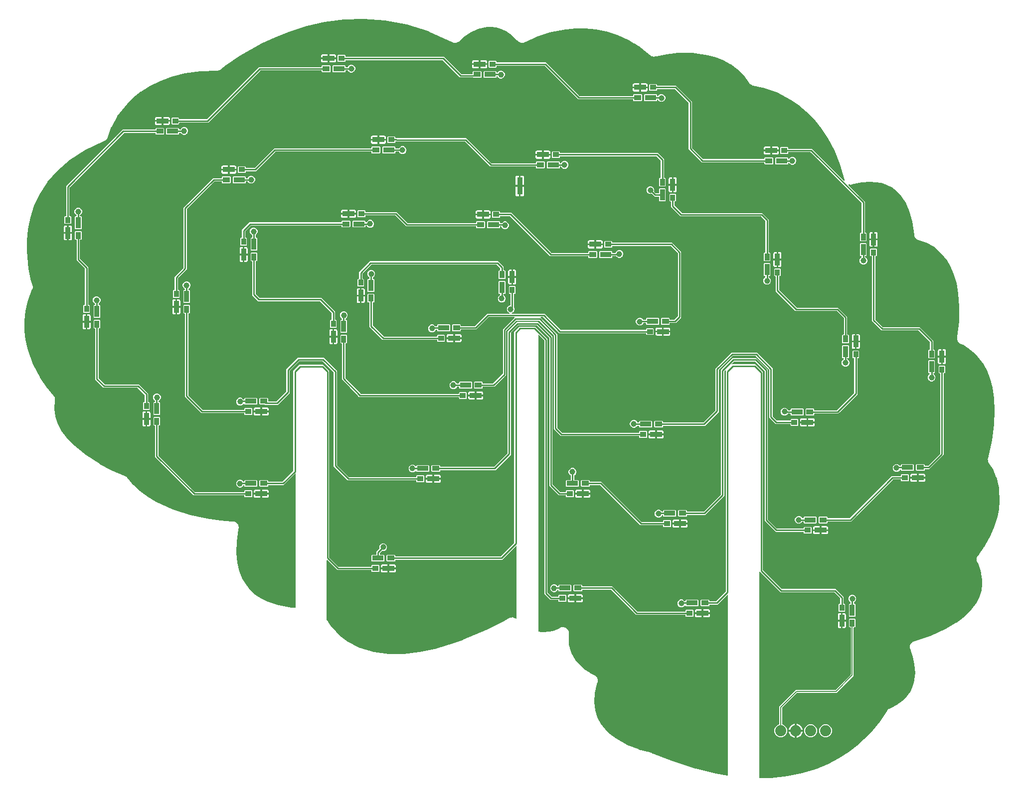
<source format=gbl>
G04 EAGLE Gerber RS-274X export*
G75*
%MOMM*%
%FSLAX34Y34*%
%LPD*%
%INBottom Copper*%
%IPPOS*%
%AMOC8*
5,1,8,0,0,1.08239X$1,22.5*%
G01*
%ADD10C,1.879600*%
%ADD11R,0.850000X1.900000*%
%ADD12R,0.850000X1.000000*%
%ADD13R,0.850000X1.150000*%
%ADD14R,0.850000X2.000000*%
%ADD15R,1.900000X0.850000*%
%ADD16R,1.000000X0.850000*%
%ADD17R,1.150000X0.850000*%
%ADD18R,2.000000X0.850000*%
%ADD19R,0.900000X3.000000*%
%ADD20C,1.006400*%
%ADD21C,0.756400*%
%ADD22C,0.254000*%
%ADD23C,0.152400*%

G36*
X1280783Y16221D02*
X1280783Y16221D01*
X1280808Y16225D01*
X1280855Y16225D01*
X1308527Y19140D01*
X1308552Y19147D01*
X1308600Y19151D01*
X1333829Y24302D01*
X1333853Y24311D01*
X1333900Y24320D01*
X1356783Y31336D01*
X1356806Y31347D01*
X1356851Y31360D01*
X1377485Y39879D01*
X1377506Y39892D01*
X1377547Y39908D01*
X1396017Y49569D01*
X1396036Y49584D01*
X1396074Y49602D01*
X1412461Y60051D01*
X1412478Y60066D01*
X1412512Y60086D01*
X1426746Y70855D01*
X1426765Y70876D01*
X1426808Y70907D01*
X1449963Y92661D01*
X1449982Y92686D01*
X1450028Y92730D01*
X1465669Y111582D01*
X1465684Y111609D01*
X1465724Y111657D01*
X1477137Y129449D01*
X1477142Y129461D01*
X1477150Y129470D01*
X1477220Y129623D01*
X1477419Y130231D01*
X1478250Y131197D01*
X1478267Y131225D01*
X1478313Y131282D01*
X1479001Y132354D01*
X1479526Y132720D01*
X1479535Y132729D01*
X1479546Y132734D01*
X1479669Y132849D01*
X1480087Y133335D01*
X1481223Y133909D01*
X1481249Y133928D01*
X1481314Y133964D01*
X1482360Y134691D01*
X1482986Y134827D01*
X1482997Y134832D01*
X1483010Y134833D01*
X1483167Y134892D01*
X1494490Y140617D01*
X1494516Y140636D01*
X1494586Y140675D01*
X1504013Y147341D01*
X1504037Y147364D01*
X1504107Y147419D01*
X1511373Y154541D01*
X1511392Y154567D01*
X1511455Y154636D01*
X1516900Y162102D01*
X1516914Y162131D01*
X1516964Y162207D01*
X1520881Y169951D01*
X1520891Y169983D01*
X1520925Y170057D01*
X1523440Y177714D01*
X1523444Y177740D01*
X1523472Y177857D01*
X1525550Y194390D01*
X1525549Y194411D01*
X1525554Y194542D01*
X1524393Y209779D01*
X1524385Y209811D01*
X1524377Y209887D01*
X1521540Y222537D01*
X1521528Y222565D01*
X1521513Y222627D01*
X1517772Y233055D01*
X1517743Y233109D01*
X1517722Y233166D01*
X1517689Y233213D01*
X1517034Y235112D01*
X1517033Y235116D01*
X1517031Y235121D01*
X1516355Y237006D01*
X1516356Y237024D01*
X1516343Y237080D01*
X1516465Y239085D01*
X1516465Y239089D01*
X1516466Y239094D01*
X1516562Y241095D01*
X1516570Y241111D01*
X1516580Y241168D01*
X1517459Y242972D01*
X1517460Y242976D01*
X1517463Y242981D01*
X1518318Y244793D01*
X1518331Y244805D01*
X1518362Y244854D01*
X1519865Y246184D01*
X1519868Y246187D01*
X1519872Y246191D01*
X1521356Y247537D01*
X1521373Y247543D01*
X1521420Y247577D01*
X1523319Y248231D01*
X1523322Y248233D01*
X1523328Y248235D01*
X1525212Y248911D01*
X1525230Y248910D01*
X1525321Y248930D01*
X1525353Y248934D01*
X1525368Y248941D01*
X1525394Y248947D01*
X1552622Y258333D01*
X1552644Y258345D01*
X1552686Y258359D01*
X1576405Y269003D01*
X1576428Y269018D01*
X1576477Y269039D01*
X1595513Y280127D01*
X1595537Y280147D01*
X1595591Y280179D01*
X1610410Y291451D01*
X1610432Y291475D01*
X1610490Y291521D01*
X1621594Y302736D01*
X1621613Y302763D01*
X1621670Y302826D01*
X1629591Y313788D01*
X1629606Y313817D01*
X1629655Y313894D01*
X1634926Y324467D01*
X1634935Y324498D01*
X1634972Y324583D01*
X1638082Y334685D01*
X1638086Y334718D01*
X1638108Y334801D01*
X1639482Y344354D01*
X1639482Y344387D01*
X1639490Y344462D01*
X1639500Y353076D01*
X1639495Y353107D01*
X1639489Y353209D01*
X1636770Y368715D01*
X1636760Y368743D01*
X1636733Y368848D01*
X1632982Y378965D01*
X1632967Y378991D01*
X1632945Y379049D01*
X1631317Y382203D01*
X1631300Y382225D01*
X1631277Y382272D01*
X1630471Y383497D01*
X1630388Y383934D01*
X1630379Y383958D01*
X1630377Y383984D01*
X1630317Y384140D01*
X1630112Y384536D01*
X1629990Y385997D01*
X1629983Y386024D01*
X1629979Y386076D01*
X1629704Y387516D01*
X1629794Y387952D01*
X1629795Y387978D01*
X1629803Y388002D01*
X1629807Y388170D01*
X1629770Y388614D01*
X1630216Y390010D01*
X1630220Y390038D01*
X1630236Y390087D01*
X1630533Y391523D01*
X1630623Y391656D01*
X1630783Y391891D01*
X1630794Y391915D01*
X1630810Y391935D01*
X1630879Y392088D01*
X1631014Y392512D01*
X1631960Y393631D01*
X1631974Y393655D01*
X1632008Y393695D01*
X1632174Y393940D01*
X1632175Y393940D01*
X1632692Y394701D01*
X1632692Y394702D01*
X1633209Y395462D01*
X1633209Y395463D01*
X1633726Y396224D01*
X1634243Y396985D01*
X1634760Y397746D01*
X1635277Y398507D01*
X1635277Y398508D01*
X1635794Y399269D01*
X1635795Y399269D01*
X1636311Y400030D01*
X1636312Y400030D01*
X1636829Y400791D01*
X1636829Y400792D01*
X1637346Y401552D01*
X1637346Y401553D01*
X1637863Y402314D01*
X1638380Y403075D01*
X1638897Y403836D01*
X1639414Y404597D01*
X1639414Y404598D01*
X1639931Y405359D01*
X1639932Y405359D01*
X1640448Y406120D01*
X1640449Y406120D01*
X1640966Y406881D01*
X1640966Y406882D01*
X1641483Y407642D01*
X1641483Y407643D01*
X1642000Y408404D01*
X1642517Y409165D01*
X1643034Y409926D01*
X1643551Y410687D01*
X1643551Y410688D01*
X1644068Y411449D01*
X1644069Y411449D01*
X1644073Y411455D01*
X1644083Y411478D01*
X1644109Y411515D01*
X1653452Y428428D01*
X1653461Y428453D01*
X1653485Y428495D01*
X1660349Y444430D01*
X1660356Y444457D01*
X1660377Y444503D01*
X1665064Y459431D01*
X1665068Y459459D01*
X1665084Y459508D01*
X1667892Y473407D01*
X1667893Y473435D01*
X1667903Y473487D01*
X1669090Y486079D01*
X1669088Y486112D01*
X1669093Y486194D01*
X1667795Y509022D01*
X1667789Y509050D01*
X1667774Y509162D01*
X1663287Y527234D01*
X1663274Y527264D01*
X1663248Y527348D01*
X1657653Y540494D01*
X1657635Y540522D01*
X1657598Y540599D01*
X1650399Y552124D01*
X1650398Y552126D01*
X1650396Y552130D01*
X1649308Y553838D01*
X1649296Y553862D01*
X1648961Y555871D01*
X1648960Y555873D01*
X1648959Y555877D01*
X1648608Y557872D01*
X1648606Y557898D01*
X1649065Y559881D01*
X1649065Y559884D01*
X1649066Y559888D01*
X1655776Y590152D01*
X1655778Y590175D01*
X1655787Y590212D01*
X1659501Y616918D01*
X1659500Y616943D01*
X1659507Y616985D01*
X1660674Y640631D01*
X1660671Y640656D01*
X1660674Y640705D01*
X1659672Y661456D01*
X1659666Y661483D01*
X1659664Y661536D01*
X1656866Y679575D01*
X1656857Y679603D01*
X1656849Y679658D01*
X1652623Y695181D01*
X1652610Y695208D01*
X1652595Y695265D01*
X1647292Y708475D01*
X1647276Y708500D01*
X1647254Y708555D01*
X1641345Y719405D01*
X1641325Y719431D01*
X1641276Y719511D01*
X1627997Y736439D01*
X1627983Y736452D01*
X1627889Y736551D01*
X1615614Y746920D01*
X1615587Y746937D01*
X1615510Y746995D01*
X1606548Y752276D01*
X1606519Y752287D01*
X1606463Y752319D01*
X1604562Y753139D01*
X1604533Y753147D01*
X1604505Y753161D01*
X1604341Y753197D01*
X1603974Y753236D01*
X1602621Y753974D01*
X1602598Y753982D01*
X1602559Y754004D01*
X1601144Y754615D01*
X1600887Y754879D01*
X1600862Y754898D01*
X1600843Y754921D01*
X1600705Y755017D01*
X1600381Y755194D01*
X1599413Y756393D01*
X1599394Y756409D01*
X1599367Y756445D01*
X1598293Y757550D01*
X1598157Y757893D01*
X1598141Y757919D01*
X1598132Y757949D01*
X1598042Y758090D01*
X1597810Y758377D01*
X1597374Y759855D01*
X1597364Y759878D01*
X1597352Y759921D01*
X1596783Y761353D01*
X1596788Y761722D01*
X1596784Y761752D01*
X1596787Y761783D01*
X1596757Y761948D01*
X1596653Y762302D01*
X1596816Y763834D01*
X1596815Y763859D01*
X1596820Y763904D01*
X1596843Y765445D01*
X1596989Y765783D01*
X1596997Y765813D01*
X1597011Y765840D01*
X1597047Y766004D01*
X1599893Y792742D01*
X1599892Y792765D01*
X1599897Y792805D01*
X1600441Y817396D01*
X1600438Y817421D01*
X1600439Y817467D01*
X1598896Y838850D01*
X1598890Y838877D01*
X1598886Y838929D01*
X1595606Y857322D01*
X1595596Y857350D01*
X1595586Y857406D01*
X1590915Y873041D01*
X1590901Y873068D01*
X1590883Y873127D01*
X1585153Y886253D01*
X1585136Y886279D01*
X1585109Y886338D01*
X1578632Y897213D01*
X1578612Y897237D01*
X1578578Y897292D01*
X1571827Y905930D01*
X1571804Y905951D01*
X1571735Y906029D01*
X1557264Y918975D01*
X1557255Y918981D01*
X1557133Y919070D01*
X1544503Y926248D01*
X1544486Y926255D01*
X1544361Y926311D01*
X1530992Y930622D01*
X1530974Y930625D01*
X1530947Y930635D01*
X1529294Y931058D01*
X1529134Y931178D01*
X1529097Y931198D01*
X1529064Y931225D01*
X1528924Y931287D01*
X1528916Y931292D01*
X1528914Y931292D01*
X1528911Y931293D01*
X1528721Y931355D01*
X1527421Y932460D01*
X1527406Y932469D01*
X1527385Y932489D01*
X1526019Y933513D01*
X1525918Y933684D01*
X1525891Y933717D01*
X1525871Y933754D01*
X1525766Y933866D01*
X1525760Y933873D01*
X1525758Y933874D01*
X1525756Y933876D01*
X1525604Y934005D01*
X1524826Y935524D01*
X1524815Y935538D01*
X1524803Y935565D01*
X1523934Y937033D01*
X1523905Y937230D01*
X1523893Y937271D01*
X1523889Y937313D01*
X1523855Y937403D01*
X1523851Y937419D01*
X1523844Y937431D01*
X1523835Y937456D01*
X1523832Y937465D01*
X1523830Y937467D01*
X1523829Y937470D01*
X1523738Y937647D01*
X1523601Y939348D01*
X1523596Y939365D01*
X1523596Y939394D01*
X1520465Y961263D01*
X1520456Y961293D01*
X1520446Y961354D01*
X1515633Y979129D01*
X1515620Y979159D01*
X1515597Y979231D01*
X1509443Y993492D01*
X1509426Y993519D01*
X1509385Y993601D01*
X1502237Y1004763D01*
X1502217Y1004786D01*
X1502156Y1004869D01*
X1494292Y1013392D01*
X1494269Y1013410D01*
X1494192Y1013483D01*
X1485803Y1019814D01*
X1485774Y1019829D01*
X1485692Y1019884D01*
X1476914Y1024397D01*
X1476882Y1024407D01*
X1476805Y1024442D01*
X1468083Y1027325D01*
X1468057Y1027329D01*
X1467941Y1027357D01*
X1449674Y1029708D01*
X1449649Y1029707D01*
X1449527Y1029712D01*
X1434003Y1028695D01*
X1433971Y1028688D01*
X1433883Y1028678D01*
X1418260Y1025107D01*
X1418244Y1025100D01*
X1418216Y1025095D01*
X1416568Y1024614D01*
X1416380Y1024634D01*
X1416338Y1024632D01*
X1416295Y1024639D01*
X1416146Y1024622D01*
X1416135Y1024621D01*
X1416132Y1024620D01*
X1416128Y1024619D01*
X1415944Y1024577D01*
X1414252Y1024864D01*
X1414235Y1024864D01*
X1414207Y1024871D01*
X1412621Y1025043D01*
X1412509Y1025037D01*
X1412396Y1025034D01*
X1412386Y1025031D01*
X1412375Y1025030D01*
X1412271Y1024989D01*
X1412165Y1024950D01*
X1412157Y1024943D01*
X1412147Y1024939D01*
X1412061Y1024866D01*
X1411973Y1024796D01*
X1411967Y1024787D01*
X1411959Y1024780D01*
X1411901Y1024684D01*
X1411840Y1024589D01*
X1411837Y1024579D01*
X1411832Y1024570D01*
X1411807Y1024460D01*
X1411780Y1024351D01*
X1411781Y1024340D01*
X1411778Y1024329D01*
X1411790Y1024217D01*
X1411799Y1024105D01*
X1411803Y1024096D01*
X1411804Y1024085D01*
X1411852Y1023982D01*
X1411895Y1023879D01*
X1411903Y1023869D01*
X1411907Y1023861D01*
X1411925Y1023842D01*
X1412000Y1023748D01*
X1440067Y995682D01*
X1440067Y943822D01*
X1440070Y943802D01*
X1440068Y943783D01*
X1440090Y943681D01*
X1440106Y943579D01*
X1440116Y943562D01*
X1440120Y943542D01*
X1440173Y943453D01*
X1440222Y943362D01*
X1440236Y943348D01*
X1440246Y943331D01*
X1440325Y943264D01*
X1440400Y943192D01*
X1440418Y943184D01*
X1440433Y943171D01*
X1440529Y943132D01*
X1440623Y943089D01*
X1440643Y943087D01*
X1440661Y943079D01*
X1440828Y943061D01*
X1442154Y943061D01*
X1443047Y942168D01*
X1443047Y929404D01*
X1442154Y928511D01*
X1432390Y928511D01*
X1431497Y929404D01*
X1431497Y942168D01*
X1432390Y943061D01*
X1433716Y943061D01*
X1433736Y943064D01*
X1433755Y943062D01*
X1433857Y943084D01*
X1433959Y943100D01*
X1433976Y943110D01*
X1433996Y943114D01*
X1434085Y943167D01*
X1434176Y943216D01*
X1434190Y943230D01*
X1434207Y943240D01*
X1434274Y943319D01*
X1434346Y943394D01*
X1434354Y943412D01*
X1434367Y943427D01*
X1434406Y943523D01*
X1434449Y943617D01*
X1434451Y943637D01*
X1434459Y943655D01*
X1434477Y943822D01*
X1434477Y993051D01*
X1434463Y993141D01*
X1434455Y993232D01*
X1434443Y993262D01*
X1434438Y993294D01*
X1434395Y993374D01*
X1434359Y993458D01*
X1434333Y993490D01*
X1434322Y993511D01*
X1434299Y993533D01*
X1434254Y993589D01*
X1348199Y1079644D01*
X1348125Y1079697D01*
X1348056Y1079757D01*
X1348026Y1079769D01*
X1348000Y1079788D01*
X1347913Y1079815D01*
X1347828Y1079849D01*
X1347787Y1079853D01*
X1347765Y1079860D01*
X1347732Y1079859D01*
X1347661Y1079867D01*
X1310344Y1079867D01*
X1310324Y1079864D01*
X1310305Y1079866D01*
X1310203Y1079844D01*
X1310101Y1079828D01*
X1310084Y1079818D01*
X1310064Y1079814D01*
X1309975Y1079761D01*
X1309884Y1079712D01*
X1309870Y1079698D01*
X1309853Y1079688D01*
X1309786Y1079609D01*
X1309714Y1079534D01*
X1309706Y1079516D01*
X1309693Y1079501D01*
X1309654Y1079405D01*
X1309611Y1079311D01*
X1309609Y1079291D01*
X1309601Y1079273D01*
X1309583Y1079106D01*
X1309583Y1077780D01*
X1308690Y1076887D01*
X1297426Y1076887D01*
X1296533Y1077780D01*
X1296533Y1087544D01*
X1297426Y1088437D01*
X1308690Y1088437D01*
X1309583Y1087544D01*
X1309583Y1086218D01*
X1309586Y1086198D01*
X1309584Y1086179D01*
X1309606Y1086077D01*
X1309622Y1085975D01*
X1309632Y1085958D01*
X1309636Y1085938D01*
X1309689Y1085849D01*
X1309738Y1085758D01*
X1309752Y1085744D01*
X1309762Y1085727D01*
X1309841Y1085660D01*
X1309916Y1085588D01*
X1309934Y1085580D01*
X1309949Y1085567D01*
X1310045Y1085528D01*
X1310139Y1085485D01*
X1310159Y1085483D01*
X1310177Y1085475D01*
X1310344Y1085457D01*
X1350292Y1085457D01*
X1404532Y1031216D01*
X1404560Y1031196D01*
X1404582Y1031171D01*
X1404659Y1031125D01*
X1404732Y1031072D01*
X1404764Y1031062D01*
X1404794Y1031045D01*
X1404881Y1031026D01*
X1404967Y1031000D01*
X1405001Y1031001D01*
X1405034Y1030994D01*
X1405123Y1031004D01*
X1405213Y1031006D01*
X1405245Y1031018D01*
X1405279Y1031022D01*
X1405360Y1031060D01*
X1405444Y1031091D01*
X1405471Y1031112D01*
X1405501Y1031126D01*
X1405566Y1031188D01*
X1405636Y1031245D01*
X1405654Y1031273D01*
X1405679Y1031296D01*
X1405721Y1031376D01*
X1405769Y1031451D01*
X1405777Y1031484D01*
X1405793Y1031514D01*
X1405807Y1031603D01*
X1405829Y1031690D01*
X1405827Y1031724D01*
X1405832Y1031757D01*
X1405813Y1031924D01*
X1405693Y1032447D01*
X1405687Y1032463D01*
X1405682Y1032491D01*
X1397862Y1059250D01*
X1397850Y1059273D01*
X1397837Y1059320D01*
X1388445Y1082707D01*
X1388431Y1082730D01*
X1388413Y1082777D01*
X1377707Y1103196D01*
X1377691Y1103218D01*
X1377668Y1103263D01*
X1365949Y1120939D01*
X1365931Y1120959D01*
X1365903Y1121001D01*
X1353463Y1136155D01*
X1353443Y1136173D01*
X1353412Y1136211D01*
X1340534Y1149058D01*
X1340513Y1149073D01*
X1340480Y1149107D01*
X1327448Y1159848D01*
X1327427Y1159860D01*
X1327393Y1159889D01*
X1314656Y1168606D01*
X1314629Y1168619D01*
X1314578Y1168653D01*
X1290104Y1181438D01*
X1290073Y1181449D01*
X1290008Y1181480D01*
X1269960Y1188655D01*
X1269928Y1188661D01*
X1269861Y1188683D01*
X1250749Y1192743D01*
X1250731Y1192744D01*
X1250704Y1192751D01*
X1249009Y1193006D01*
X1248845Y1193105D01*
X1248805Y1193121D01*
X1248770Y1193145D01*
X1248626Y1193192D01*
X1248616Y1193196D01*
X1248614Y1193196D01*
X1248610Y1193197D01*
X1248423Y1193237D01*
X1247010Y1194208D01*
X1246995Y1194215D01*
X1246972Y1194233D01*
X1245503Y1195117D01*
X1245390Y1195271D01*
X1245359Y1195301D01*
X1245335Y1195336D01*
X1245221Y1195435D01*
X1245213Y1195443D01*
X1245211Y1195444D01*
X1245208Y1195446D01*
X1245050Y1195555D01*
X1244117Y1196992D01*
X1244105Y1197005D01*
X1244091Y1197029D01*
X1234308Y1210275D01*
X1234284Y1210298D01*
X1234232Y1210363D01*
X1223646Y1220888D01*
X1223619Y1220907D01*
X1223561Y1220961D01*
X1212053Y1229444D01*
X1212024Y1229459D01*
X1211965Y1229500D01*
X1199714Y1236169D01*
X1199685Y1236179D01*
X1199629Y1236208D01*
X1186832Y1241253D01*
X1186805Y1241259D01*
X1186754Y1241279D01*
X1173853Y1244817D01*
X1173822Y1244820D01*
X1173754Y1244837D01*
X1147350Y1248416D01*
X1147318Y1248415D01*
X1147245Y1248423D01*
X1123125Y1248331D01*
X1123098Y1248327D01*
X1123047Y1248327D01*
X1103260Y1246212D01*
X1103236Y1246205D01*
X1103191Y1246201D01*
X1086122Y1242768D01*
X1086089Y1242755D01*
X1086054Y1242751D01*
X1085899Y1242685D01*
X1085637Y1242538D01*
X1084041Y1242347D01*
X1084020Y1242341D01*
X1083981Y1242337D01*
X1082406Y1242020D01*
X1082110Y1242078D01*
X1082075Y1242079D01*
X1082041Y1242089D01*
X1081873Y1242087D01*
X1081574Y1242051D01*
X1080026Y1242486D01*
X1080004Y1242488D01*
X1079968Y1242500D01*
X1078391Y1242810D01*
X1078140Y1242977D01*
X1078108Y1242991D01*
X1078080Y1243013D01*
X1077924Y1243076D01*
X1077634Y1243157D01*
X1076371Y1244150D01*
X1076351Y1244161D01*
X1076322Y1244186D01*
X1074983Y1245076D01*
X1074816Y1245326D01*
X1074791Y1245352D01*
X1074774Y1245382D01*
X1074654Y1245500D01*
X1056894Y1259463D01*
X1056867Y1259478D01*
X1056818Y1259516D01*
X1055094Y1260560D01*
X1053837Y1261321D01*
X1052581Y1262083D01*
X1051325Y1262844D01*
X1051324Y1262844D01*
X1050068Y1263605D01*
X1048812Y1264366D01*
X1048812Y1264367D01*
X1047555Y1265128D01*
X1046299Y1265889D01*
X1045043Y1266650D01*
X1045042Y1266650D01*
X1043786Y1267411D01*
X1042530Y1268173D01*
X1041273Y1268934D01*
X1040017Y1269695D01*
X1038761Y1270456D01*
X1038760Y1270456D01*
X1038121Y1270844D01*
X1038093Y1270855D01*
X1038039Y1270887D01*
X1019416Y1279272D01*
X1019387Y1279280D01*
X1019332Y1279304D01*
X1000928Y1285093D01*
X1000899Y1285097D01*
X1000845Y1285114D01*
X982813Y1288632D01*
X982785Y1288633D01*
X982735Y1288643D01*
X965237Y1290205D01*
X965212Y1290203D01*
X965166Y1290208D01*
X948385Y1290121D01*
X948362Y1290117D01*
X948320Y1290118D01*
X932625Y1288704D01*
X932598Y1288697D01*
X932544Y1288692D01*
X904120Y1283014D01*
X904092Y1283003D01*
X904033Y1282991D01*
X882068Y1275825D01*
X882042Y1275812D01*
X881990Y1275795D01*
X864039Y1267662D01*
X863987Y1267628D01*
X863930Y1267602D01*
X863908Y1267583D01*
X862045Y1266759D01*
X862043Y1266757D01*
X862039Y1266756D01*
X860193Y1265920D01*
X860170Y1265912D01*
X858133Y1265864D01*
X858130Y1265863D01*
X858126Y1265864D01*
X856101Y1265797D01*
X856076Y1265799D01*
X854176Y1266534D01*
X854173Y1266535D01*
X854169Y1266536D01*
X852273Y1267250D01*
X852251Y1267262D01*
X850778Y1268667D01*
X850775Y1268668D01*
X850773Y1268671D01*
X849293Y1270057D01*
X849238Y1270123D01*
X849220Y1270150D01*
X849206Y1270160D01*
X849188Y1270182D01*
X840688Y1278285D01*
X840662Y1278304D01*
X840605Y1278354D01*
X831412Y1284911D01*
X831398Y1284918D01*
X831395Y1284920D01*
X831383Y1284925D01*
X831382Y1284926D01*
X831310Y1284972D01*
X822532Y1289353D01*
X822500Y1289362D01*
X822415Y1289399D01*
X814040Y1291969D01*
X814007Y1291973D01*
X813917Y1291995D01*
X805891Y1293065D01*
X805858Y1293064D01*
X805772Y1293072D01*
X798385Y1292894D01*
X798365Y1292891D01*
X798232Y1292875D01*
X783309Y1289433D01*
X783300Y1289430D01*
X783155Y1289380D01*
X770484Y1283407D01*
X770456Y1283389D01*
X770382Y1283349D01*
X760497Y1276670D01*
X760474Y1276648D01*
X760418Y1276609D01*
X751335Y1268559D01*
X751330Y1268552D01*
X751318Y1268543D01*
X749950Y1267254D01*
X749930Y1267247D01*
X749883Y1267220D01*
X749832Y1267201D01*
X749743Y1267138D01*
X749717Y1267124D01*
X749710Y1267115D01*
X749695Y1267105D01*
X749679Y1267091D01*
X747903Y1266477D01*
X747895Y1266473D01*
X747881Y1266470D01*
X746124Y1265803D01*
X746103Y1265803D01*
X746049Y1265796D01*
X745995Y1265799D01*
X745888Y1265775D01*
X745859Y1265771D01*
X745849Y1265766D01*
X745831Y1265762D01*
X745812Y1265755D01*
X743935Y1265868D01*
X743926Y1265867D01*
X743912Y1265869D01*
X742034Y1265926D01*
X742015Y1265934D01*
X741962Y1265948D01*
X741913Y1265972D01*
X741884Y1265977D01*
X741874Y1265981D01*
X741835Y1265985D01*
X741806Y1265990D01*
X741777Y1265998D01*
X741766Y1265997D01*
X741748Y1266000D01*
X741727Y1266001D01*
X740037Y1266824D01*
X740028Y1266826D01*
X740016Y1266834D01*
X700392Y1284661D01*
X700363Y1284669D01*
X700308Y1284694D01*
X662128Y1296679D01*
X662099Y1296683D01*
X662042Y1296701D01*
X625048Y1303688D01*
X625018Y1303689D01*
X624962Y1303699D01*
X589332Y1306320D01*
X589304Y1306318D01*
X589251Y1306322D01*
X555175Y1305191D01*
X555149Y1305186D01*
X555101Y1305185D01*
X522783Y1300912D01*
X522759Y1300905D01*
X522716Y1300900D01*
X492375Y1294093D01*
X492355Y1294085D01*
X492316Y1294077D01*
X464183Y1285347D01*
X464165Y1285338D01*
X464131Y1285329D01*
X438441Y1275292D01*
X438426Y1275283D01*
X438397Y1275273D01*
X415505Y1264607D01*
X415487Y1264594D01*
X415452Y1264579D01*
X378286Y1243507D01*
X378267Y1243492D01*
X378229Y1243471D01*
X354802Y1227298D01*
X354788Y1227285D01*
X354762Y1227268D01*
X347297Y1221361D01*
X347275Y1221337D01*
X347207Y1221278D01*
X346430Y1220426D01*
X345739Y1220103D01*
X345736Y1220101D01*
X345732Y1220100D01*
X345590Y1220011D01*
X344992Y1219538D01*
X343883Y1219223D01*
X343853Y1219209D01*
X343768Y1219180D01*
X342724Y1218691D01*
X341963Y1218656D01*
X341959Y1218655D01*
X341954Y1218656D01*
X341789Y1218628D01*
X341056Y1218420D01*
X339911Y1218553D01*
X339878Y1218552D01*
X339788Y1218558D01*
X311357Y1217268D01*
X311331Y1217263D01*
X311283Y1217262D01*
X285622Y1213592D01*
X285596Y1213584D01*
X285545Y1213577D01*
X262859Y1207912D01*
X262833Y1207901D01*
X262781Y1207888D01*
X242870Y1200588D01*
X242845Y1200574D01*
X242794Y1200555D01*
X225455Y1191963D01*
X225432Y1191947D01*
X225383Y1191923D01*
X210418Y1182373D01*
X210397Y1182355D01*
X210353Y1182327D01*
X197572Y1172142D01*
X197554Y1172123D01*
X197515Y1172092D01*
X186904Y1161751D01*
X186885Y1161726D01*
X186836Y1161676D01*
X170489Y1140805D01*
X170473Y1140776D01*
X170423Y1140707D01*
X160478Y1122880D01*
X160467Y1122849D01*
X160430Y1122776D01*
X153703Y1104815D01*
X153702Y1104810D01*
X153699Y1104802D01*
X153042Y1102947D01*
X153010Y1102912D01*
X152966Y1102824D01*
X152960Y1102816D01*
X151623Y1101383D01*
X151620Y1101379D01*
X151614Y1101373D01*
X150297Y1099910D01*
X150254Y1099890D01*
X150180Y1099826D01*
X150171Y1099820D01*
X148388Y1099009D01*
X148384Y1099006D01*
X148375Y1099003D01*
X116120Y1083604D01*
X116094Y1083586D01*
X116035Y1083556D01*
X89798Y1066633D01*
X89774Y1066612D01*
X89714Y1066571D01*
X68469Y1048306D01*
X68447Y1048281D01*
X68392Y1048229D01*
X51590Y1028996D01*
X51573Y1028968D01*
X51538Y1028926D01*
X51530Y1028917D01*
X51528Y1028914D01*
X51525Y1028910D01*
X38640Y1009051D01*
X38627Y1009021D01*
X38589Y1008960D01*
X29128Y988802D01*
X29119Y988772D01*
X29093Y988712D01*
X22600Y968592D01*
X22597Y968571D01*
X22590Y968556D01*
X22588Y968539D01*
X22578Y968508D01*
X18621Y948788D01*
X18620Y948762D01*
X18610Y948713D01*
X16764Y929780D01*
X16765Y929756D01*
X16760Y929713D01*
X16599Y912148D01*
X16603Y912120D01*
X16603Y912067D01*
X19599Y881621D01*
X19607Y881592D01*
X19613Y881535D01*
X23999Y861168D01*
X24007Y861148D01*
X24014Y861109D01*
X26040Y854378D01*
X26054Y854349D01*
X26076Y854282D01*
X26614Y853099D01*
X26636Y852485D01*
X26638Y852471D01*
X26637Y852457D01*
X26667Y852292D01*
X26845Y851704D01*
X26714Y850411D01*
X26716Y850379D01*
X26711Y850308D01*
X26756Y849010D01*
X26540Y848434D01*
X26538Y848420D01*
X26531Y848408D01*
X26496Y848244D01*
X26434Y847632D01*
X25819Y846488D01*
X25809Y846457D01*
X25777Y846394D01*
X18911Y828050D01*
X18905Y828020D01*
X18883Y827961D01*
X14616Y810185D01*
X14614Y810155D01*
X14600Y810095D01*
X12633Y792998D01*
X12634Y792968D01*
X12628Y792910D01*
X12656Y776532D01*
X12660Y776504D01*
X12660Y776491D01*
X12659Y776476D01*
X12660Y776469D01*
X12660Y776450D01*
X14391Y760847D01*
X14398Y760821D01*
X14403Y760772D01*
X17506Y746227D01*
X17518Y746198D01*
X17533Y746132D01*
X27021Y719258D01*
X27037Y719229D01*
X27064Y719158D01*
X38616Y697099D01*
X38633Y697076D01*
X38659Y697026D01*
X49864Y680441D01*
X49882Y680421D01*
X49911Y680377D01*
X62080Y665882D01*
X62081Y665881D01*
X62082Y665879D01*
X63405Y664318D01*
X64020Y662368D01*
X64021Y662367D01*
X64021Y662365D01*
X64646Y660417D01*
X64468Y658380D01*
X64468Y658378D01*
X64468Y658376D01*
X63247Y643589D01*
X63248Y643576D01*
X63251Y643429D01*
X64915Y630541D01*
X64922Y630517D01*
X64948Y630396D01*
X69089Y618070D01*
X69104Y618042D01*
X69140Y617952D01*
X75504Y606124D01*
X75524Y606098D01*
X75561Y606034D01*
X83855Y594757D01*
X83876Y594737D01*
X83911Y594690D01*
X93635Y584220D01*
X93660Y584201D01*
X93707Y584152D01*
X116691Y565083D01*
X116718Y565067D01*
X116767Y565027D01*
X140629Y549786D01*
X140642Y549781D01*
X140650Y549774D01*
X140663Y549768D01*
X140685Y549753D01*
X162003Y538589D01*
X162023Y538582D01*
X162054Y538565D01*
X181984Y529927D01*
X182018Y529918D01*
X182049Y529902D01*
X182098Y529892D01*
X182105Y529889D01*
X182119Y529888D01*
X182214Y529868D01*
X182518Y529838D01*
X183933Y529085D01*
X183954Y529078D01*
X183988Y529059D01*
X185458Y528421D01*
X185671Y528202D01*
X185699Y528181D01*
X185722Y528154D01*
X185860Y528059D01*
X186130Y527916D01*
X187149Y526678D01*
X187166Y526664D01*
X187189Y526633D01*
X188304Y525481D01*
X188417Y525197D01*
X188435Y525167D01*
X188445Y525133D01*
X188537Y524993D01*
X197632Y513950D01*
X197656Y513929D01*
X197701Y513877D01*
X208989Y503368D01*
X209014Y503352D01*
X209056Y503313D01*
X221702Y493989D01*
X221726Y493977D01*
X221764Y493948D01*
X235316Y485864D01*
X235344Y485853D01*
X235395Y485823D01*
X265018Y472578D01*
X265047Y472570D01*
X265103Y472546D01*
X294937Y463288D01*
X294961Y463285D01*
X295002Y463271D01*
X322662Y457288D01*
X322681Y457287D01*
X322711Y457279D01*
X345523Y453905D01*
X345541Y453906D01*
X345569Y453900D01*
X365168Y452212D01*
X365217Y452215D01*
X365264Y452209D01*
X365391Y452229D01*
X365414Y452230D01*
X365420Y452233D01*
X365430Y452235D01*
X365537Y452263D01*
X367314Y452027D01*
X367328Y452028D01*
X367349Y452024D01*
X369135Y451870D01*
X369233Y451819D01*
X369279Y451804D01*
X369321Y451780D01*
X369445Y451750D01*
X369467Y451742D01*
X369474Y451743D01*
X369484Y451740D01*
X369593Y451726D01*
X371145Y450828D01*
X371158Y450823D01*
X371176Y450811D01*
X372767Y449985D01*
X372838Y449901D01*
X372875Y449869D01*
X372905Y449831D01*
X373008Y449756D01*
X373025Y449741D01*
X373031Y449738D01*
X373040Y449732D01*
X373135Y449677D01*
X374226Y448253D01*
X374236Y448244D01*
X374247Y448226D01*
X375402Y446854D01*
X375435Y446749D01*
X375457Y446706D01*
X375470Y446660D01*
X375536Y446550D01*
X375546Y446530D01*
X375551Y446525D01*
X375557Y446516D01*
X375624Y446428D01*
X376086Y444696D01*
X376092Y444683D01*
X376096Y444662D01*
X376637Y442953D01*
X376628Y442843D01*
X376632Y442795D01*
X376626Y442747D01*
X376645Y442621D01*
X376647Y442598D01*
X376649Y442592D01*
X376651Y442582D01*
X376679Y442475D01*
X376444Y440697D01*
X376444Y440684D01*
X376440Y440663D01*
X376286Y438876D01*
X376236Y438778D01*
X376221Y438733D01*
X376197Y438691D01*
X376166Y438566D01*
X376159Y438545D01*
X376159Y438538D01*
X376157Y438528D01*
X373442Y418038D01*
X373443Y418010D01*
X373436Y417957D01*
X372939Y398716D01*
X372943Y398685D01*
X372942Y398623D01*
X374549Y381896D01*
X374558Y381865D01*
X374566Y381793D01*
X377977Y367391D01*
X377990Y367361D01*
X378011Y367283D01*
X382948Y354976D01*
X382965Y354948D01*
X383000Y354870D01*
X389230Y344404D01*
X389252Y344379D01*
X389298Y344308D01*
X396644Y335442D01*
X396669Y335420D01*
X396721Y335361D01*
X405035Y327896D01*
X405062Y327879D01*
X405115Y327833D01*
X414247Y321623D01*
X414274Y321611D01*
X414325Y321577D01*
X423883Y316624D01*
X423914Y316614D01*
X423986Y316580D01*
X444905Y309397D01*
X444937Y309391D01*
X445017Y309367D01*
X465456Y305688D01*
X465485Y305688D01*
X465541Y305678D01*
X472478Y305220D01*
X472523Y305224D01*
X472568Y305219D01*
X472645Y305236D01*
X472723Y305243D01*
X472764Y305262D01*
X472808Y305271D01*
X472876Y305312D01*
X472948Y305344D01*
X472981Y305374D01*
X473020Y305397D01*
X473071Y305457D01*
X473129Y305511D01*
X473150Y305550D01*
X473179Y305584D01*
X473209Y305657D01*
X473247Y305726D01*
X473255Y305771D01*
X473271Y305813D01*
X473287Y305952D01*
X473290Y305968D01*
X473289Y305973D01*
X473290Y305979D01*
X473290Y532524D01*
X473278Y532594D01*
X473276Y532666D01*
X473259Y532715D01*
X473250Y532766D01*
X473217Y532830D01*
X473192Y532897D01*
X473159Y532938D01*
X473135Y532984D01*
X473083Y533033D01*
X473038Y533089D01*
X472994Y533117D01*
X472957Y533153D01*
X472892Y533183D01*
X472831Y533222D01*
X472781Y533235D01*
X472734Y533257D01*
X472662Y533265D01*
X472593Y533282D01*
X472541Y533278D01*
X472489Y533284D01*
X472419Y533269D01*
X472348Y533263D01*
X472300Y533243D01*
X472249Y533232D01*
X472187Y533195D01*
X472121Y533167D01*
X472065Y533122D01*
X472038Y533105D01*
X472022Y533088D01*
X471990Y533062D01*
X452884Y513955D01*
X427186Y513955D01*
X427166Y513952D01*
X427147Y513954D01*
X427045Y513932D01*
X426943Y513916D01*
X426926Y513906D01*
X426906Y513902D01*
X426817Y513849D01*
X426726Y513800D01*
X426712Y513786D01*
X426695Y513776D01*
X426628Y513697D01*
X426556Y513622D01*
X426548Y513604D01*
X426535Y513589D01*
X426496Y513493D01*
X426453Y513399D01*
X426451Y513379D01*
X426443Y513361D01*
X426425Y513194D01*
X426425Y511868D01*
X425532Y510975D01*
X412768Y510975D01*
X411875Y511868D01*
X411875Y521632D01*
X412768Y522525D01*
X425532Y522525D01*
X426425Y521632D01*
X426425Y520306D01*
X426428Y520286D01*
X426426Y520267D01*
X426448Y520165D01*
X426464Y520063D01*
X426474Y520046D01*
X426478Y520026D01*
X426531Y519937D01*
X426580Y519846D01*
X426594Y519832D01*
X426604Y519815D01*
X426683Y519748D01*
X426758Y519676D01*
X426776Y519668D01*
X426791Y519655D01*
X426887Y519616D01*
X426981Y519573D01*
X427001Y519571D01*
X427019Y519563D01*
X427186Y519545D01*
X450253Y519545D01*
X450343Y519559D01*
X450434Y519567D01*
X450464Y519579D01*
X450496Y519584D01*
X450576Y519627D01*
X450660Y519663D01*
X450692Y519689D01*
X450713Y519700D01*
X450735Y519723D01*
X450791Y519768D01*
X469003Y537979D01*
X469056Y538053D01*
X469115Y538123D01*
X469128Y538153D01*
X469146Y538179D01*
X469173Y538266D01*
X469207Y538351D01*
X469212Y538392D01*
X469219Y538414D01*
X469218Y538446D01*
X469226Y538518D01*
X469226Y708181D01*
X479410Y718365D01*
X519999Y718365D01*
X530183Y708181D01*
X530183Y391888D01*
X530198Y391798D01*
X530205Y391707D01*
X530218Y391678D01*
X530223Y391646D01*
X530266Y391565D01*
X530301Y391481D01*
X530327Y391449D01*
X530338Y391428D01*
X530361Y391406D01*
X530406Y391350D01*
X546489Y375268D01*
X546563Y375215D01*
X546632Y375155D01*
X546662Y375143D01*
X546688Y375124D01*
X546775Y375097D01*
X546860Y375063D01*
X546901Y375059D01*
X546923Y375052D01*
X546956Y375053D01*
X547027Y375045D01*
X601514Y375045D01*
X601534Y375048D01*
X601553Y375046D01*
X601655Y375068D01*
X601757Y375084D01*
X601774Y375094D01*
X601794Y375098D01*
X601883Y375151D01*
X601974Y375200D01*
X601988Y375214D01*
X602005Y375224D01*
X602072Y375303D01*
X602144Y375378D01*
X602152Y375396D01*
X602165Y375411D01*
X602204Y375507D01*
X602247Y375601D01*
X602249Y375621D01*
X602257Y375639D01*
X602275Y375806D01*
X602275Y377132D01*
X603168Y378025D01*
X614432Y378025D01*
X615325Y377132D01*
X615325Y367368D01*
X614432Y366475D01*
X603168Y366475D01*
X602275Y367368D01*
X602275Y368694D01*
X602272Y368714D01*
X602274Y368733D01*
X602252Y368835D01*
X602236Y368937D01*
X602226Y368954D01*
X602222Y368974D01*
X602169Y369063D01*
X602120Y369154D01*
X602106Y369168D01*
X602096Y369185D01*
X602017Y369252D01*
X601942Y369324D01*
X601924Y369332D01*
X601909Y369345D01*
X601813Y369384D01*
X601719Y369427D01*
X601699Y369429D01*
X601681Y369437D01*
X601514Y369455D01*
X544396Y369455D01*
X542536Y371315D01*
X527419Y386433D01*
X527361Y386475D01*
X527309Y386524D01*
X527261Y386546D01*
X527219Y386576D01*
X527151Y386597D01*
X527085Y386628D01*
X527034Y386633D01*
X526984Y386649D01*
X526912Y386647D01*
X526841Y386655D01*
X526790Y386644D01*
X526738Y386642D01*
X526671Y386618D01*
X526601Y386603D01*
X526556Y386576D01*
X526507Y386558D01*
X526451Y386513D01*
X526390Y386476D01*
X526356Y386437D01*
X526315Y386404D01*
X526276Y386344D01*
X526230Y386289D01*
X526210Y386241D01*
X526182Y386197D01*
X526165Y386128D01*
X526138Y386061D01*
X526130Y385990D01*
X526122Y385959D01*
X526124Y385936D01*
X526119Y385895D01*
X526119Y284613D01*
X526123Y284590D01*
X526121Y284568D01*
X526143Y284469D01*
X526159Y284370D01*
X526170Y284350D01*
X526175Y284328D01*
X526254Y284180D01*
X532774Y274745D01*
X532793Y274724D01*
X532823Y274681D01*
X541642Y264435D01*
X541664Y264417D01*
X541700Y264375D01*
X551125Y255580D01*
X551149Y255564D01*
X551190Y255526D01*
X560953Y248242D01*
X560982Y248226D01*
X561055Y248177D01*
X582889Y236762D01*
X582912Y236754D01*
X583026Y236707D01*
X606430Y229792D01*
X606463Y229788D01*
X606553Y229767D01*
X631407Y226706D01*
X631439Y226708D01*
X631510Y226701D01*
X657292Y227008D01*
X657319Y227013D01*
X657374Y227013D01*
X683495Y230164D01*
X683518Y230170D01*
X683560Y230175D01*
X709409Y235602D01*
X709428Y235610D01*
X709461Y235615D01*
X734432Y242726D01*
X734447Y242733D01*
X734474Y242739D01*
X757868Y250885D01*
X757885Y250894D01*
X757915Y250904D01*
X798260Y268045D01*
X798276Y268055D01*
X798306Y268067D01*
X825638Y281933D01*
X825649Y281941D01*
X825669Y281950D01*
X835686Y287630D01*
X835688Y287632D01*
X835692Y287634D01*
X837436Y288647D01*
X837442Y288648D01*
X837480Y288664D01*
X839489Y288913D01*
X839492Y288914D01*
X839497Y288914D01*
X841494Y289182D01*
X841501Y289181D01*
X841542Y289181D01*
X843494Y288642D01*
X843497Y288642D01*
X843502Y288640D01*
X845449Y288124D01*
X845454Y288120D01*
X845493Y288104D01*
X847089Y286860D01*
X847092Y286858D01*
X847096Y286855D01*
X847169Y286799D01*
X847188Y286789D01*
X847203Y286774D01*
X847296Y286731D01*
X847386Y286683D01*
X847407Y286679D01*
X847426Y286671D01*
X847528Y286659D01*
X847629Y286643D01*
X847650Y286646D01*
X847670Y286644D01*
X847770Y286665D01*
X847872Y286682D01*
X847890Y286691D01*
X847911Y286696D01*
X847999Y286748D01*
X848089Y286796D01*
X848104Y286811D01*
X848122Y286822D01*
X848188Y286900D01*
X848259Y286974D01*
X848268Y286993D01*
X848282Y287009D01*
X848320Y287104D01*
X848364Y287197D01*
X848366Y287218D01*
X848374Y287237D01*
X848392Y287404D01*
X848392Y409786D01*
X848381Y409857D01*
X848379Y409928D01*
X848361Y409977D01*
X848352Y410029D01*
X848319Y410092D01*
X848294Y410159D01*
X848262Y410200D01*
X848237Y410246D01*
X848185Y410295D01*
X848141Y410351D01*
X848097Y410380D01*
X848059Y410416D01*
X847994Y410446D01*
X847934Y410484D01*
X847883Y410497D01*
X847836Y410519D01*
X847765Y410527D01*
X847695Y410545D01*
X847643Y410540D01*
X847591Y410546D01*
X847521Y410531D01*
X847450Y410525D01*
X847402Y410505D01*
X847351Y410494D01*
X847289Y410457D01*
X847224Y410429D01*
X847168Y410384D01*
X847140Y410368D01*
X847125Y410350D01*
X847093Y410324D01*
X823724Y386955D01*
X643086Y386955D01*
X643066Y386952D01*
X643047Y386954D01*
X642945Y386932D01*
X642843Y386916D01*
X642826Y386906D01*
X642806Y386902D01*
X642717Y386849D01*
X642626Y386800D01*
X642612Y386786D01*
X642595Y386776D01*
X642528Y386697D01*
X642456Y386622D01*
X642448Y386604D01*
X642435Y386589D01*
X642396Y386493D01*
X642353Y386399D01*
X642351Y386379D01*
X642343Y386361D01*
X642325Y386194D01*
X642325Y384868D01*
X641432Y383975D01*
X628668Y383975D01*
X627775Y384868D01*
X627775Y394632D01*
X628668Y395525D01*
X641432Y395525D01*
X642325Y394632D01*
X642325Y393306D01*
X642328Y393286D01*
X642326Y393267D01*
X642348Y393165D01*
X642364Y393063D01*
X642374Y393046D01*
X642378Y393026D01*
X642431Y392937D01*
X642480Y392846D01*
X642494Y392832D01*
X642504Y392815D01*
X642583Y392748D01*
X642658Y392676D01*
X642676Y392668D01*
X642691Y392655D01*
X642787Y392616D01*
X642881Y392573D01*
X642901Y392571D01*
X642919Y392563D01*
X643086Y392545D01*
X821093Y392545D01*
X821183Y392559D01*
X821274Y392567D01*
X821304Y392579D01*
X821336Y392584D01*
X821416Y392627D01*
X821500Y392663D01*
X821532Y392689D01*
X821553Y392700D01*
X821575Y392723D01*
X821631Y392768D01*
X844105Y415242D01*
X844158Y415315D01*
X844218Y415385D01*
X844230Y415415D01*
X844249Y415441D01*
X844275Y415528D01*
X844310Y415613D01*
X844314Y415654D01*
X844321Y415676D01*
X844320Y415709D01*
X844328Y415780D01*
X844328Y774331D01*
X853242Y783245D01*
X880372Y783245D01*
X901224Y762394D01*
X901224Y331490D01*
X901238Y331400D01*
X901245Y331309D01*
X901258Y331279D01*
X901263Y331247D01*
X901306Y331167D01*
X901342Y331083D01*
X901367Y331051D01*
X901378Y331030D01*
X901402Y331008D01*
X901447Y330952D01*
X907931Y324468D01*
X908005Y324415D01*
X908074Y324355D01*
X908104Y324343D01*
X908130Y324324D01*
X908217Y324297D01*
X908302Y324263D01*
X908343Y324259D01*
X908365Y324252D01*
X908398Y324253D01*
X908469Y324245D01*
X919014Y324245D01*
X919034Y324248D01*
X919053Y324246D01*
X919155Y324268D01*
X919257Y324284D01*
X919274Y324294D01*
X919294Y324298D01*
X919383Y324351D01*
X919474Y324400D01*
X919488Y324414D01*
X919505Y324424D01*
X919572Y324503D01*
X919644Y324578D01*
X919652Y324596D01*
X919665Y324611D01*
X919704Y324707D01*
X919747Y324801D01*
X919749Y324821D01*
X919757Y324839D01*
X919775Y325006D01*
X919775Y326332D01*
X920668Y327225D01*
X931932Y327225D01*
X932825Y326332D01*
X932825Y316568D01*
X931932Y315675D01*
X920668Y315675D01*
X919775Y316568D01*
X919775Y317894D01*
X919772Y317914D01*
X919774Y317933D01*
X919752Y318035D01*
X919736Y318137D01*
X919726Y318154D01*
X919722Y318174D01*
X919669Y318263D01*
X919620Y318354D01*
X919606Y318368D01*
X919596Y318385D01*
X919517Y318452D01*
X919442Y318524D01*
X919424Y318532D01*
X919409Y318545D01*
X919313Y318584D01*
X919219Y318627D01*
X919199Y318629D01*
X919181Y318637D01*
X919014Y318655D01*
X905838Y318655D01*
X895634Y328859D01*
X895634Y759763D01*
X895627Y759804D01*
X895628Y759808D01*
X895623Y759828D01*
X895619Y759853D01*
X895612Y759944D01*
X895600Y759974D01*
X895594Y760006D01*
X895578Y760036D01*
X895576Y760048D01*
X895549Y760092D01*
X895516Y760170D01*
X895490Y760202D01*
X895479Y760223D01*
X895460Y760241D01*
X895449Y760259D01*
X895435Y760271D01*
X895411Y760301D01*
X886521Y769191D01*
X886463Y769233D01*
X886411Y769282D01*
X886364Y769304D01*
X886321Y769335D01*
X886253Y769356D01*
X886188Y769386D01*
X886136Y769392D01*
X886086Y769407D01*
X886015Y769405D01*
X885943Y769413D01*
X885893Y769402D01*
X885840Y769401D01*
X885773Y769376D01*
X885703Y769361D01*
X885658Y769334D01*
X885609Y769316D01*
X885553Y769271D01*
X885492Y769235D01*
X885458Y769195D01*
X885417Y769163D01*
X885379Y769102D01*
X885332Y769048D01*
X885313Y768999D01*
X885284Y768956D01*
X885267Y768886D01*
X885240Y768820D01*
X885232Y768748D01*
X885224Y768717D01*
X885226Y768694D01*
X885222Y768653D01*
X885222Y265726D01*
X885229Y265681D01*
X885227Y265636D01*
X885249Y265560D01*
X885261Y265483D01*
X885283Y265443D01*
X885295Y265400D01*
X885340Y265335D01*
X885376Y265266D01*
X885409Y265235D01*
X885435Y265197D01*
X885498Y265150D01*
X885555Y265096D01*
X885596Y265077D01*
X885632Y265050D01*
X885762Y265000D01*
X885778Y264993D01*
X885782Y264992D01*
X885789Y264990D01*
X887873Y264440D01*
X887905Y264437D01*
X887998Y264418D01*
X895951Y263690D01*
X895953Y263690D01*
X895955Y263690D01*
X896122Y263694D01*
X909971Y265560D01*
X909981Y265563D01*
X909993Y265563D01*
X910154Y265609D01*
X918602Y269023D01*
X918629Y269039D01*
X918717Y269081D01*
X920520Y270197D01*
X920527Y270203D01*
X920536Y270206D01*
X920665Y270313D01*
X921146Y270807D01*
X922272Y271290D01*
X922300Y271308D01*
X922372Y271343D01*
X923414Y271987D01*
X924094Y272098D01*
X924103Y272101D01*
X924112Y272101D01*
X924272Y272150D01*
X924906Y272422D01*
X926131Y272438D01*
X926164Y272444D01*
X926243Y272448D01*
X927453Y272645D01*
X928124Y272487D01*
X928133Y272486D01*
X928141Y272483D01*
X928308Y272467D01*
X928997Y272476D01*
X930135Y272022D01*
X930168Y272015D01*
X930243Y271988D01*
X931436Y271707D01*
X931995Y271304D01*
X932003Y271300D01*
X932010Y271294D01*
X932158Y271215D01*
X932798Y270959D01*
X933676Y270104D01*
X933703Y270085D01*
X933762Y270032D01*
X934757Y269316D01*
X935119Y268730D01*
X935125Y268723D01*
X935129Y268715D01*
X935235Y268585D01*
X935729Y268104D01*
X936213Y266978D01*
X936231Y266950D01*
X936265Y266878D01*
X936910Y265836D01*
X937020Y265156D01*
X937023Y265147D01*
X937023Y265138D01*
X937072Y264978D01*
X937344Y264345D01*
X937360Y263119D01*
X937366Y263087D01*
X937370Y263007D01*
X937567Y261798D01*
X937409Y261127D01*
X937409Y261118D01*
X937405Y261109D01*
X937389Y260942D01*
X937620Y243295D01*
X937623Y243282D01*
X937621Y243269D01*
X937647Y243103D01*
X941604Y228680D01*
X941607Y228674D01*
X941608Y228667D01*
X941673Y228512D01*
X948208Y216744D01*
X948220Y216729D01*
X948296Y216618D01*
X956380Y207200D01*
X956406Y207179D01*
X956467Y207114D01*
X964954Y199957D01*
X964981Y199941D01*
X965031Y199900D01*
X972544Y195021D01*
X972571Y195009D01*
X972620Y194978D01*
X979499Y191559D01*
X979499Y191558D01*
X979656Y191501D01*
X980453Y191306D01*
X981336Y190658D01*
X981364Y190643D01*
X981447Y190590D01*
X982428Y190102D01*
X982967Y189484D01*
X983091Y189370D01*
X983752Y188885D01*
X984320Y187948D01*
X984341Y187924D01*
X984397Y187843D01*
X985117Y187017D01*
X985378Y186240D01*
X985449Y186088D01*
X985874Y185386D01*
X986040Y184304D01*
X986050Y184273D01*
X986071Y184177D01*
X986420Y183138D01*
X986364Y182320D01*
X986371Y182152D01*
X986495Y181342D01*
X986234Y180278D01*
X986232Y180246D01*
X986214Y180149D01*
X986139Y179056D01*
X985774Y178322D01*
X985717Y178164D01*
X981476Y160857D01*
X981474Y160825D01*
X981456Y160730D01*
X980337Y145187D01*
X980339Y145158D01*
X980340Y145046D01*
X981895Y131439D01*
X981902Y131414D01*
X981926Y131297D01*
X985705Y119325D01*
X985717Y119302D01*
X985722Y119277D01*
X985736Y119253D01*
X985759Y119196D01*
X991425Y108585D01*
X991444Y108559D01*
X991493Y108479D01*
X998762Y99054D01*
X998786Y99032D01*
X998835Y98973D01*
X1007400Y90659D01*
X1007425Y90642D01*
X1007469Y90600D01*
X1016794Y83504D01*
X1016823Y83488D01*
X1016883Y83446D01*
X1037291Y71996D01*
X1037322Y71985D01*
X1037385Y71951D01*
X1055984Y64637D01*
X1056012Y64631D01*
X1056066Y64610D01*
X1074079Y59784D01*
X1074102Y59782D01*
X1074124Y59774D01*
X1074291Y59759D01*
X1074773Y59768D01*
X1076104Y59247D01*
X1076132Y59241D01*
X1076185Y59220D01*
X1077566Y58850D01*
X1077948Y58557D01*
X1077969Y58546D01*
X1077986Y58530D01*
X1078134Y58452D01*
X1116044Y43610D01*
X1116062Y43606D01*
X1116091Y43593D01*
X1152732Y31961D01*
X1152752Y31958D01*
X1152784Y31946D01*
X1187073Y23672D01*
X1187094Y23671D01*
X1187129Y23661D01*
X1206736Y20465D01*
X1206818Y20465D01*
X1206898Y20456D01*
X1206940Y20465D01*
X1206982Y20465D01*
X1207059Y20491D01*
X1207139Y20508D01*
X1207175Y20530D01*
X1207215Y20543D01*
X1207280Y20593D01*
X1207350Y20634D01*
X1207377Y20667D01*
X1207411Y20692D01*
X1207457Y20759D01*
X1207510Y20821D01*
X1207526Y20861D01*
X1207549Y20896D01*
X1207571Y20974D01*
X1207602Y21049D01*
X1207608Y21105D01*
X1207615Y21133D01*
X1207614Y21161D01*
X1207620Y21216D01*
X1207620Y327054D01*
X1207609Y327125D01*
X1207607Y327196D01*
X1207589Y327245D01*
X1207580Y327297D01*
X1207547Y327360D01*
X1207522Y327427D01*
X1207490Y327468D01*
X1207465Y327514D01*
X1207413Y327563D01*
X1207368Y327619D01*
X1207325Y327648D01*
X1207287Y327683D01*
X1207222Y327714D01*
X1207162Y327752D01*
X1207111Y327765D01*
X1207064Y327787D01*
X1206993Y327795D01*
X1206923Y327812D01*
X1206871Y327808D01*
X1206819Y327814D01*
X1206749Y327799D01*
X1206678Y327793D01*
X1206630Y327773D01*
X1206579Y327762D01*
X1206517Y327725D01*
X1206452Y327697D01*
X1206396Y327652D01*
X1206368Y327636D01*
X1206353Y327618D01*
X1206321Y327592D01*
X1189484Y310755D01*
X1176486Y310755D01*
X1176466Y310752D01*
X1176447Y310754D01*
X1176345Y310732D01*
X1176243Y310716D01*
X1176226Y310706D01*
X1176206Y310702D01*
X1176117Y310649D01*
X1176026Y310600D01*
X1176012Y310586D01*
X1175995Y310576D01*
X1175928Y310497D01*
X1175856Y310422D01*
X1175848Y310404D01*
X1175835Y310389D01*
X1175796Y310293D01*
X1175753Y310199D01*
X1175751Y310179D01*
X1175743Y310161D01*
X1175725Y309994D01*
X1175725Y308668D01*
X1174832Y307775D01*
X1162068Y307775D01*
X1161175Y308668D01*
X1161175Y318432D01*
X1162068Y319325D01*
X1174832Y319325D01*
X1175725Y318432D01*
X1175725Y317106D01*
X1175728Y317086D01*
X1175726Y317067D01*
X1175748Y316965D01*
X1175764Y316863D01*
X1175774Y316846D01*
X1175778Y316826D01*
X1175831Y316737D01*
X1175880Y316646D01*
X1175894Y316632D01*
X1175904Y316615D01*
X1175983Y316548D01*
X1176058Y316476D01*
X1176076Y316468D01*
X1176091Y316455D01*
X1176187Y316416D01*
X1176281Y316373D01*
X1176301Y316371D01*
X1176319Y316363D01*
X1176486Y316345D01*
X1186853Y316345D01*
X1186943Y316359D01*
X1187034Y316367D01*
X1187064Y316379D01*
X1187096Y316384D01*
X1187176Y316427D01*
X1187260Y316463D01*
X1187292Y316489D01*
X1187313Y316500D01*
X1187335Y316523D01*
X1187391Y316568D01*
X1203333Y332509D01*
X1203386Y332583D01*
X1203446Y332653D01*
X1203458Y332683D01*
X1203477Y332709D01*
X1203503Y332796D01*
X1203538Y332881D01*
X1203542Y332922D01*
X1203549Y332944D01*
X1203548Y332976D01*
X1203556Y333048D01*
X1203556Y708250D01*
X1203545Y708321D01*
X1203543Y708393D01*
X1203525Y708442D01*
X1203516Y708493D01*
X1203483Y708556D01*
X1203458Y708624D01*
X1203426Y708664D01*
X1203401Y708710D01*
X1203349Y708760D01*
X1203304Y708816D01*
X1203261Y708844D01*
X1203223Y708880D01*
X1203158Y708910D01*
X1203098Y708949D01*
X1203047Y708961D01*
X1203000Y708983D01*
X1202929Y708991D01*
X1202859Y709009D01*
X1202807Y709005D01*
X1202755Y709010D01*
X1202685Y708995D01*
X1202614Y708990D01*
X1202566Y708969D01*
X1202515Y708958D01*
X1202453Y708921D01*
X1202387Y708893D01*
X1202332Y708848D01*
X1202304Y708832D01*
X1202289Y708814D01*
X1202257Y708788D01*
X1201241Y707772D01*
X1201198Y707713D01*
X1201157Y707670D01*
X1201150Y707655D01*
X1201128Y707629D01*
X1201116Y707599D01*
X1201097Y707573D01*
X1201070Y707486D01*
X1201062Y707466D01*
X1201053Y707447D01*
X1201053Y707443D01*
X1201036Y707401D01*
X1201031Y707360D01*
X1201025Y707338D01*
X1201025Y707305D01*
X1201018Y707234D01*
X1201018Y495771D01*
X1168402Y463155D01*
X1138386Y463155D01*
X1138366Y463152D01*
X1138347Y463154D01*
X1138245Y463132D01*
X1138143Y463116D01*
X1138126Y463106D01*
X1138106Y463102D01*
X1138017Y463049D01*
X1137926Y463000D01*
X1137912Y462986D01*
X1137895Y462976D01*
X1137828Y462897D01*
X1137756Y462822D01*
X1137748Y462804D01*
X1137735Y462789D01*
X1137696Y462693D01*
X1137653Y462599D01*
X1137651Y462579D01*
X1137643Y462561D01*
X1137625Y462394D01*
X1137625Y461068D01*
X1136732Y460175D01*
X1123968Y460175D01*
X1123075Y461068D01*
X1123075Y470832D01*
X1123968Y471725D01*
X1136732Y471725D01*
X1137625Y470832D01*
X1137625Y469506D01*
X1137628Y469486D01*
X1137626Y469467D01*
X1137648Y469365D01*
X1137664Y469263D01*
X1137674Y469246D01*
X1137678Y469226D01*
X1137731Y469137D01*
X1137780Y469046D01*
X1137794Y469032D01*
X1137804Y469015D01*
X1137883Y468948D01*
X1137958Y468876D01*
X1137976Y468868D01*
X1137991Y468855D01*
X1138087Y468816D01*
X1138181Y468773D01*
X1138201Y468771D01*
X1138219Y468763D01*
X1138386Y468745D01*
X1165771Y468745D01*
X1165861Y468759D01*
X1165952Y468767D01*
X1165982Y468779D01*
X1166014Y468784D01*
X1166094Y468827D01*
X1166178Y468863D01*
X1166210Y468889D01*
X1166231Y468900D01*
X1166253Y468923D01*
X1166309Y468968D01*
X1195205Y497863D01*
X1195258Y497937D01*
X1195318Y498007D01*
X1195330Y498037D01*
X1195349Y498063D01*
X1195375Y498150D01*
X1195410Y498235D01*
X1195414Y498276D01*
X1195421Y498298D01*
X1195420Y498330D01*
X1195428Y498402D01*
X1195428Y709865D01*
X1215105Y729541D01*
X1255759Y729541D01*
X1257619Y727681D01*
X1273321Y711979D01*
X1273322Y711979D01*
X1275182Y710119D01*
X1275182Y455880D01*
X1275196Y455790D01*
X1275203Y455699D01*
X1275216Y455669D01*
X1275221Y455637D01*
X1275264Y455557D01*
X1275300Y455473D01*
X1275325Y455441D01*
X1275336Y455420D01*
X1275360Y455398D01*
X1275405Y455342D01*
X1290455Y440292D01*
X1290529Y440239D01*
X1290598Y440179D01*
X1290628Y440167D01*
X1290654Y440148D01*
X1290741Y440121D01*
X1290826Y440087D01*
X1290867Y440083D01*
X1290889Y440076D01*
X1290922Y440077D01*
X1290993Y440069D01*
X1335574Y440069D01*
X1335594Y440072D01*
X1335613Y440070D01*
X1335715Y440092D01*
X1335817Y440108D01*
X1335834Y440118D01*
X1335854Y440122D01*
X1335943Y440175D01*
X1336034Y440224D01*
X1336048Y440238D01*
X1336065Y440248D01*
X1336132Y440327D01*
X1336204Y440402D01*
X1336212Y440420D01*
X1336225Y440435D01*
X1336264Y440531D01*
X1336307Y440625D01*
X1336309Y440645D01*
X1336317Y440663D01*
X1336335Y440830D01*
X1336335Y442156D01*
X1337228Y443049D01*
X1348492Y443049D01*
X1349385Y442156D01*
X1349385Y432392D01*
X1348492Y431499D01*
X1337228Y431499D01*
X1336335Y432392D01*
X1336335Y433718D01*
X1336332Y433738D01*
X1336334Y433757D01*
X1336312Y433859D01*
X1336296Y433961D01*
X1336286Y433978D01*
X1336282Y433998D01*
X1336229Y434087D01*
X1336180Y434178D01*
X1336166Y434192D01*
X1336156Y434209D01*
X1336077Y434276D01*
X1336002Y434348D01*
X1335984Y434356D01*
X1335969Y434369D01*
X1335873Y434408D01*
X1335779Y434451D01*
X1335759Y434453D01*
X1335741Y434461D01*
X1335574Y434479D01*
X1288362Y434479D01*
X1269592Y453250D01*
X1269592Y707488D01*
X1269577Y707578D01*
X1269570Y707669D01*
X1269558Y707699D01*
X1269552Y707731D01*
X1269510Y707812D01*
X1269474Y707895D01*
X1269448Y707928D01*
X1269437Y707948D01*
X1269414Y707970D01*
X1269369Y708026D01*
X1253667Y723729D01*
X1253593Y723782D01*
X1253523Y723841D01*
X1253493Y723853D01*
X1253467Y723872D01*
X1253380Y723899D01*
X1253295Y723933D01*
X1253254Y723938D01*
X1253232Y723945D01*
X1253200Y723944D01*
X1253128Y723952D01*
X1217735Y723952D01*
X1217645Y723937D01*
X1217554Y723930D01*
X1217524Y723917D01*
X1217492Y723912D01*
X1217412Y723869D01*
X1217328Y723834D01*
X1217296Y723808D01*
X1217275Y723797D01*
X1217253Y723774D01*
X1217197Y723729D01*
X1213895Y720427D01*
X1213853Y720368D01*
X1213804Y720316D01*
X1213782Y720269D01*
X1213751Y720227D01*
X1213730Y720158D01*
X1213700Y720093D01*
X1213694Y720042D01*
X1213679Y719992D01*
X1213681Y719920D01*
X1213673Y719849D01*
X1213684Y719798D01*
X1213685Y719746D01*
X1213710Y719679D01*
X1213725Y719609D01*
X1213752Y719564D01*
X1213770Y719515D01*
X1213815Y719459D01*
X1213851Y719397D01*
X1213891Y719364D01*
X1213923Y719323D01*
X1213984Y719284D01*
X1214038Y719238D01*
X1214087Y719218D01*
X1214130Y719190D01*
X1214200Y719172D01*
X1214266Y719146D01*
X1214338Y719138D01*
X1214369Y719130D01*
X1214392Y719132D01*
X1214433Y719127D01*
X1254330Y719127D01*
X1256190Y717267D01*
X1264939Y708517D01*
X1264940Y708517D01*
X1266800Y706657D01*
X1266800Y369780D01*
X1266814Y369690D01*
X1266821Y369599D01*
X1266834Y369570D01*
X1266839Y369538D01*
X1266882Y369457D01*
X1266918Y369373D01*
X1266943Y369341D01*
X1266954Y369320D01*
X1266978Y369298D01*
X1267023Y369242D01*
X1298691Y337574D01*
X1298765Y337521D01*
X1298834Y337461D01*
X1298865Y337449D01*
X1298891Y337430D01*
X1298978Y337403D01*
X1299063Y337369D01*
X1299103Y337365D01*
X1299126Y337358D01*
X1299158Y337359D01*
X1299229Y337351D01*
X1390246Y337351D01*
X1403745Y323852D01*
X1403745Y312886D01*
X1403746Y312878D01*
X1403746Y312875D01*
X1403748Y312865D01*
X1403746Y312847D01*
X1403768Y312745D01*
X1403784Y312643D01*
X1403794Y312626D01*
X1403798Y312606D01*
X1403851Y312517D01*
X1403900Y312426D01*
X1403914Y312412D01*
X1403924Y312395D01*
X1404003Y312328D01*
X1404078Y312256D01*
X1404096Y312248D01*
X1404111Y312235D01*
X1404207Y312196D01*
X1404301Y312153D01*
X1404321Y312151D01*
X1404339Y312143D01*
X1404506Y312125D01*
X1405832Y312125D01*
X1406725Y311232D01*
X1406725Y299968D01*
X1405832Y299075D01*
X1396068Y299075D01*
X1395175Y299968D01*
X1395175Y311232D01*
X1396068Y312125D01*
X1397394Y312125D01*
X1397414Y312128D01*
X1397433Y312126D01*
X1397535Y312148D01*
X1397637Y312164D01*
X1397654Y312174D01*
X1397674Y312178D01*
X1397763Y312231D01*
X1397854Y312280D01*
X1397868Y312294D01*
X1397885Y312304D01*
X1397952Y312383D01*
X1398024Y312458D01*
X1398032Y312476D01*
X1398045Y312491D01*
X1398084Y312587D01*
X1398127Y312681D01*
X1398129Y312701D01*
X1398137Y312719D01*
X1398155Y312886D01*
X1398155Y321221D01*
X1398141Y321311D01*
X1398133Y321402D01*
X1398121Y321432D01*
X1398116Y321464D01*
X1398073Y321544D01*
X1398037Y321628D01*
X1398011Y321660D01*
X1398000Y321681D01*
X1397977Y321703D01*
X1397932Y321759D01*
X1388153Y331538D01*
X1388079Y331591D01*
X1388010Y331651D01*
X1387980Y331663D01*
X1387954Y331682D01*
X1387867Y331709D01*
X1387782Y331743D01*
X1387741Y331747D01*
X1387719Y331754D01*
X1387686Y331753D01*
X1387615Y331761D01*
X1296599Y331761D01*
X1263070Y365290D01*
X1261749Y366611D01*
X1261691Y366653D01*
X1261639Y366702D01*
X1261592Y366724D01*
X1261549Y366754D01*
X1261481Y366776D01*
X1261416Y366806D01*
X1261364Y366811D01*
X1261314Y366827D01*
X1261243Y366825D01*
X1261171Y366833D01*
X1261120Y366822D01*
X1261068Y366820D01*
X1261001Y366796D01*
X1260931Y366781D01*
X1260886Y366754D01*
X1260837Y366736D01*
X1260781Y366691D01*
X1260720Y366654D01*
X1260686Y366615D01*
X1260645Y366582D01*
X1260607Y366522D01*
X1260560Y366467D01*
X1260540Y366419D01*
X1260512Y366375D01*
X1260495Y366306D01*
X1260468Y366239D01*
X1260460Y366168D01*
X1260452Y366137D01*
X1260454Y366114D01*
X1260450Y366073D01*
X1260450Y16788D01*
X1260453Y16765D01*
X1260451Y16741D01*
X1260473Y16644D01*
X1260489Y16545D01*
X1260500Y16524D01*
X1260506Y16501D01*
X1260558Y16416D01*
X1260604Y16328D01*
X1260622Y16312D01*
X1260634Y16291D01*
X1260710Y16227D01*
X1260783Y16159D01*
X1260804Y16149D01*
X1260822Y16133D01*
X1260915Y16097D01*
X1261006Y16055D01*
X1261029Y16052D01*
X1261051Y16044D01*
X1261218Y16027D01*
X1280783Y16221D01*
G37*
%LPC*%
G36*
X1057828Y594313D02*
X1057828Y594313D01*
X1056935Y595206D01*
X1056935Y596532D01*
X1056932Y596552D01*
X1056934Y596571D01*
X1056912Y596673D01*
X1056896Y596775D01*
X1056886Y596792D01*
X1056882Y596812D01*
X1056829Y596901D01*
X1056780Y596992D01*
X1056766Y597006D01*
X1056756Y597023D01*
X1056677Y597090D01*
X1056602Y597162D01*
X1056584Y597170D01*
X1056569Y597183D01*
X1056473Y597222D01*
X1056379Y597265D01*
X1056359Y597267D01*
X1056341Y597275D01*
X1056174Y597293D01*
X923687Y597293D01*
X911890Y609090D01*
X911890Y767956D01*
X911875Y768046D01*
X911868Y768137D01*
X911856Y768166D01*
X911850Y768198D01*
X911808Y768279D01*
X911772Y768363D01*
X911746Y768395D01*
X911735Y768416D01*
X911712Y768438D01*
X911667Y768494D01*
X886980Y793181D01*
X886906Y793234D01*
X886837Y793293D01*
X886807Y793306D01*
X886780Y793324D01*
X886694Y793351D01*
X886609Y793385D01*
X886568Y793390D01*
X886545Y793397D01*
X886513Y793396D01*
X886442Y793404D01*
X848188Y793404D01*
X848098Y793389D01*
X848007Y793382D01*
X847977Y793369D01*
X847945Y793364D01*
X847864Y793321D01*
X847781Y793286D01*
X847748Y793260D01*
X847728Y793249D01*
X847706Y793226D01*
X847650Y793181D01*
X831091Y776622D01*
X831037Y776548D01*
X830978Y776478D01*
X830966Y776448D01*
X830947Y776422D01*
X830920Y776335D01*
X830886Y776250D01*
X830882Y776209D01*
X830875Y776187D01*
X830876Y776155D01*
X830868Y776084D01*
X830868Y700995D01*
X810960Y681087D01*
X791422Y681087D01*
X791402Y681084D01*
X791383Y681086D01*
X791281Y681064D01*
X791179Y681048D01*
X791162Y681038D01*
X791142Y681034D01*
X791053Y680981D01*
X790962Y680932D01*
X790948Y680918D01*
X790931Y680908D01*
X790864Y680829D01*
X790792Y680754D01*
X790784Y680736D01*
X790771Y680721D01*
X790732Y680625D01*
X790689Y680531D01*
X790687Y680511D01*
X790679Y680493D01*
X790661Y680326D01*
X790661Y679000D01*
X789768Y678107D01*
X777004Y678107D01*
X776111Y679000D01*
X776111Y688764D01*
X777004Y689657D01*
X789768Y689657D01*
X790661Y688764D01*
X790661Y687438D01*
X790663Y687423D01*
X790662Y687410D01*
X790663Y687406D01*
X790662Y687399D01*
X790684Y687297D01*
X790700Y687195D01*
X790710Y687178D01*
X790714Y687158D01*
X790767Y687069D01*
X790816Y686978D01*
X790830Y686964D01*
X790840Y686947D01*
X790919Y686880D01*
X790994Y686808D01*
X791012Y686800D01*
X791027Y686787D01*
X791123Y686748D01*
X791217Y686705D01*
X791237Y686703D01*
X791255Y686695D01*
X791422Y686677D01*
X808329Y686677D01*
X808419Y686691D01*
X808510Y686699D01*
X808540Y686711D01*
X808572Y686716D01*
X808652Y686759D01*
X808736Y686795D01*
X808768Y686821D01*
X808789Y686832D01*
X808799Y686842D01*
X808801Y686843D01*
X808814Y686857D01*
X808867Y686900D01*
X825055Y703088D01*
X825108Y703161D01*
X825168Y703231D01*
X825180Y703261D01*
X825199Y703287D01*
X825225Y703374D01*
X825260Y703459D01*
X825264Y703500D01*
X825271Y703522D01*
X825270Y703555D01*
X825278Y703626D01*
X825278Y778714D01*
X827138Y780574D01*
X845110Y798546D01*
X845152Y798604D01*
X845201Y798656D01*
X845223Y798703D01*
X845253Y798745D01*
X845274Y798814D01*
X845305Y798879D01*
X845310Y798931D01*
X845326Y798981D01*
X845324Y799052D01*
X845332Y799123D01*
X845321Y799174D01*
X845319Y799226D01*
X845295Y799294D01*
X845279Y799364D01*
X845253Y799409D01*
X845235Y799457D01*
X845190Y799513D01*
X845153Y799575D01*
X845114Y799609D01*
X845081Y799649D01*
X845021Y799688D01*
X844966Y799735D01*
X844918Y799754D01*
X844874Y799782D01*
X844805Y799800D01*
X844738Y799827D01*
X844667Y799835D01*
X844636Y799843D01*
X844612Y799841D01*
X844571Y799845D01*
X801573Y799845D01*
X801483Y799831D01*
X801392Y799823D01*
X801362Y799811D01*
X801330Y799806D01*
X801249Y799763D01*
X801166Y799727D01*
X801133Y799701D01*
X801113Y799690D01*
X801091Y799667D01*
X801035Y799622D01*
X779782Y778369D01*
X754592Y778369D01*
X754572Y778366D01*
X754553Y778368D01*
X754451Y778346D01*
X754349Y778330D01*
X754332Y778320D01*
X754312Y778316D01*
X754223Y778263D01*
X754132Y778214D01*
X754118Y778200D01*
X754101Y778190D01*
X754034Y778111D01*
X753962Y778036D01*
X753954Y778018D01*
X753941Y778003D01*
X753902Y777907D01*
X753859Y777813D01*
X753857Y777793D01*
X753849Y777775D01*
X753831Y777608D01*
X753831Y776282D01*
X752938Y775389D01*
X740174Y775389D01*
X739281Y776282D01*
X739281Y786046D01*
X740174Y786939D01*
X752938Y786939D01*
X753831Y786046D01*
X753831Y784720D01*
X753834Y784700D01*
X753832Y784681D01*
X753854Y784579D01*
X753870Y784477D01*
X753880Y784460D01*
X753884Y784440D01*
X753937Y784351D01*
X753986Y784260D01*
X754000Y784246D01*
X754010Y784229D01*
X754089Y784162D01*
X754164Y784090D01*
X754182Y784082D01*
X754197Y784069D01*
X754293Y784030D01*
X754387Y783987D01*
X754407Y783985D01*
X754425Y783977D01*
X754592Y783959D01*
X777151Y783959D01*
X777241Y783973D01*
X777332Y783981D01*
X777362Y783993D01*
X777394Y783998D01*
X777474Y784041D01*
X777558Y784077D01*
X777590Y784103D01*
X777611Y784114D01*
X777633Y784137D01*
X777689Y784182D01*
X797082Y803575D01*
X798942Y805435D01*
X835888Y805435D01*
X835984Y805450D01*
X836081Y805460D01*
X836105Y805470D01*
X836131Y805474D01*
X836217Y805520D01*
X836306Y805560D01*
X836325Y805577D01*
X836348Y805590D01*
X836415Y805660D01*
X836487Y805726D01*
X836499Y805749D01*
X836517Y805768D01*
X836558Y805856D01*
X836605Y805942D01*
X836610Y805967D01*
X836621Y805991D01*
X836632Y806088D01*
X836649Y806184D01*
X836645Y806210D01*
X836648Y806235D01*
X836627Y806331D01*
X836613Y806427D01*
X836601Y806450D01*
X836596Y806476D01*
X836546Y806559D01*
X836502Y806646D01*
X836483Y806665D01*
X836470Y806687D01*
X836396Y806750D01*
X836326Y806818D01*
X836298Y806834D01*
X836283Y806847D01*
X836263Y806855D01*
X836251Y806860D01*
X836179Y806899D01*
X834740Y807495D01*
X832895Y809340D01*
X831897Y811750D01*
X831897Y814358D01*
X832895Y816768D01*
X834740Y818613D01*
X837150Y819611D01*
X837552Y819611D01*
X837572Y819614D01*
X837591Y819612D01*
X837693Y819634D01*
X837795Y819650D01*
X837812Y819660D01*
X837832Y819664D01*
X837921Y819717D01*
X838012Y819766D01*
X838026Y819780D01*
X838043Y819790D01*
X838110Y819869D01*
X838182Y819944D01*
X838190Y819962D01*
X838203Y819977D01*
X838242Y820073D01*
X838285Y820167D01*
X838287Y820187D01*
X838295Y820205D01*
X838313Y820372D01*
X838313Y838242D01*
X838310Y838262D01*
X838312Y838281D01*
X838290Y838383D01*
X838274Y838485D01*
X838264Y838502D01*
X838260Y838522D01*
X838207Y838611D01*
X838158Y838702D01*
X838144Y838716D01*
X838134Y838733D01*
X838055Y838800D01*
X837980Y838872D01*
X837962Y838880D01*
X837947Y838893D01*
X837851Y838932D01*
X837757Y838975D01*
X837737Y838977D01*
X837719Y838985D01*
X837552Y839003D01*
X836226Y839003D01*
X835333Y839896D01*
X835333Y851160D01*
X836226Y852053D01*
X845990Y852053D01*
X846883Y851160D01*
X846883Y839896D01*
X845990Y839003D01*
X844664Y839003D01*
X844644Y839000D01*
X844625Y839002D01*
X844523Y838980D01*
X844421Y838964D01*
X844404Y838954D01*
X844384Y838950D01*
X844295Y838897D01*
X844204Y838848D01*
X844190Y838834D01*
X844173Y838824D01*
X844106Y838745D01*
X844034Y838670D01*
X844026Y838652D01*
X844013Y838637D01*
X843974Y838541D01*
X843931Y838447D01*
X843929Y838427D01*
X843921Y838409D01*
X843903Y838242D01*
X843903Y817185D01*
X843913Y817120D01*
X843914Y817054D01*
X843937Y816974D01*
X843942Y816942D01*
X843952Y816925D01*
X843961Y816893D01*
X845011Y814358D01*
X845011Y811750D01*
X844013Y809340D01*
X842168Y807495D01*
X840729Y806899D01*
X840646Y806848D01*
X840560Y806802D01*
X840542Y806784D01*
X840520Y806770D01*
X840457Y806694D01*
X840391Y806624D01*
X840380Y806600D01*
X840363Y806580D01*
X840328Y806489D01*
X840287Y806401D01*
X840284Y806375D01*
X840275Y806351D01*
X840271Y806253D01*
X840260Y806157D01*
X840265Y806131D01*
X840264Y806105D01*
X840291Y806011D01*
X840312Y805916D01*
X840326Y805894D01*
X840333Y805869D01*
X840388Y805789D01*
X840438Y805705D01*
X840458Y805688D01*
X840473Y805667D01*
X840551Y805608D01*
X840625Y805545D01*
X840649Y805535D01*
X840670Y805520D01*
X840763Y805490D01*
X840853Y805453D01*
X840886Y805450D01*
X840904Y805444D01*
X840937Y805444D01*
X841020Y805435D01*
X895746Y805435D01*
X923323Y777858D01*
X923397Y777805D01*
X923466Y777745D01*
X923496Y777733D01*
X923522Y777714D01*
X923609Y777687D01*
X923694Y777653D01*
X923735Y777649D01*
X923757Y777642D01*
X923790Y777643D01*
X923861Y777635D01*
X1067604Y777635D01*
X1067624Y777638D01*
X1067643Y777636D01*
X1067745Y777658D01*
X1067847Y777674D01*
X1067864Y777684D01*
X1067884Y777688D01*
X1067973Y777741D01*
X1068064Y777790D01*
X1068078Y777804D01*
X1068095Y777814D01*
X1068162Y777893D01*
X1068234Y777968D01*
X1068242Y777986D01*
X1068255Y778001D01*
X1068294Y778097D01*
X1068337Y778191D01*
X1068339Y778211D01*
X1068347Y778229D01*
X1068365Y778396D01*
X1068365Y779722D01*
X1069258Y780615D01*
X1080522Y780615D01*
X1081415Y779722D01*
X1081415Y769958D01*
X1080522Y769065D01*
X1069258Y769065D01*
X1068365Y769958D01*
X1068365Y771284D01*
X1068362Y771304D01*
X1068364Y771323D01*
X1068342Y771425D01*
X1068326Y771527D01*
X1068316Y771544D01*
X1068312Y771564D01*
X1068259Y771653D01*
X1068210Y771744D01*
X1068196Y771758D01*
X1068186Y771775D01*
X1068107Y771842D01*
X1068032Y771914D01*
X1068014Y771922D01*
X1067999Y771935D01*
X1067903Y771974D01*
X1067809Y772017D01*
X1067789Y772019D01*
X1067771Y772027D01*
X1067604Y772045D01*
X921230Y772045D01*
X893653Y799622D01*
X893579Y799675D01*
X893510Y799735D01*
X893480Y799747D01*
X893454Y799766D01*
X893367Y799793D01*
X893282Y799827D01*
X893241Y799831D01*
X893219Y799838D01*
X893186Y799837D01*
X893115Y799845D01*
X890058Y799845D01*
X889988Y799834D01*
X889916Y799832D01*
X889867Y799814D01*
X889816Y799806D01*
X889752Y799772D01*
X889685Y799747D01*
X889644Y799715D01*
X889598Y799690D01*
X889549Y799638D01*
X889493Y799594D01*
X889465Y799550D01*
X889429Y799512D01*
X889399Y799447D01*
X889360Y799387D01*
X889347Y799336D01*
X889325Y799289D01*
X889317Y799218D01*
X889300Y799148D01*
X889304Y799096D01*
X889298Y799045D01*
X889313Y798974D01*
X889319Y798903D01*
X889339Y798855D01*
X889350Y798804D01*
X889387Y798743D01*
X889415Y798677D01*
X889460Y798621D01*
X889477Y798593D01*
X889494Y798578D01*
X889520Y798546D01*
X890933Y797133D01*
X917480Y770586D01*
X917480Y611721D01*
X917494Y611631D01*
X917501Y611540D01*
X917514Y611510D01*
X917519Y611478D01*
X917562Y611398D01*
X917598Y611314D01*
X917623Y611282D01*
X917634Y611261D01*
X917658Y611239D01*
X917703Y611183D01*
X925780Y603106D01*
X925853Y603053D01*
X925923Y602993D01*
X925953Y602981D01*
X925979Y602962D01*
X926066Y602935D01*
X926151Y602901D01*
X926192Y602897D01*
X926214Y602890D01*
X926247Y602891D01*
X926318Y602883D01*
X1056174Y602883D01*
X1056194Y602886D01*
X1056213Y602884D01*
X1056315Y602906D01*
X1056417Y602922D01*
X1056434Y602932D01*
X1056454Y602936D01*
X1056543Y602989D01*
X1056634Y603038D01*
X1056648Y603052D01*
X1056665Y603062D01*
X1056732Y603141D01*
X1056804Y603216D01*
X1056812Y603234D01*
X1056825Y603249D01*
X1056864Y603345D01*
X1056907Y603439D01*
X1056909Y603459D01*
X1056917Y603477D01*
X1056935Y603644D01*
X1056935Y604970D01*
X1057828Y605863D01*
X1069092Y605863D01*
X1069985Y604970D01*
X1069985Y595206D01*
X1069092Y594313D01*
X1057828Y594313D01*
G37*
%LPD*%
%LPC*%
G36*
X933368Y493475D02*
X933368Y493475D01*
X932475Y494368D01*
X932475Y495694D01*
X932472Y495714D01*
X932474Y495733D01*
X932452Y495835D01*
X932436Y495937D01*
X932426Y495954D01*
X932422Y495974D01*
X932369Y496063D01*
X932320Y496154D01*
X932306Y496168D01*
X932296Y496185D01*
X932217Y496252D01*
X932142Y496324D01*
X932124Y496332D01*
X932109Y496345D01*
X932013Y496384D01*
X931919Y496427D01*
X931899Y496429D01*
X931881Y496437D01*
X931714Y496455D01*
X920316Y496455D01*
X904016Y512755D01*
X904016Y763986D01*
X904001Y764076D01*
X903994Y764167D01*
X903982Y764197D01*
X903976Y764229D01*
X903934Y764310D01*
X903898Y764394D01*
X903872Y764426D01*
X903861Y764446D01*
X903838Y764469D01*
X903793Y764525D01*
X883011Y785307D01*
X882937Y785360D01*
X882867Y785419D01*
X882837Y785432D01*
X882811Y785450D01*
X882724Y785477D01*
X882639Y785511D01*
X882598Y785516D01*
X882576Y785523D01*
X882544Y785522D01*
X882473Y785530D01*
X851649Y785530D01*
X851559Y785515D01*
X851468Y785508D01*
X851438Y785495D01*
X851407Y785490D01*
X851326Y785447D01*
X851242Y785412D01*
X851210Y785386D01*
X851189Y785375D01*
X851167Y785352D01*
X851111Y785307D01*
X838965Y773161D01*
X838911Y773087D01*
X838852Y773017D01*
X838840Y772987D01*
X838821Y772961D01*
X838794Y772874D01*
X838760Y772789D01*
X838756Y772748D01*
X838749Y772726D01*
X838750Y772694D01*
X838742Y772622D01*
X838742Y565549D01*
X812548Y539355D01*
X719286Y539355D01*
X719266Y539352D01*
X719247Y539354D01*
X719145Y539332D01*
X719043Y539316D01*
X719026Y539306D01*
X719006Y539302D01*
X718917Y539249D01*
X718826Y539200D01*
X718812Y539186D01*
X718795Y539176D01*
X718728Y539097D01*
X718656Y539022D01*
X718648Y539004D01*
X718635Y538989D01*
X718596Y538893D01*
X718553Y538799D01*
X718551Y538779D01*
X718543Y538761D01*
X718525Y538594D01*
X718525Y537268D01*
X717632Y536375D01*
X704868Y536375D01*
X703975Y537268D01*
X703975Y547032D01*
X704868Y547925D01*
X717632Y547925D01*
X718525Y547032D01*
X718525Y545706D01*
X718528Y545686D01*
X718526Y545667D01*
X718548Y545565D01*
X718564Y545463D01*
X718574Y545446D01*
X718578Y545426D01*
X718631Y545337D01*
X718680Y545246D01*
X718694Y545232D01*
X718704Y545215D01*
X718783Y545148D01*
X718858Y545076D01*
X718876Y545068D01*
X718891Y545055D01*
X718987Y545016D01*
X719081Y544973D01*
X719101Y544971D01*
X719119Y544963D01*
X719286Y544945D01*
X809917Y544945D01*
X810007Y544959D01*
X810098Y544967D01*
X810128Y544979D01*
X810160Y544984D01*
X810240Y545027D01*
X810324Y545063D01*
X810356Y545089D01*
X810377Y545100D01*
X810399Y545123D01*
X810455Y545168D01*
X832929Y567642D01*
X832982Y567715D01*
X833042Y567785D01*
X833054Y567815D01*
X833073Y567841D01*
X833099Y567928D01*
X833134Y568013D01*
X833138Y568054D01*
X833145Y568076D01*
X833144Y568109D01*
X833152Y568180D01*
X833152Y775253D01*
X849019Y791119D01*
X885103Y791119D01*
X909606Y766617D01*
X909606Y515386D01*
X909607Y515375D01*
X909607Y515367D01*
X909615Y515330D01*
X909620Y515296D01*
X909627Y515205D01*
X909640Y515175D01*
X909645Y515143D01*
X909688Y515063D01*
X909724Y514979D01*
X909749Y514947D01*
X909760Y514926D01*
X909784Y514904D01*
X909829Y514848D01*
X922409Y502268D01*
X922483Y502215D01*
X922552Y502155D01*
X922582Y502143D01*
X922608Y502124D01*
X922695Y502097D01*
X922780Y502063D01*
X922821Y502059D01*
X922843Y502052D01*
X922876Y502053D01*
X922947Y502045D01*
X931714Y502045D01*
X931734Y502048D01*
X931753Y502046D01*
X931855Y502068D01*
X931957Y502084D01*
X931974Y502094D01*
X931994Y502098D01*
X932083Y502151D01*
X932174Y502200D01*
X932188Y502214D01*
X932205Y502224D01*
X932272Y502303D01*
X932344Y502378D01*
X932352Y502396D01*
X932365Y502411D01*
X932404Y502507D01*
X932447Y502601D01*
X932449Y502621D01*
X932457Y502639D01*
X932475Y502806D01*
X932475Y504132D01*
X933368Y505025D01*
X944632Y505025D01*
X945525Y504132D01*
X945525Y494368D01*
X944632Y493475D01*
X933368Y493475D01*
G37*
%LPD*%
%LPC*%
G36*
X679368Y518875D02*
X679368Y518875D01*
X678475Y519768D01*
X678475Y521094D01*
X678472Y521114D01*
X678474Y521133D01*
X678452Y521235D01*
X678436Y521337D01*
X678426Y521354D01*
X678422Y521374D01*
X678369Y521463D01*
X678320Y521554D01*
X678306Y521568D01*
X678296Y521585D01*
X678217Y521652D01*
X678142Y521724D01*
X678124Y521732D01*
X678109Y521745D01*
X678013Y521784D01*
X677919Y521827D01*
X677899Y521829D01*
X677881Y521837D01*
X677714Y521855D01*
X561566Y521855D01*
X537802Y545620D01*
X537802Y705710D01*
X537787Y705800D01*
X537780Y705891D01*
X537767Y705921D01*
X537762Y705953D01*
X537740Y705994D01*
X537739Y705999D01*
X537724Y706025D01*
X537719Y706034D01*
X537684Y706117D01*
X537658Y706150D01*
X537647Y706170D01*
X537624Y706192D01*
X537613Y706210D01*
X537601Y706221D01*
X537579Y706248D01*
X519336Y724491D01*
X519263Y724544D01*
X519193Y724603D01*
X519163Y724615D01*
X519137Y724634D01*
X519050Y724661D01*
X518965Y724695D01*
X518924Y724700D01*
X518902Y724707D01*
X518869Y724706D01*
X518798Y724714D01*
X479849Y724714D01*
X479759Y724699D01*
X479668Y724692D01*
X479638Y724679D01*
X479606Y724674D01*
X479526Y724631D01*
X479442Y724596D01*
X479410Y724570D01*
X479389Y724559D01*
X479367Y724536D01*
X479311Y724491D01*
X463354Y708534D01*
X463311Y708475D01*
X463270Y708431D01*
X463263Y708416D01*
X463242Y708391D01*
X463230Y708361D01*
X463211Y708335D01*
X463184Y708248D01*
X463178Y708233D01*
X463166Y708208D01*
X463166Y708203D01*
X463150Y708163D01*
X463145Y708122D01*
X463138Y708100D01*
X463139Y708067D01*
X463131Y707996D01*
X463131Y670761D01*
X442864Y650493D01*
X421138Y650493D01*
X421121Y650505D01*
X421052Y650565D01*
X421022Y650577D01*
X420996Y650596D01*
X420909Y650623D01*
X420824Y650657D01*
X420783Y650661D01*
X420761Y650668D01*
X420728Y650667D01*
X420657Y650675D01*
X412768Y650675D01*
X411875Y651568D01*
X411875Y661332D01*
X412768Y662225D01*
X425532Y662225D01*
X426425Y661332D01*
X426425Y656844D01*
X426428Y656824D01*
X426426Y656805D01*
X426448Y656703D01*
X426464Y656601D01*
X426474Y656584D01*
X426478Y656564D01*
X426531Y656475D01*
X426580Y656384D01*
X426594Y656370D01*
X426604Y656353D01*
X426683Y656286D01*
X426758Y656214D01*
X426776Y656206D01*
X426791Y656193D01*
X426887Y656154D01*
X426981Y656111D01*
X427001Y656109D01*
X427019Y656101D01*
X427186Y656083D01*
X440233Y656083D01*
X440323Y656097D01*
X440414Y656105D01*
X440444Y656117D01*
X440476Y656122D01*
X440556Y656165D01*
X440640Y656201D01*
X440672Y656227D01*
X440693Y656238D01*
X440715Y656261D01*
X440771Y656306D01*
X457319Y672853D01*
X457372Y672927D01*
X457431Y672997D01*
X457444Y673027D01*
X457462Y673053D01*
X457489Y673140D01*
X457523Y673225D01*
X457528Y673266D01*
X457535Y673288D01*
X457534Y673320D01*
X457542Y673392D01*
X457542Y710627D01*
X477218Y730303D01*
X521429Y730303D01*
X543391Y708341D01*
X543391Y548250D01*
X543406Y548160D01*
X543413Y548069D01*
X543426Y548040D01*
X543431Y548008D01*
X543474Y547927D01*
X543509Y547843D01*
X543535Y547811D01*
X543546Y547790D01*
X543569Y547768D01*
X543614Y547712D01*
X563659Y527668D01*
X563733Y527615D01*
X563802Y527555D01*
X563832Y527543D01*
X563858Y527524D01*
X563945Y527497D01*
X564030Y527463D01*
X564071Y527459D01*
X564093Y527452D01*
X564126Y527453D01*
X564197Y527445D01*
X677714Y527445D01*
X677734Y527448D01*
X677753Y527446D01*
X677855Y527468D01*
X677957Y527484D01*
X677974Y527494D01*
X677994Y527498D01*
X678083Y527551D01*
X678174Y527600D01*
X678188Y527614D01*
X678205Y527624D01*
X678272Y527703D01*
X678344Y527778D01*
X678352Y527796D01*
X678365Y527811D01*
X678404Y527907D01*
X678447Y528001D01*
X678449Y528021D01*
X678457Y528039D01*
X678475Y528206D01*
X678475Y529532D01*
X679368Y530425D01*
X690632Y530425D01*
X691525Y529532D01*
X691525Y519768D01*
X690632Y518875D01*
X679368Y518875D01*
G37*
%LPD*%
%LPC*%
G36*
X1083328Y611813D02*
X1083328Y611813D01*
X1082435Y612706D01*
X1082435Y622470D01*
X1083328Y623363D01*
X1096092Y623363D01*
X1096985Y622470D01*
X1096985Y621144D01*
X1096988Y621124D01*
X1096986Y621105D01*
X1097008Y621003D01*
X1097024Y620901D01*
X1097034Y620884D01*
X1097038Y620864D01*
X1097091Y620775D01*
X1097140Y620684D01*
X1097154Y620670D01*
X1097164Y620653D01*
X1097243Y620586D01*
X1097318Y620514D01*
X1097336Y620506D01*
X1097351Y620493D01*
X1097447Y620454D01*
X1097541Y620411D01*
X1097561Y620409D01*
X1097579Y620401D01*
X1097746Y620383D01*
X1165517Y620383D01*
X1165607Y620397D01*
X1165698Y620405D01*
X1165728Y620417D01*
X1165760Y620422D01*
X1165840Y620465D01*
X1165924Y620501D01*
X1165956Y620527D01*
X1165977Y620538D01*
X1165999Y620561D01*
X1166055Y620606D01*
X1186061Y640611D01*
X1186114Y640685D01*
X1186174Y640755D01*
X1186186Y640785D01*
X1186205Y640811D01*
X1186231Y640898D01*
X1186266Y640983D01*
X1186270Y641024D01*
X1186277Y641046D01*
X1186276Y641078D01*
X1186284Y641150D01*
X1186284Y712056D01*
X1213421Y739193D01*
X1256680Y739193D01*
X1283310Y712564D01*
X1283310Y631394D01*
X1283324Y631304D01*
X1283331Y631213D01*
X1283344Y631183D01*
X1283349Y631151D01*
X1283392Y631071D01*
X1283428Y630987D01*
X1283453Y630955D01*
X1283464Y630934D01*
X1283488Y630912D01*
X1283533Y630856D01*
X1290709Y623680D01*
X1290783Y623627D01*
X1290852Y623567D01*
X1290882Y623555D01*
X1290908Y623536D01*
X1290995Y623509D01*
X1291080Y623475D01*
X1291121Y623471D01*
X1291143Y623464D01*
X1291176Y623465D01*
X1291247Y623457D01*
X1312968Y623457D01*
X1312988Y623460D01*
X1313007Y623458D01*
X1313109Y623480D01*
X1313211Y623496D01*
X1313228Y623506D01*
X1313248Y623510D01*
X1313337Y623563D01*
X1313428Y623612D01*
X1313442Y623626D01*
X1313459Y623636D01*
X1313526Y623715D01*
X1313598Y623790D01*
X1313606Y623808D01*
X1313619Y623823D01*
X1313657Y623919D01*
X1313701Y624013D01*
X1313703Y624033D01*
X1313711Y624051D01*
X1313729Y624218D01*
X1313729Y625544D01*
X1314622Y626437D01*
X1325886Y626437D01*
X1326779Y625544D01*
X1326779Y615780D01*
X1325886Y614887D01*
X1314622Y614887D01*
X1313729Y615780D01*
X1313729Y617106D01*
X1313726Y617126D01*
X1313728Y617145D01*
X1313706Y617247D01*
X1313690Y617349D01*
X1313680Y617366D01*
X1313676Y617386D01*
X1313623Y617475D01*
X1313574Y617566D01*
X1313560Y617580D01*
X1313550Y617597D01*
X1313471Y617664D01*
X1313396Y617736D01*
X1313378Y617744D01*
X1313363Y617757D01*
X1313267Y617796D01*
X1313173Y617839D01*
X1313153Y617841D01*
X1313135Y617849D01*
X1312968Y617867D01*
X1288616Y617867D01*
X1277720Y628764D01*
X1277720Y709933D01*
X1277705Y710024D01*
X1277698Y710114D01*
X1277686Y710144D01*
X1277680Y710176D01*
X1277638Y710257D01*
X1277602Y710341D01*
X1277576Y710373D01*
X1277565Y710394D01*
X1277542Y710416D01*
X1277497Y710472D01*
X1254588Y733381D01*
X1254514Y733434D01*
X1254445Y733493D01*
X1254415Y733505D01*
X1254388Y733524D01*
X1254301Y733551D01*
X1254217Y733585D01*
X1254176Y733590D01*
X1254153Y733597D01*
X1254121Y733596D01*
X1254050Y733604D01*
X1216052Y733604D01*
X1215962Y733589D01*
X1215871Y733582D01*
X1215841Y733569D01*
X1215809Y733564D01*
X1215728Y733521D01*
X1215644Y733486D01*
X1215612Y733460D01*
X1215592Y733449D01*
X1215569Y733426D01*
X1215513Y733381D01*
X1192097Y709964D01*
X1192043Y709890D01*
X1191984Y709820D01*
X1191972Y709790D01*
X1191953Y709764D01*
X1191926Y709677D01*
X1191892Y709592D01*
X1191887Y709551D01*
X1191881Y709529D01*
X1191881Y709497D01*
X1191874Y709425D01*
X1191874Y638519D01*
X1168148Y614793D01*
X1097746Y614793D01*
X1097726Y614790D01*
X1097707Y614792D01*
X1097605Y614770D01*
X1097503Y614754D01*
X1097486Y614744D01*
X1097466Y614740D01*
X1097377Y614687D01*
X1097286Y614638D01*
X1097272Y614624D01*
X1097255Y614614D01*
X1097188Y614535D01*
X1097116Y614460D01*
X1097108Y614442D01*
X1097095Y614427D01*
X1097056Y614331D01*
X1097013Y614237D01*
X1097011Y614217D01*
X1097003Y614199D01*
X1096985Y614032D01*
X1096985Y612706D01*
X1096092Y611813D01*
X1083328Y611813D01*
G37*
%LPD*%
%LPC*%
G36*
X1270426Y1059387D02*
X1270426Y1059387D01*
X1269533Y1060280D01*
X1269533Y1061606D01*
X1269530Y1061626D01*
X1269532Y1061645D01*
X1269510Y1061747D01*
X1269494Y1061849D01*
X1269484Y1061866D01*
X1269480Y1061886D01*
X1269427Y1061975D01*
X1269378Y1062066D01*
X1269364Y1062080D01*
X1269354Y1062097D01*
X1269275Y1062164D01*
X1269200Y1062236D01*
X1269182Y1062244D01*
X1269167Y1062257D01*
X1269071Y1062296D01*
X1268977Y1062339D01*
X1268957Y1062341D01*
X1268939Y1062349D01*
X1268772Y1062367D01*
X1163292Y1062367D01*
X1140713Y1084946D01*
X1140713Y1163371D01*
X1140699Y1163461D01*
X1140691Y1163552D01*
X1140679Y1163582D01*
X1140674Y1163614D01*
X1140631Y1163694D01*
X1140595Y1163778D01*
X1140569Y1163810D01*
X1140558Y1163831D01*
X1140535Y1163853D01*
X1140490Y1163909D01*
X1117567Y1186832D01*
X1117493Y1186885D01*
X1117424Y1186945D01*
X1117394Y1186957D01*
X1117368Y1186976D01*
X1117281Y1187003D01*
X1117196Y1187037D01*
X1117155Y1187041D01*
X1117133Y1187048D01*
X1117100Y1187047D01*
X1117029Y1187055D01*
X1087586Y1187055D01*
X1087566Y1187052D01*
X1087547Y1187054D01*
X1087445Y1187032D01*
X1087343Y1187016D01*
X1087326Y1187006D01*
X1087306Y1187002D01*
X1087217Y1186949D01*
X1087126Y1186900D01*
X1087112Y1186886D01*
X1087095Y1186876D01*
X1087028Y1186797D01*
X1086956Y1186722D01*
X1086948Y1186704D01*
X1086935Y1186689D01*
X1086896Y1186593D01*
X1086853Y1186499D01*
X1086851Y1186479D01*
X1086843Y1186461D01*
X1086825Y1186294D01*
X1086825Y1184968D01*
X1085932Y1184075D01*
X1074668Y1184075D01*
X1073775Y1184968D01*
X1073775Y1194732D01*
X1074668Y1195625D01*
X1085932Y1195625D01*
X1086825Y1194732D01*
X1086825Y1193406D01*
X1086828Y1193386D01*
X1086826Y1193367D01*
X1086848Y1193265D01*
X1086864Y1193163D01*
X1086874Y1193146D01*
X1086878Y1193126D01*
X1086931Y1193037D01*
X1086980Y1192946D01*
X1086994Y1192932D01*
X1087004Y1192915D01*
X1087083Y1192848D01*
X1087158Y1192776D01*
X1087176Y1192768D01*
X1087191Y1192755D01*
X1087287Y1192716D01*
X1087381Y1192673D01*
X1087401Y1192671D01*
X1087419Y1192663D01*
X1087586Y1192645D01*
X1119660Y1192645D01*
X1146303Y1166002D01*
X1146303Y1087577D01*
X1146317Y1087487D01*
X1146325Y1087396D01*
X1146337Y1087366D01*
X1146342Y1087334D01*
X1146385Y1087254D01*
X1146421Y1087170D01*
X1146447Y1087138D01*
X1146458Y1087117D01*
X1146481Y1087095D01*
X1146526Y1087039D01*
X1165385Y1068180D01*
X1165459Y1068127D01*
X1165528Y1068067D01*
X1165558Y1068055D01*
X1165584Y1068036D01*
X1165671Y1068009D01*
X1165756Y1067975D01*
X1165797Y1067971D01*
X1165819Y1067964D01*
X1165852Y1067965D01*
X1165923Y1067957D01*
X1268772Y1067957D01*
X1268792Y1067960D01*
X1268811Y1067958D01*
X1268913Y1067980D01*
X1269015Y1067996D01*
X1269032Y1068006D01*
X1269052Y1068010D01*
X1269141Y1068063D01*
X1269232Y1068112D01*
X1269246Y1068126D01*
X1269263Y1068136D01*
X1269330Y1068215D01*
X1269402Y1068290D01*
X1269410Y1068308D01*
X1269423Y1068323D01*
X1269462Y1068419D01*
X1269505Y1068513D01*
X1269507Y1068533D01*
X1269515Y1068551D01*
X1269533Y1068718D01*
X1269533Y1070044D01*
X1270426Y1070937D01*
X1283190Y1070937D01*
X1284083Y1070044D01*
X1284083Y1060280D01*
X1283190Y1059387D01*
X1270426Y1059387D01*
G37*
%LPD*%
%LPC*%
G36*
X263392Y1127179D02*
X263392Y1127179D01*
X262499Y1128072D01*
X262499Y1137836D01*
X263392Y1138729D01*
X274656Y1138729D01*
X275549Y1137836D01*
X275549Y1136510D01*
X275552Y1136490D01*
X275550Y1136471D01*
X275572Y1136369D01*
X275588Y1136267D01*
X275598Y1136250D01*
X275602Y1136230D01*
X275655Y1136141D01*
X275704Y1136050D01*
X275718Y1136036D01*
X275728Y1136019D01*
X275807Y1135952D01*
X275882Y1135880D01*
X275900Y1135872D01*
X275915Y1135859D01*
X276011Y1135820D01*
X276105Y1135777D01*
X276125Y1135775D01*
X276143Y1135767D01*
X276310Y1135749D01*
X322237Y1135749D01*
X322327Y1135763D01*
X322418Y1135771D01*
X322448Y1135783D01*
X322480Y1135788D01*
X322560Y1135831D01*
X322644Y1135867D01*
X322676Y1135893D01*
X322697Y1135904D01*
X322719Y1135927D01*
X322775Y1135972D01*
X411224Y1224421D01*
X516932Y1224421D01*
X516952Y1224424D01*
X516971Y1224422D01*
X517073Y1224444D01*
X517175Y1224460D01*
X517192Y1224470D01*
X517212Y1224474D01*
X517301Y1224527D01*
X517392Y1224576D01*
X517406Y1224590D01*
X517423Y1224600D01*
X517490Y1224679D01*
X517562Y1224754D01*
X517570Y1224772D01*
X517583Y1224787D01*
X517622Y1224883D01*
X517665Y1224977D01*
X517667Y1224997D01*
X517675Y1225015D01*
X517693Y1225182D01*
X517693Y1226508D01*
X518586Y1227401D01*
X531350Y1227401D01*
X532243Y1226508D01*
X532243Y1216744D01*
X531350Y1215851D01*
X518586Y1215851D01*
X517693Y1216744D01*
X517693Y1218070D01*
X517692Y1218078D01*
X517692Y1218080D01*
X517690Y1218090D01*
X517692Y1218109D01*
X517670Y1218211D01*
X517654Y1218313D01*
X517644Y1218330D01*
X517640Y1218350D01*
X517587Y1218439D01*
X517538Y1218530D01*
X517524Y1218544D01*
X517514Y1218561D01*
X517435Y1218628D01*
X517360Y1218700D01*
X517342Y1218708D01*
X517327Y1218721D01*
X517231Y1218760D01*
X517137Y1218803D01*
X517117Y1218805D01*
X517099Y1218813D01*
X516932Y1218831D01*
X413855Y1218831D01*
X413765Y1218817D01*
X413674Y1218809D01*
X413644Y1218797D01*
X413612Y1218792D01*
X413532Y1218749D01*
X413448Y1218713D01*
X413416Y1218687D01*
X413395Y1218676D01*
X413373Y1218653D01*
X413317Y1218608D01*
X324868Y1130159D01*
X276310Y1130159D01*
X276290Y1130156D01*
X276271Y1130158D01*
X276169Y1130136D01*
X276067Y1130120D01*
X276050Y1130110D01*
X276030Y1130106D01*
X275941Y1130053D01*
X275850Y1130004D01*
X275836Y1129990D01*
X275819Y1129980D01*
X275752Y1129901D01*
X275680Y1129826D01*
X275672Y1129808D01*
X275659Y1129793D01*
X275620Y1129697D01*
X275577Y1129603D01*
X275575Y1129583D01*
X275567Y1129565D01*
X275549Y1129398D01*
X275549Y1128072D01*
X274656Y1127179D01*
X263392Y1127179D01*
G37*
%LPD*%
%LPC*%
G36*
X751504Y660607D02*
X751504Y660607D01*
X750611Y661500D01*
X750611Y662638D01*
X750608Y662658D01*
X750610Y662677D01*
X750588Y662779D01*
X750572Y662881D01*
X750562Y662898D01*
X750558Y662918D01*
X750505Y663007D01*
X750456Y663098D01*
X750442Y663112D01*
X750432Y663129D01*
X750353Y663196D01*
X750278Y663268D01*
X750260Y663276D01*
X750245Y663289D01*
X750149Y663328D01*
X750055Y663371D01*
X750035Y663373D01*
X750017Y663381D01*
X749850Y663399D01*
X583765Y663399D01*
X583685Y663386D01*
X583605Y663382D01*
X583565Y663366D01*
X583556Y663365D01*
X582322Y663399D01*
X582313Y663398D01*
X582301Y663399D01*
X581146Y663399D01*
X580353Y664237D01*
X580347Y664242D01*
X580339Y664252D01*
X579463Y665128D01*
X579447Y665168D01*
X579413Y665213D01*
X579400Y665238D01*
X579379Y665258D01*
X579346Y665301D01*
X552854Y693297D01*
X552847Y693302D01*
X552839Y693312D01*
X552023Y694128D01*
X552055Y695281D01*
X552054Y695289D01*
X552055Y695302D01*
X552055Y753914D01*
X552052Y753934D01*
X552054Y753953D01*
X552032Y754055D01*
X552016Y754157D01*
X552006Y754174D01*
X552002Y754194D01*
X551949Y754283D01*
X551900Y754374D01*
X551886Y754388D01*
X551876Y754405D01*
X551797Y754472D01*
X551722Y754544D01*
X551704Y754552D01*
X551689Y754565D01*
X551593Y754604D01*
X551499Y754647D01*
X551479Y754649D01*
X551461Y754657D01*
X551294Y754675D01*
X549968Y754675D01*
X549075Y755568D01*
X549075Y768332D01*
X549968Y769225D01*
X559732Y769225D01*
X560625Y768332D01*
X560625Y755568D01*
X559732Y754675D01*
X558406Y754675D01*
X558386Y754672D01*
X558367Y754674D01*
X558265Y754652D01*
X558163Y754636D01*
X558146Y754626D01*
X558126Y754622D01*
X558037Y754569D01*
X557946Y754520D01*
X557932Y754506D01*
X557915Y754496D01*
X557848Y754417D01*
X557776Y754342D01*
X557768Y754324D01*
X557755Y754309D01*
X557716Y754213D01*
X557673Y754119D01*
X557671Y754099D01*
X557663Y754081D01*
X557645Y753914D01*
X557645Y696669D01*
X557658Y696589D01*
X557662Y696508D01*
X557678Y696469D01*
X557684Y696426D01*
X557722Y696355D01*
X557752Y696280D01*
X557786Y696234D01*
X557800Y696209D01*
X557820Y696189D01*
X557853Y696146D01*
X583327Y669227D01*
X583408Y669165D01*
X583485Y669099D01*
X583505Y669091D01*
X583523Y669078D01*
X583619Y669045D01*
X583713Y669007D01*
X583740Y669004D01*
X583756Y668999D01*
X583789Y668999D01*
X583880Y668989D01*
X749850Y668989D01*
X749870Y668992D01*
X749889Y668990D01*
X749991Y669012D01*
X750093Y669028D01*
X750110Y669038D01*
X750130Y669042D01*
X750219Y669095D01*
X750310Y669144D01*
X750324Y669158D01*
X750341Y669168D01*
X750408Y669247D01*
X750480Y669322D01*
X750488Y669340D01*
X750501Y669355D01*
X750540Y669451D01*
X750583Y669545D01*
X750585Y669565D01*
X750593Y669583D01*
X750611Y669750D01*
X750611Y671264D01*
X751504Y672157D01*
X762768Y672157D01*
X763661Y671264D01*
X763661Y661500D01*
X762768Y660607D01*
X751504Y660607D01*
G37*
%LPD*%
%LPC*%
G36*
X578950Y851525D02*
X578950Y851525D01*
X578057Y852418D01*
X578057Y863682D01*
X578950Y864575D01*
X580276Y864575D01*
X580296Y864578D01*
X580315Y864576D01*
X580417Y864598D01*
X580519Y864614D01*
X580536Y864624D01*
X580556Y864628D01*
X580645Y864681D01*
X580736Y864730D01*
X580750Y864744D01*
X580767Y864754D01*
X580834Y864833D01*
X580906Y864908D01*
X580914Y864926D01*
X580927Y864941D01*
X580966Y865037D01*
X581009Y865131D01*
X581011Y865151D01*
X581019Y865169D01*
X581037Y865336D01*
X581037Y875972D01*
X599540Y894475D01*
X816974Y894475D01*
X826403Y885046D01*
X826403Y879814D01*
X826406Y879794D01*
X826404Y879775D01*
X826426Y879673D01*
X826442Y879571D01*
X826452Y879554D01*
X826456Y879534D01*
X826509Y879445D01*
X826558Y879354D01*
X826572Y879340D01*
X826582Y879323D01*
X826661Y879256D01*
X826736Y879184D01*
X826754Y879176D01*
X826769Y879163D01*
X826865Y879124D01*
X826959Y879081D01*
X826979Y879079D01*
X826997Y879071D01*
X827164Y879053D01*
X828490Y879053D01*
X829383Y878160D01*
X829383Y865396D01*
X828490Y864503D01*
X818726Y864503D01*
X817833Y865396D01*
X817833Y878160D01*
X818726Y879053D01*
X820052Y879053D01*
X820072Y879056D01*
X820091Y879054D01*
X820193Y879076D01*
X820295Y879092D01*
X820312Y879102D01*
X820332Y879106D01*
X820421Y879159D01*
X820512Y879208D01*
X820526Y879222D01*
X820543Y879232D01*
X820610Y879311D01*
X820682Y879386D01*
X820690Y879404D01*
X820703Y879419D01*
X820742Y879515D01*
X820785Y879609D01*
X820787Y879629D01*
X820795Y879647D01*
X820813Y879814D01*
X820813Y882415D01*
X820799Y882505D01*
X820791Y882596D01*
X820779Y882626D01*
X820774Y882658D01*
X820731Y882739D01*
X820695Y882823D01*
X820669Y882855D01*
X820658Y882875D01*
X820635Y882898D01*
X820590Y882954D01*
X814882Y888662D01*
X814808Y888715D01*
X814738Y888775D01*
X814708Y888787D01*
X814682Y888806D01*
X814595Y888833D01*
X814510Y888867D01*
X814469Y888871D01*
X814447Y888878D01*
X814415Y888877D01*
X814343Y888885D01*
X602171Y888885D01*
X602081Y888871D01*
X601990Y888863D01*
X601960Y888851D01*
X601928Y888846D01*
X601848Y888803D01*
X601764Y888767D01*
X601732Y888741D01*
X601711Y888730D01*
X601689Y888707D01*
X601633Y888662D01*
X586850Y873879D01*
X586797Y873805D01*
X586737Y873736D01*
X586725Y873706D01*
X586706Y873680D01*
X586679Y873593D01*
X586645Y873508D01*
X586641Y873467D01*
X586634Y873445D01*
X586635Y873412D01*
X586627Y873341D01*
X586627Y865336D01*
X586630Y865316D01*
X586628Y865297D01*
X586650Y865195D01*
X586666Y865093D01*
X586676Y865076D01*
X586680Y865056D01*
X586733Y864967D01*
X586782Y864876D01*
X586796Y864862D01*
X586806Y864845D01*
X586885Y864778D01*
X586960Y864706D01*
X586978Y864698D01*
X586993Y864685D01*
X587089Y864646D01*
X587183Y864603D01*
X587203Y864601D01*
X587221Y864593D01*
X587388Y864575D01*
X588714Y864575D01*
X589607Y863682D01*
X589607Y852418D01*
X588714Y851525D01*
X578950Y851525D01*
G37*
%LPD*%
%LPC*%
G36*
X882568Y1052275D02*
X882568Y1052275D01*
X881675Y1053168D01*
X881675Y1054494D01*
X881672Y1054514D01*
X881674Y1054533D01*
X881652Y1054635D01*
X881636Y1054737D01*
X881626Y1054754D01*
X881622Y1054774D01*
X881569Y1054863D01*
X881520Y1054954D01*
X881506Y1054968D01*
X881496Y1054985D01*
X881417Y1055052D01*
X881342Y1055124D01*
X881324Y1055132D01*
X881309Y1055145D01*
X881213Y1055184D01*
X881119Y1055227D01*
X881099Y1055229D01*
X881081Y1055237D01*
X880914Y1055255D01*
X803628Y1055255D01*
X761017Y1097866D01*
X760943Y1097919D01*
X760874Y1097979D01*
X760844Y1097991D01*
X760818Y1098010D01*
X760731Y1098037D01*
X760646Y1098071D01*
X760605Y1098075D01*
X760583Y1098082D01*
X760550Y1098081D01*
X760479Y1098089D01*
X643468Y1098089D01*
X643425Y1098103D01*
X643340Y1098137D01*
X643299Y1098141D01*
X643277Y1098148D01*
X643245Y1098147D01*
X643173Y1098155D01*
X643086Y1098155D01*
X643066Y1098152D01*
X643047Y1098154D01*
X642945Y1098132D01*
X642843Y1098116D01*
X642826Y1098106D01*
X642806Y1098102D01*
X642717Y1098049D01*
X642626Y1098000D01*
X642612Y1097986D01*
X642595Y1097976D01*
X642528Y1097897D01*
X642456Y1097822D01*
X642448Y1097804D01*
X642435Y1097789D01*
X642396Y1097693D01*
X642353Y1097599D01*
X642351Y1097579D01*
X642343Y1097561D01*
X642325Y1097394D01*
X642325Y1096068D01*
X641432Y1095175D01*
X630168Y1095175D01*
X629275Y1096068D01*
X629275Y1105832D01*
X630168Y1106725D01*
X641432Y1106725D01*
X642325Y1105832D01*
X642325Y1104506D01*
X642328Y1104486D01*
X642326Y1104467D01*
X642348Y1104365D01*
X642364Y1104263D01*
X642374Y1104246D01*
X642378Y1104226D01*
X642431Y1104137D01*
X642480Y1104046D01*
X642494Y1104032D01*
X642504Y1104015D01*
X642583Y1103948D01*
X642658Y1103876D01*
X642676Y1103868D01*
X642691Y1103855D01*
X642787Y1103816D01*
X642881Y1103773D01*
X642901Y1103771D01*
X642919Y1103763D01*
X643086Y1103745D01*
X645890Y1103745D01*
X645934Y1103731D01*
X646019Y1103697D01*
X646059Y1103693D01*
X646082Y1103686D01*
X646114Y1103687D01*
X646185Y1103679D01*
X763110Y1103679D01*
X805721Y1061068D01*
X805795Y1061015D01*
X805864Y1060955D01*
X805894Y1060943D01*
X805920Y1060924D01*
X806007Y1060897D01*
X806092Y1060863D01*
X806133Y1060859D01*
X806155Y1060852D01*
X806188Y1060853D01*
X806259Y1060845D01*
X880914Y1060845D01*
X880934Y1060848D01*
X880953Y1060846D01*
X881055Y1060868D01*
X881157Y1060884D01*
X881174Y1060894D01*
X881194Y1060898D01*
X881283Y1060951D01*
X881374Y1061000D01*
X881388Y1061014D01*
X881405Y1061024D01*
X881472Y1061103D01*
X881544Y1061178D01*
X881552Y1061196D01*
X881565Y1061211D01*
X881604Y1061307D01*
X881647Y1061401D01*
X881649Y1061421D01*
X881657Y1061439D01*
X881675Y1061606D01*
X881675Y1062932D01*
X882568Y1063825D01*
X895332Y1063825D01*
X896225Y1062932D01*
X896225Y1053168D01*
X895332Y1052275D01*
X882568Y1052275D01*
G37*
%LPD*%
%LPC*%
G36*
X1047668Y1166575D02*
X1047668Y1166575D01*
X1046775Y1167468D01*
X1046775Y1168794D01*
X1046772Y1168814D01*
X1046774Y1168833D01*
X1046752Y1168935D01*
X1046736Y1169037D01*
X1046726Y1169054D01*
X1046722Y1169074D01*
X1046669Y1169163D01*
X1046620Y1169254D01*
X1046606Y1169268D01*
X1046596Y1169285D01*
X1046517Y1169352D01*
X1046442Y1169424D01*
X1046424Y1169432D01*
X1046409Y1169445D01*
X1046313Y1169484D01*
X1046219Y1169527D01*
X1046199Y1169529D01*
X1046181Y1169537D01*
X1046014Y1169555D01*
X953234Y1169555D01*
X896333Y1226456D01*
X896259Y1226509D01*
X896190Y1226569D01*
X896160Y1226581D01*
X896134Y1226600D01*
X896047Y1226627D01*
X895962Y1226661D01*
X895921Y1226665D01*
X895899Y1226672D01*
X895866Y1226671D01*
X895795Y1226679D01*
X815044Y1226679D01*
X815024Y1226676D01*
X815005Y1226678D01*
X814903Y1226656D01*
X814801Y1226640D01*
X814784Y1226630D01*
X814764Y1226626D01*
X814675Y1226573D01*
X814584Y1226524D01*
X814570Y1226510D01*
X814553Y1226500D01*
X814486Y1226421D01*
X814414Y1226346D01*
X814406Y1226328D01*
X814393Y1226313D01*
X814354Y1226217D01*
X814311Y1226123D01*
X814309Y1226103D01*
X814301Y1226085D01*
X814283Y1225918D01*
X814283Y1224592D01*
X813390Y1223699D01*
X802126Y1223699D01*
X801233Y1224592D01*
X801233Y1234356D01*
X802126Y1235249D01*
X813390Y1235249D01*
X814283Y1234356D01*
X814283Y1233030D01*
X814286Y1233010D01*
X814284Y1232991D01*
X814306Y1232889D01*
X814322Y1232787D01*
X814332Y1232770D01*
X814336Y1232750D01*
X814389Y1232661D01*
X814438Y1232570D01*
X814452Y1232556D01*
X814462Y1232539D01*
X814541Y1232472D01*
X814616Y1232400D01*
X814634Y1232392D01*
X814649Y1232379D01*
X814745Y1232340D01*
X814839Y1232297D01*
X814859Y1232295D01*
X814877Y1232287D01*
X815044Y1232269D01*
X898426Y1232269D01*
X955327Y1175368D01*
X955401Y1175315D01*
X955470Y1175255D01*
X955500Y1175243D01*
X955526Y1175224D01*
X955613Y1175197D01*
X955698Y1175163D01*
X955739Y1175159D01*
X955761Y1175152D01*
X955794Y1175153D01*
X955865Y1175145D01*
X1046014Y1175145D01*
X1046034Y1175148D01*
X1046053Y1175146D01*
X1046155Y1175168D01*
X1046257Y1175184D01*
X1046274Y1175194D01*
X1046294Y1175198D01*
X1046383Y1175251D01*
X1046474Y1175300D01*
X1046488Y1175314D01*
X1046505Y1175324D01*
X1046572Y1175403D01*
X1046644Y1175478D01*
X1046652Y1175496D01*
X1046665Y1175511D01*
X1046704Y1175607D01*
X1046747Y1175701D01*
X1046749Y1175721D01*
X1046757Y1175739D01*
X1046775Y1175906D01*
X1046775Y1177232D01*
X1047668Y1178125D01*
X1060432Y1178125D01*
X1061325Y1177232D01*
X1061325Y1167468D01*
X1060432Y1166575D01*
X1047668Y1166575D01*
G37*
%LPD*%
%LPC*%
G36*
X1094758Y786565D02*
X1094758Y786565D01*
X1093865Y787458D01*
X1093865Y797222D01*
X1094758Y798115D01*
X1107522Y798115D01*
X1108415Y797222D01*
X1108415Y795896D01*
X1108418Y795876D01*
X1108416Y795857D01*
X1108438Y795755D01*
X1108454Y795653D01*
X1108464Y795636D01*
X1108468Y795616D01*
X1108521Y795527D01*
X1108570Y795436D01*
X1108584Y795422D01*
X1108594Y795405D01*
X1108673Y795338D01*
X1108748Y795266D01*
X1108766Y795258D01*
X1108781Y795245D01*
X1108877Y795206D01*
X1108971Y795163D01*
X1108991Y795161D01*
X1109009Y795153D01*
X1109176Y795135D01*
X1116431Y795135D01*
X1116521Y795149D01*
X1116612Y795157D01*
X1116642Y795169D01*
X1116674Y795174D01*
X1116754Y795217D01*
X1116838Y795253D01*
X1116870Y795279D01*
X1116891Y795290D01*
X1116913Y795313D01*
X1116969Y795358D01*
X1122252Y800641D01*
X1122305Y800715D01*
X1122365Y800784D01*
X1122377Y800814D01*
X1122396Y800840D01*
X1122423Y800927D01*
X1122457Y801012D01*
X1122461Y801053D01*
X1122468Y801075D01*
X1122467Y801108D01*
X1122475Y801179D01*
X1122475Y907797D01*
X1122461Y907887D01*
X1122453Y907978D01*
X1122441Y908008D01*
X1122436Y908040D01*
X1122393Y908120D01*
X1122357Y908204D01*
X1122331Y908236D01*
X1122320Y908257D01*
X1122297Y908279D01*
X1122252Y908335D01*
X1110455Y920132D01*
X1110381Y920185D01*
X1110312Y920245D01*
X1110282Y920257D01*
X1110256Y920276D01*
X1110169Y920303D01*
X1110084Y920337D01*
X1110043Y920341D01*
X1110021Y920348D01*
X1109988Y920347D01*
X1109917Y920355D01*
X1011386Y920355D01*
X1011366Y920352D01*
X1011347Y920354D01*
X1011245Y920332D01*
X1011143Y920316D01*
X1011126Y920306D01*
X1011106Y920302D01*
X1011017Y920249D01*
X1010926Y920200D01*
X1010912Y920186D01*
X1010895Y920176D01*
X1010828Y920097D01*
X1010756Y920022D01*
X1010748Y920004D01*
X1010735Y919989D01*
X1010696Y919893D01*
X1010653Y919799D01*
X1010651Y919779D01*
X1010643Y919761D01*
X1010625Y919594D01*
X1010625Y918268D01*
X1009732Y917375D01*
X998468Y917375D01*
X997575Y918268D01*
X997575Y928032D01*
X998468Y928925D01*
X1009732Y928925D01*
X1010625Y928032D01*
X1010625Y926706D01*
X1010628Y926686D01*
X1010626Y926667D01*
X1010648Y926565D01*
X1010664Y926463D01*
X1010674Y926446D01*
X1010678Y926426D01*
X1010731Y926337D01*
X1010780Y926246D01*
X1010794Y926232D01*
X1010804Y926215D01*
X1010883Y926148D01*
X1010958Y926076D01*
X1010976Y926068D01*
X1010991Y926055D01*
X1011087Y926016D01*
X1011181Y925973D01*
X1011201Y925971D01*
X1011219Y925963D01*
X1011386Y925945D01*
X1112548Y925945D01*
X1128065Y910428D01*
X1128065Y798548D01*
X1119062Y789545D01*
X1109176Y789545D01*
X1109156Y789542D01*
X1109137Y789544D01*
X1109035Y789522D01*
X1108933Y789506D01*
X1108916Y789496D01*
X1108896Y789492D01*
X1108807Y789439D01*
X1108716Y789390D01*
X1108702Y789376D01*
X1108685Y789366D01*
X1108618Y789287D01*
X1108546Y789212D01*
X1108538Y789194D01*
X1108525Y789179D01*
X1108486Y789083D01*
X1108443Y788989D01*
X1108441Y788969D01*
X1108433Y788951D01*
X1108415Y788784D01*
X1108415Y787458D01*
X1107522Y786565D01*
X1094758Y786565D01*
G37*
%LPD*%
%LPC*%
G36*
X387268Y633175D02*
X387268Y633175D01*
X386375Y634068D01*
X386375Y635394D01*
X386372Y635414D01*
X386374Y635433D01*
X386352Y635535D01*
X386336Y635637D01*
X386326Y635654D01*
X386322Y635674D01*
X386269Y635763D01*
X386220Y635854D01*
X386206Y635868D01*
X386196Y635885D01*
X386117Y635952D01*
X386042Y636024D01*
X386024Y636032D01*
X386009Y636045D01*
X385913Y636084D01*
X385819Y636127D01*
X385799Y636129D01*
X385781Y636137D01*
X385614Y636155D01*
X313154Y636155D01*
X285355Y663954D01*
X285355Y804714D01*
X285354Y804721D01*
X285354Y804724D01*
X285352Y804734D01*
X285354Y804753D01*
X285332Y804855D01*
X285316Y804957D01*
X285306Y804974D01*
X285302Y804994D01*
X285249Y805083D01*
X285200Y805174D01*
X285186Y805188D01*
X285176Y805205D01*
X285097Y805272D01*
X285022Y805344D01*
X285004Y805352D01*
X284989Y805365D01*
X284893Y805404D01*
X284799Y805447D01*
X284779Y805449D01*
X284761Y805457D01*
X284594Y805475D01*
X283268Y805475D01*
X282375Y806368D01*
X282375Y819132D01*
X283268Y820025D01*
X293032Y820025D01*
X293925Y819132D01*
X293925Y806368D01*
X293032Y805475D01*
X291706Y805475D01*
X291686Y805472D01*
X291667Y805474D01*
X291565Y805452D01*
X291463Y805436D01*
X291446Y805426D01*
X291426Y805422D01*
X291337Y805369D01*
X291246Y805320D01*
X291232Y805306D01*
X291215Y805296D01*
X291148Y805217D01*
X291076Y805142D01*
X291068Y805124D01*
X291055Y805109D01*
X291016Y805013D01*
X290973Y804919D01*
X290971Y804899D01*
X290963Y804881D01*
X290945Y804714D01*
X290945Y666585D01*
X290959Y666495D01*
X290967Y666404D01*
X290979Y666374D01*
X290984Y666342D01*
X291027Y666262D01*
X291063Y666178D01*
X291089Y666146D01*
X291100Y666125D01*
X291123Y666103D01*
X291168Y666047D01*
X315247Y641968D01*
X315321Y641915D01*
X315390Y641855D01*
X315420Y641843D01*
X315446Y641824D01*
X315533Y641797D01*
X315618Y641763D01*
X315659Y641759D01*
X315681Y641752D01*
X315714Y641753D01*
X315785Y641745D01*
X385614Y641745D01*
X385634Y641748D01*
X385653Y641746D01*
X385755Y641768D01*
X385857Y641784D01*
X385874Y641794D01*
X385894Y641798D01*
X385983Y641851D01*
X386074Y641900D01*
X386088Y641914D01*
X386105Y641924D01*
X386172Y642003D01*
X386244Y642078D01*
X386252Y642096D01*
X386265Y642111D01*
X386304Y642207D01*
X386347Y642301D01*
X386349Y642321D01*
X386357Y642339D01*
X386375Y642506D01*
X386375Y643832D01*
X387268Y644725D01*
X398532Y644725D01*
X399425Y643832D01*
X399425Y634068D01*
X398532Y633175D01*
X387268Y633175D01*
G37*
%LPD*%
%LPC*%
G36*
X1294927Y85477D02*
X1294927Y85477D01*
X1290913Y87140D01*
X1287840Y90213D01*
X1286177Y94227D01*
X1286177Y98573D01*
X1287840Y102587D01*
X1290913Y105660D01*
X1294343Y107081D01*
X1294443Y107142D01*
X1294543Y107202D01*
X1294547Y107207D01*
X1294552Y107210D01*
X1294627Y107300D01*
X1294703Y107389D01*
X1294705Y107395D01*
X1294709Y107400D01*
X1294751Y107508D01*
X1294795Y107617D01*
X1294796Y107625D01*
X1294797Y107630D01*
X1294798Y107648D01*
X1294813Y107784D01*
X1294813Y137521D01*
X1322901Y165609D01*
X1389641Y165609D01*
X1389732Y165623D01*
X1389822Y165631D01*
X1389852Y165643D01*
X1389884Y165648D01*
X1389965Y165691D01*
X1390049Y165727D01*
X1390081Y165753D01*
X1390102Y165764D01*
X1390124Y165787D01*
X1390180Y165832D01*
X1415940Y191592D01*
X1415993Y191666D01*
X1416053Y191736D01*
X1416065Y191766D01*
X1416084Y191792D01*
X1416111Y191879D01*
X1416145Y191964D01*
X1416149Y192005D01*
X1416156Y192027D01*
X1416155Y192059D01*
X1416163Y192131D01*
X1416163Y271314D01*
X1416160Y271334D01*
X1416162Y271353D01*
X1416140Y271455D01*
X1416124Y271557D01*
X1416114Y271574D01*
X1416110Y271594D01*
X1416057Y271683D01*
X1416008Y271774D01*
X1415994Y271788D01*
X1415984Y271805D01*
X1415905Y271872D01*
X1415830Y271944D01*
X1415812Y271952D01*
X1415797Y271965D01*
X1415701Y272004D01*
X1415607Y272047D01*
X1415587Y272049D01*
X1415569Y272057D01*
X1415402Y272075D01*
X1413568Y272075D01*
X1412675Y272968D01*
X1412675Y285732D01*
X1413568Y286625D01*
X1423332Y286625D01*
X1424225Y285732D01*
X1424225Y272968D01*
X1423332Y272075D01*
X1421498Y272075D01*
X1421478Y272072D01*
X1421459Y272074D01*
X1421357Y272052D01*
X1421255Y272036D01*
X1421238Y272026D01*
X1421218Y272022D01*
X1421129Y271969D01*
X1421038Y271920D01*
X1421024Y271906D01*
X1421007Y271896D01*
X1420940Y271817D01*
X1420868Y271742D01*
X1420860Y271724D01*
X1420847Y271709D01*
X1420808Y271613D01*
X1420765Y271519D01*
X1420763Y271499D01*
X1420755Y271481D01*
X1420737Y271314D01*
X1420737Y189921D01*
X1391851Y161035D01*
X1325111Y161035D01*
X1325020Y161021D01*
X1324930Y161013D01*
X1324900Y161001D01*
X1324868Y160996D01*
X1324787Y160953D01*
X1324703Y160917D01*
X1324671Y160891D01*
X1324650Y160880D01*
X1324628Y160857D01*
X1324572Y160812D01*
X1299610Y135850D01*
X1299557Y135776D01*
X1299497Y135706D01*
X1299485Y135676D01*
X1299466Y135650D01*
X1299439Y135563D01*
X1299405Y135478D01*
X1299401Y135437D01*
X1299394Y135415D01*
X1299395Y135383D01*
X1299387Y135311D01*
X1299387Y107784D01*
X1299406Y107669D01*
X1299423Y107553D01*
X1299425Y107548D01*
X1299426Y107541D01*
X1299481Y107439D01*
X1299534Y107334D01*
X1299539Y107330D01*
X1299542Y107324D01*
X1299626Y107244D01*
X1299710Y107162D01*
X1299716Y107158D01*
X1299720Y107155D01*
X1299737Y107147D01*
X1299857Y107081D01*
X1303287Y105660D01*
X1306360Y102587D01*
X1308023Y98573D01*
X1308023Y94227D01*
X1306360Y90213D01*
X1303287Y87140D01*
X1299273Y85477D01*
X1294927Y85477D01*
G37*
%LPD*%
%LPC*%
G36*
X81618Y957951D02*
X81618Y957951D01*
X80725Y958844D01*
X80725Y970108D01*
X81618Y971001D01*
X82944Y971001D01*
X82964Y971004D01*
X82983Y971002D01*
X83085Y971024D01*
X83187Y971040D01*
X83204Y971050D01*
X83224Y971054D01*
X83313Y971107D01*
X83404Y971156D01*
X83418Y971170D01*
X83435Y971180D01*
X83502Y971259D01*
X83574Y971334D01*
X83582Y971352D01*
X83595Y971367D01*
X83634Y971463D01*
X83677Y971557D01*
X83679Y971577D01*
X83687Y971595D01*
X83705Y971762D01*
X83705Y1022378D01*
X179576Y1118249D01*
X234738Y1118249D01*
X234758Y1118252D01*
X234777Y1118250D01*
X234879Y1118272D01*
X234981Y1118288D01*
X234998Y1118298D01*
X235018Y1118302D01*
X235107Y1118355D01*
X235198Y1118404D01*
X235212Y1118418D01*
X235229Y1118428D01*
X235296Y1118507D01*
X235368Y1118582D01*
X235376Y1118600D01*
X235389Y1118615D01*
X235428Y1118711D01*
X235471Y1118805D01*
X235473Y1118825D01*
X235481Y1118843D01*
X235499Y1119010D01*
X235499Y1120336D01*
X236392Y1121229D01*
X249156Y1121229D01*
X250049Y1120336D01*
X250049Y1110572D01*
X249156Y1109679D01*
X236392Y1109679D01*
X235499Y1110572D01*
X235499Y1111898D01*
X235496Y1111918D01*
X235498Y1111937D01*
X235476Y1112039D01*
X235460Y1112141D01*
X235450Y1112158D01*
X235446Y1112178D01*
X235393Y1112267D01*
X235344Y1112358D01*
X235330Y1112372D01*
X235320Y1112389D01*
X235241Y1112456D01*
X235166Y1112528D01*
X235148Y1112536D01*
X235133Y1112549D01*
X235037Y1112588D01*
X234943Y1112631D01*
X234923Y1112633D01*
X234905Y1112641D01*
X234738Y1112659D01*
X182207Y1112659D01*
X182117Y1112645D01*
X182026Y1112637D01*
X181996Y1112625D01*
X181964Y1112620D01*
X181884Y1112577D01*
X181800Y1112541D01*
X181768Y1112515D01*
X181747Y1112504D01*
X181725Y1112481D01*
X181669Y1112436D01*
X89518Y1020285D01*
X89465Y1020211D01*
X89405Y1020142D01*
X89393Y1020112D01*
X89374Y1020086D01*
X89347Y1019999D01*
X89313Y1019914D01*
X89309Y1019873D01*
X89302Y1019851D01*
X89303Y1019818D01*
X89295Y1019747D01*
X89295Y971762D01*
X89298Y971742D01*
X89296Y971723D01*
X89318Y971621D01*
X89334Y971519D01*
X89344Y971502D01*
X89348Y971482D01*
X89401Y971393D01*
X89450Y971302D01*
X89464Y971288D01*
X89474Y971271D01*
X89553Y971204D01*
X89628Y971132D01*
X89646Y971124D01*
X89661Y971111D01*
X89757Y971072D01*
X89851Y971029D01*
X89871Y971027D01*
X89889Y971019D01*
X90056Y971001D01*
X91382Y971001D01*
X92275Y970108D01*
X92275Y958844D01*
X91382Y957951D01*
X81618Y957951D01*
G37*
%LPD*%
%LPC*%
G36*
X1548468Y729375D02*
X1548468Y729375D01*
X1547575Y730268D01*
X1547575Y743032D01*
X1548468Y743925D01*
X1549794Y743925D01*
X1549814Y743928D01*
X1549833Y743926D01*
X1549935Y743948D01*
X1550037Y743964D01*
X1550054Y743974D01*
X1550074Y743978D01*
X1550163Y744031D01*
X1550254Y744080D01*
X1550268Y744094D01*
X1550285Y744104D01*
X1550352Y744183D01*
X1550424Y744258D01*
X1550432Y744276D01*
X1550445Y744291D01*
X1550484Y744387D01*
X1550527Y744481D01*
X1550529Y744501D01*
X1550537Y744519D01*
X1550555Y744686D01*
X1550555Y757085D01*
X1550541Y757175D01*
X1550533Y757266D01*
X1550521Y757296D01*
X1550516Y757328D01*
X1550473Y757408D01*
X1550437Y757492D01*
X1550411Y757524D01*
X1550400Y757545D01*
X1550377Y757567D01*
X1550332Y757623D01*
X1531447Y776508D01*
X1531373Y776561D01*
X1531304Y776621D01*
X1531274Y776633D01*
X1531248Y776652D01*
X1531161Y776679D01*
X1531076Y776713D01*
X1531035Y776717D01*
X1531013Y776724D01*
X1530980Y776723D01*
X1530909Y776731D01*
X1468232Y776731D01*
X1451977Y792986D01*
X1451977Y902250D01*
X1451974Y902270D01*
X1451976Y902289D01*
X1451954Y902391D01*
X1451938Y902493D01*
X1451928Y902510D01*
X1451924Y902530D01*
X1451871Y902619D01*
X1451822Y902710D01*
X1451808Y902724D01*
X1451798Y902741D01*
X1451719Y902808D01*
X1451644Y902880D01*
X1451626Y902888D01*
X1451611Y902901D01*
X1451515Y902940D01*
X1451421Y902983D01*
X1451401Y902985D01*
X1451383Y902993D01*
X1451216Y903011D01*
X1449890Y903011D01*
X1448997Y903904D01*
X1448997Y915168D01*
X1449890Y916061D01*
X1459654Y916061D01*
X1460547Y915168D01*
X1460547Y903904D01*
X1459654Y903011D01*
X1458328Y903011D01*
X1458308Y903008D01*
X1458289Y903010D01*
X1458187Y902988D01*
X1458085Y902972D01*
X1458068Y902962D01*
X1458048Y902958D01*
X1457959Y902905D01*
X1457868Y902856D01*
X1457854Y902842D01*
X1457837Y902832D01*
X1457770Y902753D01*
X1457698Y902678D01*
X1457690Y902660D01*
X1457677Y902645D01*
X1457638Y902549D01*
X1457595Y902455D01*
X1457593Y902435D01*
X1457585Y902417D01*
X1457567Y902250D01*
X1457567Y795617D01*
X1457581Y795527D01*
X1457589Y795436D01*
X1457601Y795406D01*
X1457606Y795374D01*
X1457649Y795294D01*
X1457685Y795210D01*
X1457711Y795178D01*
X1457722Y795157D01*
X1457745Y795135D01*
X1457790Y795079D01*
X1470325Y782544D01*
X1470399Y782491D01*
X1470468Y782431D01*
X1470498Y782419D01*
X1470524Y782400D01*
X1470611Y782373D01*
X1470696Y782339D01*
X1470737Y782335D01*
X1470759Y782328D01*
X1470792Y782329D01*
X1470863Y782321D01*
X1533540Y782321D01*
X1556145Y759716D01*
X1556145Y744686D01*
X1556148Y744666D01*
X1556146Y744647D01*
X1556168Y744545D01*
X1556184Y744443D01*
X1556194Y744426D01*
X1556198Y744406D01*
X1556251Y744317D01*
X1556300Y744226D01*
X1556314Y744212D01*
X1556324Y744195D01*
X1556403Y744128D01*
X1556478Y744056D01*
X1556496Y744048D01*
X1556511Y744035D01*
X1556607Y743996D01*
X1556701Y743953D01*
X1556721Y743951D01*
X1556739Y743943D01*
X1556906Y743925D01*
X1558232Y743925D01*
X1559125Y743032D01*
X1559125Y730268D01*
X1558232Y729375D01*
X1548468Y729375D01*
G37*
%LPD*%
%LPC*%
G36*
X1269068Y894475D02*
X1269068Y894475D01*
X1268175Y895368D01*
X1268175Y908132D01*
X1269068Y909025D01*
X1270394Y909025D01*
X1270414Y909028D01*
X1270433Y909026D01*
X1270535Y909048D01*
X1270637Y909064D01*
X1270654Y909074D01*
X1270674Y909078D01*
X1270763Y909131D01*
X1270854Y909180D01*
X1270868Y909194D01*
X1270885Y909204D01*
X1270952Y909283D01*
X1271024Y909358D01*
X1271032Y909376D01*
X1271045Y909391D01*
X1271084Y909487D01*
X1271127Y909581D01*
X1271129Y909601D01*
X1271137Y909619D01*
X1271155Y909786D01*
X1271155Y962825D01*
X1271141Y962915D01*
X1271133Y963006D01*
X1271121Y963036D01*
X1271116Y963068D01*
X1271073Y963148D01*
X1271037Y963232D01*
X1271011Y963264D01*
X1271000Y963285D01*
X1270977Y963307D01*
X1270932Y963363D01*
X1263769Y970526D01*
X1263695Y970579D01*
X1263626Y970639D01*
X1263596Y970651D01*
X1263570Y970670D01*
X1263483Y970697D01*
X1263398Y970731D01*
X1263357Y970735D01*
X1263335Y970742D01*
X1263302Y970741D01*
X1263231Y970749D01*
X1126970Y970749D01*
X1110855Y986864D01*
X1110855Y995214D01*
X1110852Y995234D01*
X1110854Y995253D01*
X1110832Y995355D01*
X1110816Y995457D01*
X1110806Y995474D01*
X1110802Y995494D01*
X1110749Y995583D01*
X1110700Y995674D01*
X1110686Y995688D01*
X1110676Y995705D01*
X1110597Y995772D01*
X1110522Y995844D01*
X1110504Y995852D01*
X1110489Y995865D01*
X1110393Y995904D01*
X1110299Y995947D01*
X1110279Y995949D01*
X1110261Y995957D01*
X1110094Y995975D01*
X1108768Y995975D01*
X1107875Y996868D01*
X1107875Y1008132D01*
X1108768Y1009025D01*
X1118532Y1009025D01*
X1119425Y1008132D01*
X1119425Y996868D01*
X1118532Y995975D01*
X1117206Y995975D01*
X1117186Y995972D01*
X1117167Y995974D01*
X1117065Y995952D01*
X1116963Y995936D01*
X1116946Y995926D01*
X1116926Y995922D01*
X1116837Y995869D01*
X1116746Y995820D01*
X1116732Y995806D01*
X1116715Y995796D01*
X1116648Y995717D01*
X1116576Y995642D01*
X1116568Y995624D01*
X1116555Y995609D01*
X1116516Y995513D01*
X1116473Y995419D01*
X1116471Y995399D01*
X1116463Y995381D01*
X1116445Y995214D01*
X1116445Y989495D01*
X1116459Y989405D01*
X1116467Y989314D01*
X1116479Y989284D01*
X1116484Y989252D01*
X1116527Y989172D01*
X1116563Y989088D01*
X1116589Y989056D01*
X1116600Y989035D01*
X1116623Y989013D01*
X1116668Y988957D01*
X1129063Y976562D01*
X1129137Y976509D01*
X1129206Y976449D01*
X1129236Y976437D01*
X1129262Y976418D01*
X1129349Y976391D01*
X1129434Y976357D01*
X1129475Y976353D01*
X1129497Y976346D01*
X1129530Y976347D01*
X1129601Y976339D01*
X1265862Y976339D01*
X1276745Y965456D01*
X1276745Y909786D01*
X1276748Y909766D01*
X1276746Y909747D01*
X1276768Y909645D01*
X1276784Y909543D01*
X1276794Y909526D01*
X1276798Y909506D01*
X1276851Y909417D01*
X1276900Y909326D01*
X1276914Y909312D01*
X1276924Y909295D01*
X1277003Y909228D01*
X1277078Y909156D01*
X1277096Y909148D01*
X1277111Y909135D01*
X1277207Y909096D01*
X1277301Y909053D01*
X1277321Y909051D01*
X1277339Y909043D01*
X1277506Y909025D01*
X1278832Y909025D01*
X1279725Y908132D01*
X1279725Y895368D01*
X1278832Y894475D01*
X1269068Y894475D01*
G37*
%LPD*%
%LPC*%
G36*
X775126Y1206199D02*
X775126Y1206199D01*
X774541Y1206784D01*
X774467Y1206837D01*
X774398Y1206897D01*
X774368Y1206909D01*
X774342Y1206928D01*
X774255Y1206955D01*
X774170Y1206989D01*
X774129Y1206993D01*
X774107Y1207000D01*
X774074Y1206999D01*
X774003Y1207007D01*
X752206Y1207007D01*
X723105Y1236108D01*
X723031Y1236161D01*
X722962Y1236221D01*
X722932Y1236233D01*
X722906Y1236252D01*
X722819Y1236279D01*
X722734Y1236313D01*
X722693Y1236317D01*
X722671Y1236324D01*
X722638Y1236323D01*
X722567Y1236331D01*
X558504Y1236331D01*
X558484Y1236328D01*
X558465Y1236330D01*
X558363Y1236308D01*
X558261Y1236292D01*
X558244Y1236282D01*
X558224Y1236278D01*
X558135Y1236225D01*
X558044Y1236176D01*
X558030Y1236162D01*
X558013Y1236152D01*
X557946Y1236073D01*
X557874Y1235998D01*
X557866Y1235980D01*
X557853Y1235965D01*
X557814Y1235869D01*
X557771Y1235775D01*
X557769Y1235755D01*
X557761Y1235737D01*
X557743Y1235570D01*
X557743Y1234244D01*
X556850Y1233351D01*
X545586Y1233351D01*
X544693Y1234244D01*
X544693Y1244008D01*
X545586Y1244901D01*
X556850Y1244901D01*
X557743Y1244008D01*
X557743Y1242682D01*
X557746Y1242662D01*
X557744Y1242643D01*
X557766Y1242541D01*
X557782Y1242439D01*
X557792Y1242422D01*
X557796Y1242402D01*
X557849Y1242313D01*
X557898Y1242222D01*
X557912Y1242208D01*
X557922Y1242191D01*
X558001Y1242124D01*
X558076Y1242052D01*
X558094Y1242044D01*
X558109Y1242031D01*
X558205Y1241992D01*
X558299Y1241949D01*
X558319Y1241947D01*
X558337Y1241939D01*
X558504Y1241921D01*
X725198Y1241921D01*
X754299Y1212820D01*
X754373Y1212767D01*
X754442Y1212707D01*
X754472Y1212695D01*
X754498Y1212676D01*
X754585Y1212649D01*
X754670Y1212615D01*
X754711Y1212611D01*
X754733Y1212604D01*
X754766Y1212605D01*
X754837Y1212597D01*
X773472Y1212597D01*
X773492Y1212600D01*
X773511Y1212598D01*
X773613Y1212620D01*
X773715Y1212636D01*
X773732Y1212646D01*
X773752Y1212650D01*
X773841Y1212703D01*
X773932Y1212752D01*
X773946Y1212766D01*
X773963Y1212776D01*
X774030Y1212855D01*
X774102Y1212930D01*
X774110Y1212948D01*
X774123Y1212963D01*
X774162Y1213059D01*
X774205Y1213153D01*
X774207Y1213173D01*
X774215Y1213191D01*
X774233Y1213358D01*
X774233Y1216856D01*
X775126Y1217749D01*
X787890Y1217749D01*
X788783Y1216856D01*
X788783Y1207092D01*
X787890Y1206199D01*
X775126Y1206199D01*
G37*
%LPD*%
%LPC*%
G36*
X376168Y1044375D02*
X376168Y1044375D01*
X375275Y1045268D01*
X375275Y1055032D01*
X376168Y1055925D01*
X387432Y1055925D01*
X388325Y1055032D01*
X388325Y1053706D01*
X388328Y1053686D01*
X388326Y1053667D01*
X388348Y1053565D01*
X388364Y1053463D01*
X388374Y1053446D01*
X388378Y1053426D01*
X388431Y1053337D01*
X388480Y1053246D01*
X388494Y1053232D01*
X388504Y1053215D01*
X388583Y1053148D01*
X388658Y1053076D01*
X388676Y1053068D01*
X388691Y1053055D01*
X388787Y1053016D01*
X388881Y1052973D01*
X388901Y1052971D01*
X388919Y1052963D01*
X389086Y1052945D01*
X402933Y1052945D01*
X403023Y1052959D01*
X403114Y1052967D01*
X403144Y1052979D01*
X403176Y1052984D01*
X403256Y1053027D01*
X403340Y1053063D01*
X403372Y1053089D01*
X403393Y1053100D01*
X403415Y1053123D01*
X403471Y1053168D01*
X436548Y1086245D01*
X601514Y1086245D01*
X601534Y1086248D01*
X601553Y1086246D01*
X601655Y1086268D01*
X601757Y1086284D01*
X601774Y1086294D01*
X601794Y1086298D01*
X601883Y1086351D01*
X601974Y1086400D01*
X601988Y1086414D01*
X602005Y1086424D01*
X602072Y1086503D01*
X602144Y1086578D01*
X602152Y1086596D01*
X602165Y1086611D01*
X602204Y1086707D01*
X602247Y1086801D01*
X602249Y1086821D01*
X602257Y1086839D01*
X602275Y1087006D01*
X602275Y1088332D01*
X603168Y1089225D01*
X615932Y1089225D01*
X616825Y1088332D01*
X616825Y1078568D01*
X615932Y1077675D01*
X603168Y1077675D01*
X602275Y1078568D01*
X602275Y1079894D01*
X602272Y1079914D01*
X602274Y1079933D01*
X602252Y1080035D01*
X602236Y1080137D01*
X602226Y1080154D01*
X602222Y1080174D01*
X602169Y1080263D01*
X602120Y1080354D01*
X602106Y1080368D01*
X602096Y1080385D01*
X602017Y1080452D01*
X601942Y1080524D01*
X601924Y1080532D01*
X601909Y1080545D01*
X601813Y1080584D01*
X601719Y1080627D01*
X601699Y1080629D01*
X601681Y1080637D01*
X601514Y1080655D01*
X439179Y1080655D01*
X439089Y1080641D01*
X438998Y1080633D01*
X438968Y1080621D01*
X438936Y1080616D01*
X438856Y1080573D01*
X438772Y1080537D01*
X438740Y1080511D01*
X438719Y1080500D01*
X438697Y1080477D01*
X438641Y1080432D01*
X405564Y1047355D01*
X389086Y1047355D01*
X389066Y1047352D01*
X389047Y1047354D01*
X388945Y1047332D01*
X388843Y1047316D01*
X388826Y1047306D01*
X388806Y1047302D01*
X388717Y1047249D01*
X388626Y1047200D01*
X388612Y1047186D01*
X388595Y1047176D01*
X388528Y1047097D01*
X388456Y1047022D01*
X388448Y1047004D01*
X388435Y1046989D01*
X388396Y1046893D01*
X388353Y1046799D01*
X388351Y1046779D01*
X388343Y1046761D01*
X388325Y1046594D01*
X388325Y1045268D01*
X387432Y1044375D01*
X376168Y1044375D01*
G37*
%LPD*%
%LPC*%
G36*
X265768Y832475D02*
X265768Y832475D01*
X264875Y833368D01*
X264875Y844632D01*
X265768Y845525D01*
X267094Y845525D01*
X267114Y845528D01*
X267133Y845526D01*
X267235Y845548D01*
X267337Y845564D01*
X267354Y845574D01*
X267374Y845578D01*
X267463Y845631D01*
X267554Y845680D01*
X267568Y845694D01*
X267585Y845704D01*
X267652Y845783D01*
X267724Y845858D01*
X267732Y845876D01*
X267745Y845891D01*
X267784Y845987D01*
X267827Y846081D01*
X267829Y846101D01*
X267837Y846119D01*
X267855Y846286D01*
X267855Y868054D01*
X282684Y882883D01*
X282737Y882957D01*
X282797Y883026D01*
X282809Y883057D01*
X282828Y883083D01*
X282855Y883170D01*
X282889Y883255D01*
X282893Y883295D01*
X282900Y883318D01*
X282899Y883350D01*
X282907Y883421D01*
X282907Y985360D01*
X332992Y1035445D01*
X347514Y1035445D01*
X347534Y1035448D01*
X347553Y1035446D01*
X347655Y1035468D01*
X347757Y1035484D01*
X347774Y1035494D01*
X347794Y1035498D01*
X347883Y1035551D01*
X347974Y1035600D01*
X347988Y1035614D01*
X348005Y1035624D01*
X348072Y1035703D01*
X348144Y1035778D01*
X348152Y1035796D01*
X348165Y1035811D01*
X348204Y1035907D01*
X348247Y1036001D01*
X348249Y1036021D01*
X348257Y1036039D01*
X348275Y1036206D01*
X348275Y1037532D01*
X349168Y1038425D01*
X361932Y1038425D01*
X362825Y1037532D01*
X362825Y1027768D01*
X361932Y1026875D01*
X349168Y1026875D01*
X348275Y1027768D01*
X348275Y1029094D01*
X348272Y1029114D01*
X348274Y1029133D01*
X348252Y1029235D01*
X348236Y1029337D01*
X348226Y1029354D01*
X348222Y1029374D01*
X348169Y1029463D01*
X348120Y1029554D01*
X348106Y1029568D01*
X348096Y1029585D01*
X348017Y1029652D01*
X347942Y1029724D01*
X347924Y1029732D01*
X347909Y1029745D01*
X347813Y1029784D01*
X347719Y1029827D01*
X347699Y1029829D01*
X347681Y1029837D01*
X347514Y1029855D01*
X335623Y1029855D01*
X335533Y1029841D01*
X335442Y1029833D01*
X335412Y1029821D01*
X335380Y1029816D01*
X335300Y1029773D01*
X335216Y1029737D01*
X335184Y1029711D01*
X335163Y1029700D01*
X335141Y1029677D01*
X335085Y1029632D01*
X288720Y983267D01*
X288667Y983193D01*
X288607Y983124D01*
X288595Y983094D01*
X288576Y983068D01*
X288549Y982981D01*
X288515Y982896D01*
X288511Y982855D01*
X288504Y982833D01*
X288505Y982800D01*
X288497Y982729D01*
X288497Y880791D01*
X273668Y865962D01*
X273615Y865888D01*
X273555Y865818D01*
X273543Y865788D01*
X273524Y865762D01*
X273497Y865675D01*
X273463Y865590D01*
X273459Y865549D01*
X273452Y865527D01*
X273453Y865495D01*
X273445Y865423D01*
X273445Y846286D01*
X273448Y846266D01*
X273446Y846247D01*
X273468Y846145D01*
X273484Y846043D01*
X273494Y846026D01*
X273498Y846006D01*
X273551Y845917D01*
X273600Y845826D01*
X273614Y845812D01*
X273624Y845795D01*
X273703Y845728D01*
X273778Y845656D01*
X273796Y845648D01*
X273811Y845635D01*
X273907Y845596D01*
X274001Y845553D01*
X274021Y845551D01*
X274039Y845543D01*
X274206Y845525D01*
X275532Y845525D01*
X276425Y844632D01*
X276425Y833368D01*
X275532Y832475D01*
X265768Y832475D01*
G37*
%LPD*%
%LPC*%
G36*
X387268Y493475D02*
X387268Y493475D01*
X386375Y494368D01*
X386375Y495694D01*
X386372Y495714D01*
X386374Y495733D01*
X386352Y495835D01*
X386336Y495937D01*
X386326Y495954D01*
X386322Y495974D01*
X386269Y496063D01*
X386220Y496154D01*
X386206Y496168D01*
X386196Y496185D01*
X386117Y496252D01*
X386042Y496324D01*
X386024Y496332D01*
X386009Y496345D01*
X385913Y496384D01*
X385819Y496427D01*
X385799Y496429D01*
X385781Y496437D01*
X385614Y496455D01*
X299946Y496455D01*
X234555Y561846D01*
X234555Y614214D01*
X234552Y614234D01*
X234554Y614253D01*
X234532Y614355D01*
X234516Y614457D01*
X234506Y614474D01*
X234502Y614494D01*
X234449Y614583D01*
X234400Y614674D01*
X234386Y614688D01*
X234376Y614705D01*
X234297Y614772D01*
X234222Y614844D01*
X234204Y614852D01*
X234189Y614865D01*
X234093Y614904D01*
X233999Y614947D01*
X233979Y614949D01*
X233961Y614957D01*
X233794Y614975D01*
X232468Y614975D01*
X231575Y615868D01*
X231575Y628632D01*
X232468Y629525D01*
X242232Y629525D01*
X243125Y628632D01*
X243125Y615868D01*
X242232Y614975D01*
X240906Y614975D01*
X240886Y614972D01*
X240867Y614974D01*
X240765Y614952D01*
X240663Y614936D01*
X240646Y614926D01*
X240626Y614922D01*
X240537Y614869D01*
X240446Y614820D01*
X240432Y614806D01*
X240415Y614796D01*
X240348Y614717D01*
X240276Y614642D01*
X240268Y614624D01*
X240255Y614609D01*
X240216Y614513D01*
X240173Y614419D01*
X240171Y614399D01*
X240163Y614381D01*
X240145Y614214D01*
X240145Y564477D01*
X240159Y564387D01*
X240167Y564296D01*
X240179Y564266D01*
X240184Y564234D01*
X240227Y564154D01*
X240263Y564070D01*
X240289Y564038D01*
X240300Y564017D01*
X240323Y563995D01*
X240368Y563939D01*
X302039Y502268D01*
X302113Y502215D01*
X302182Y502155D01*
X302212Y502143D01*
X302238Y502124D01*
X302325Y502097D01*
X302410Y502063D01*
X302451Y502059D01*
X302473Y502052D01*
X302506Y502053D01*
X302577Y502045D01*
X385614Y502045D01*
X385634Y502048D01*
X385653Y502046D01*
X385755Y502068D01*
X385857Y502084D01*
X385874Y502094D01*
X385894Y502098D01*
X385983Y502151D01*
X386074Y502200D01*
X386088Y502214D01*
X386105Y502224D01*
X386172Y502303D01*
X386244Y502378D01*
X386252Y502396D01*
X386265Y502411D01*
X386304Y502507D01*
X386347Y502601D01*
X386349Y502621D01*
X386357Y502639D01*
X386375Y502806D01*
X386375Y504132D01*
X387268Y505025D01*
X398532Y505025D01*
X399425Y504132D01*
X399425Y494368D01*
X398532Y493475D01*
X387268Y493475D01*
G37*
%LPD*%
%LPC*%
G36*
X532468Y781675D02*
X532468Y781675D01*
X531575Y782568D01*
X531575Y793832D01*
X532468Y794725D01*
X533794Y794725D01*
X533814Y794728D01*
X533833Y794726D01*
X533935Y794748D01*
X534037Y794764D01*
X534054Y794774D01*
X534074Y794778D01*
X534163Y794831D01*
X534254Y794880D01*
X534268Y794894D01*
X534285Y794904D01*
X534352Y794983D01*
X534424Y795058D01*
X534432Y795076D01*
X534445Y795091D01*
X534484Y795187D01*
X534527Y795281D01*
X534529Y795301D01*
X534537Y795319D01*
X534555Y795486D01*
X534555Y806361D01*
X534541Y806451D01*
X534533Y806542D01*
X534521Y806572D01*
X534516Y806604D01*
X534473Y806684D01*
X534437Y806768D01*
X534411Y806800D01*
X534400Y806821D01*
X534377Y806843D01*
X534332Y806899D01*
X514939Y826292D01*
X514865Y826345D01*
X514796Y826405D01*
X514766Y826417D01*
X514740Y826436D01*
X514653Y826463D01*
X514568Y826497D01*
X514527Y826501D01*
X514505Y826508D01*
X514472Y826507D01*
X514401Y826515D01*
X409814Y826515D01*
X399655Y836674D01*
X399655Y893614D01*
X399652Y893634D01*
X399654Y893653D01*
X399632Y893755D01*
X399616Y893857D01*
X399606Y893874D01*
X399602Y893894D01*
X399549Y893983D01*
X399500Y894074D01*
X399486Y894088D01*
X399476Y894105D01*
X399397Y894172D01*
X399322Y894244D01*
X399304Y894252D01*
X399289Y894265D01*
X399193Y894304D01*
X399099Y894347D01*
X399079Y894349D01*
X399061Y894357D01*
X398894Y894375D01*
X397568Y894375D01*
X396675Y895268D01*
X396675Y908032D01*
X397568Y908925D01*
X407332Y908925D01*
X408225Y908032D01*
X408225Y895268D01*
X407332Y894375D01*
X406006Y894375D01*
X405986Y894372D01*
X405967Y894374D01*
X405865Y894352D01*
X405763Y894336D01*
X405746Y894326D01*
X405726Y894322D01*
X405637Y894269D01*
X405546Y894220D01*
X405532Y894206D01*
X405515Y894196D01*
X405448Y894117D01*
X405376Y894042D01*
X405368Y894024D01*
X405355Y894009D01*
X405316Y893913D01*
X405273Y893819D01*
X405271Y893799D01*
X405263Y893781D01*
X405245Y893614D01*
X405245Y839305D01*
X405259Y839215D01*
X405267Y839124D01*
X405279Y839094D01*
X405284Y839062D01*
X405327Y838982D01*
X405363Y838898D01*
X405389Y838866D01*
X405400Y838845D01*
X405423Y838823D01*
X405468Y838767D01*
X411907Y832328D01*
X411981Y832275D01*
X412050Y832215D01*
X412080Y832203D01*
X412106Y832184D01*
X412193Y832157D01*
X412278Y832123D01*
X412319Y832119D01*
X412341Y832112D01*
X412374Y832113D01*
X412445Y832105D01*
X517032Y832105D01*
X540145Y808992D01*
X540145Y795486D01*
X540148Y795466D01*
X540146Y795447D01*
X540168Y795345D01*
X540184Y795243D01*
X540194Y795226D01*
X540198Y795206D01*
X540251Y795117D01*
X540300Y795026D01*
X540314Y795012D01*
X540324Y794995D01*
X540403Y794928D01*
X540478Y794856D01*
X540496Y794848D01*
X540511Y794835D01*
X540607Y794796D01*
X540701Y794753D01*
X540721Y794751D01*
X540739Y794743D01*
X540906Y794725D01*
X542232Y794725D01*
X543125Y793832D01*
X543125Y782568D01*
X542232Y781675D01*
X532468Y781675D01*
G37*
%LPD*%
%LPC*%
G36*
X1091268Y1021475D02*
X1091268Y1021475D01*
X1090375Y1022368D01*
X1090375Y1035132D01*
X1091268Y1036025D01*
X1092594Y1036025D01*
X1092614Y1036028D01*
X1092633Y1036026D01*
X1092735Y1036048D01*
X1092837Y1036064D01*
X1092854Y1036074D01*
X1092874Y1036078D01*
X1092963Y1036131D01*
X1093054Y1036180D01*
X1093068Y1036194D01*
X1093085Y1036204D01*
X1093152Y1036283D01*
X1093224Y1036358D01*
X1093232Y1036376D01*
X1093245Y1036391D01*
X1093284Y1036487D01*
X1093327Y1036581D01*
X1093329Y1036601D01*
X1093337Y1036619D01*
X1093355Y1036786D01*
X1093355Y1065187D01*
X1093341Y1065277D01*
X1093333Y1065368D01*
X1093321Y1065398D01*
X1093316Y1065430D01*
X1093273Y1065510D01*
X1093237Y1065594D01*
X1093211Y1065626D01*
X1093200Y1065647D01*
X1093177Y1065669D01*
X1093132Y1065725D01*
X1086325Y1072532D01*
X1086251Y1072585D01*
X1086182Y1072645D01*
X1086152Y1072657D01*
X1086126Y1072676D01*
X1086039Y1072703D01*
X1085954Y1072737D01*
X1085913Y1072741D01*
X1085891Y1072748D01*
X1085858Y1072747D01*
X1085787Y1072755D01*
X922486Y1072755D01*
X922466Y1072752D01*
X922447Y1072754D01*
X922345Y1072732D01*
X922243Y1072716D01*
X922226Y1072706D01*
X922206Y1072702D01*
X922117Y1072649D01*
X922026Y1072600D01*
X922012Y1072586D01*
X921995Y1072576D01*
X921928Y1072497D01*
X921856Y1072422D01*
X921848Y1072404D01*
X921835Y1072389D01*
X921796Y1072293D01*
X921753Y1072199D01*
X921751Y1072179D01*
X921743Y1072161D01*
X921725Y1071994D01*
X921725Y1070668D01*
X920832Y1069775D01*
X909568Y1069775D01*
X908675Y1070668D01*
X908675Y1080432D01*
X909568Y1081325D01*
X920832Y1081325D01*
X921725Y1080432D01*
X921725Y1079106D01*
X921728Y1079086D01*
X921726Y1079067D01*
X921748Y1078965D01*
X921764Y1078863D01*
X921774Y1078846D01*
X921778Y1078826D01*
X921831Y1078737D01*
X921880Y1078646D01*
X921894Y1078632D01*
X921904Y1078615D01*
X921983Y1078548D01*
X922058Y1078476D01*
X922076Y1078468D01*
X922091Y1078455D01*
X922187Y1078416D01*
X922281Y1078373D01*
X922301Y1078371D01*
X922319Y1078363D01*
X922486Y1078345D01*
X1088418Y1078345D01*
X1098945Y1067818D01*
X1098945Y1036786D01*
X1098948Y1036766D01*
X1098946Y1036747D01*
X1098968Y1036645D01*
X1098984Y1036543D01*
X1098994Y1036526D01*
X1098998Y1036506D01*
X1099051Y1036417D01*
X1099100Y1036326D01*
X1099114Y1036312D01*
X1099124Y1036295D01*
X1099203Y1036228D01*
X1099278Y1036156D01*
X1099296Y1036148D01*
X1099311Y1036135D01*
X1099407Y1036096D01*
X1099501Y1036053D01*
X1099521Y1036051D01*
X1099539Y1036043D01*
X1099706Y1036025D01*
X1101032Y1036025D01*
X1101925Y1035132D01*
X1101925Y1022368D01*
X1101032Y1021475D01*
X1091268Y1021475D01*
G37*
%LPD*%
%LPC*%
G36*
X780968Y950675D02*
X780968Y950675D01*
X780075Y951568D01*
X780075Y952894D01*
X780072Y952914D01*
X780074Y952933D01*
X780052Y953035D01*
X780036Y953137D01*
X780026Y953154D01*
X780022Y953174D01*
X779969Y953263D01*
X779920Y953354D01*
X779906Y953368D01*
X779896Y953385D01*
X779817Y953452D01*
X779742Y953524D01*
X779724Y953532D01*
X779709Y953545D01*
X779613Y953584D01*
X779519Y953627D01*
X779499Y953629D01*
X779481Y953637D01*
X779314Y953655D01*
X661286Y953655D01*
X642739Y972202D01*
X642665Y972255D01*
X642596Y972315D01*
X642566Y972327D01*
X642540Y972346D01*
X642453Y972373D01*
X642368Y972407D01*
X642327Y972411D01*
X642305Y972418D01*
X642272Y972417D01*
X642201Y972425D01*
X592286Y972425D01*
X592266Y972422D01*
X592247Y972424D01*
X592145Y972402D01*
X592043Y972386D01*
X592026Y972376D01*
X592006Y972372D01*
X591917Y972319D01*
X591826Y972270D01*
X591812Y972256D01*
X591795Y972246D01*
X591728Y972167D01*
X591656Y972092D01*
X591648Y972074D01*
X591635Y972059D01*
X591596Y971963D01*
X591553Y971869D01*
X591551Y971849D01*
X591543Y971831D01*
X591525Y971664D01*
X591525Y970338D01*
X590632Y969445D01*
X579368Y969445D01*
X578475Y970338D01*
X578475Y980102D01*
X579368Y980995D01*
X590632Y980995D01*
X591525Y980102D01*
X591525Y978776D01*
X591528Y978756D01*
X591526Y978737D01*
X591548Y978635D01*
X591564Y978533D01*
X591574Y978516D01*
X591578Y978496D01*
X591631Y978407D01*
X591680Y978316D01*
X591694Y978302D01*
X591704Y978285D01*
X591783Y978218D01*
X591858Y978146D01*
X591876Y978138D01*
X591891Y978125D01*
X591987Y978086D01*
X592081Y978043D01*
X592101Y978041D01*
X592119Y978033D01*
X592286Y978015D01*
X644832Y978015D01*
X663379Y959468D01*
X663453Y959415D01*
X663522Y959355D01*
X663552Y959343D01*
X663578Y959324D01*
X663665Y959297D01*
X663750Y959263D01*
X663791Y959259D01*
X663813Y959252D01*
X663846Y959253D01*
X663917Y959245D01*
X779314Y959245D01*
X779334Y959248D01*
X779353Y959246D01*
X779455Y959268D01*
X779557Y959284D01*
X779574Y959294D01*
X779594Y959298D01*
X779683Y959351D01*
X779774Y959400D01*
X779788Y959414D01*
X779805Y959424D01*
X779872Y959503D01*
X779944Y959578D01*
X779952Y959596D01*
X779965Y959611D01*
X780004Y959707D01*
X780047Y959801D01*
X780049Y959821D01*
X780057Y959839D01*
X780075Y960006D01*
X780075Y961332D01*
X780968Y962225D01*
X793732Y962225D01*
X794625Y961332D01*
X794625Y951568D01*
X793732Y950675D01*
X780968Y950675D01*
G37*
%LPD*%
%LPC*%
G36*
X214968Y641975D02*
X214968Y641975D01*
X214075Y642868D01*
X214075Y654132D01*
X214968Y655025D01*
X216294Y655025D01*
X216314Y655028D01*
X216333Y655026D01*
X216435Y655048D01*
X216537Y655064D01*
X216554Y655074D01*
X216574Y655078D01*
X216663Y655131D01*
X216754Y655180D01*
X216768Y655194D01*
X216785Y655204D01*
X216852Y655283D01*
X216924Y655358D01*
X216932Y655376D01*
X216945Y655391D01*
X216984Y655487D01*
X217027Y655581D01*
X217029Y655601D01*
X217037Y655619D01*
X217055Y655786D01*
X217055Y666839D01*
X217041Y666929D01*
X217033Y667020D01*
X217021Y667050D01*
X217016Y667082D01*
X216973Y667162D01*
X216937Y667246D01*
X216911Y667278D01*
X216900Y667299D01*
X216877Y667321D01*
X216832Y667377D01*
X204945Y679264D01*
X204871Y679317D01*
X204802Y679377D01*
X204772Y679389D01*
X204746Y679408D01*
X204659Y679435D01*
X204574Y679469D01*
X204533Y679473D01*
X204511Y679480D01*
X204478Y679479D01*
X204407Y679487D01*
X146784Y679487D01*
X132955Y693316D01*
X132955Y779314D01*
X132952Y779334D01*
X132954Y779353D01*
X132932Y779455D01*
X132916Y779557D01*
X132906Y779574D01*
X132902Y779594D01*
X132849Y779683D01*
X132800Y779774D01*
X132786Y779788D01*
X132776Y779805D01*
X132697Y779872D01*
X132622Y779944D01*
X132604Y779952D01*
X132589Y779965D01*
X132493Y780004D01*
X132399Y780047D01*
X132379Y780049D01*
X132361Y780057D01*
X132194Y780075D01*
X130868Y780075D01*
X129975Y780968D01*
X129975Y793732D01*
X130868Y794625D01*
X140632Y794625D01*
X141525Y793732D01*
X141525Y780968D01*
X140632Y780075D01*
X139306Y780075D01*
X139286Y780072D01*
X139267Y780074D01*
X139165Y780052D01*
X139063Y780036D01*
X139046Y780026D01*
X139026Y780022D01*
X138937Y779969D01*
X138846Y779920D01*
X138832Y779906D01*
X138815Y779896D01*
X138748Y779817D01*
X138676Y779742D01*
X138668Y779724D01*
X138655Y779709D01*
X138616Y779613D01*
X138573Y779519D01*
X138571Y779499D01*
X138563Y779481D01*
X138545Y779314D01*
X138545Y695947D01*
X138559Y695857D01*
X138567Y695766D01*
X138579Y695736D01*
X138584Y695704D01*
X138627Y695624D01*
X138663Y695540D01*
X138689Y695508D01*
X138700Y695487D01*
X138723Y695465D01*
X138768Y695409D01*
X148877Y685300D01*
X148951Y685247D01*
X149020Y685187D01*
X149050Y685175D01*
X149076Y685156D01*
X149163Y685129D01*
X149248Y685095D01*
X149289Y685091D01*
X149311Y685084D01*
X149344Y685085D01*
X149415Y685077D01*
X207038Y685077D01*
X222645Y669470D01*
X222645Y655786D01*
X222648Y655766D01*
X222646Y655747D01*
X222668Y655645D01*
X222684Y655543D01*
X222694Y655526D01*
X222698Y655506D01*
X222751Y655417D01*
X222800Y655326D01*
X222814Y655312D01*
X222824Y655295D01*
X222903Y655228D01*
X222978Y655156D01*
X222996Y655148D01*
X223011Y655135D01*
X223107Y655096D01*
X223201Y655053D01*
X223221Y655051D01*
X223239Y655043D01*
X223406Y655025D01*
X224732Y655025D01*
X225625Y654132D01*
X225625Y642868D01*
X224732Y641975D01*
X214968Y641975D01*
G37*
%LPD*%
%LPC*%
G36*
X1136568Y290275D02*
X1136568Y290275D01*
X1135675Y291168D01*
X1135675Y292494D01*
X1135672Y292514D01*
X1135674Y292533D01*
X1135652Y292635D01*
X1135636Y292737D01*
X1135626Y292754D01*
X1135622Y292774D01*
X1135569Y292863D01*
X1135520Y292954D01*
X1135506Y292968D01*
X1135496Y292985D01*
X1135417Y293052D01*
X1135342Y293124D01*
X1135324Y293132D01*
X1135309Y293145D01*
X1135213Y293184D01*
X1135119Y293227D01*
X1135099Y293229D01*
X1135081Y293237D01*
X1134914Y293255D01*
X1051532Y293255D01*
X1008855Y335932D01*
X1008781Y335985D01*
X1008712Y336045D01*
X1008682Y336057D01*
X1008656Y336076D01*
X1008569Y336103D01*
X1008484Y336137D01*
X1008443Y336141D01*
X1008421Y336148D01*
X1008388Y336147D01*
X1008317Y336155D01*
X960586Y336155D01*
X960566Y336152D01*
X960547Y336154D01*
X960445Y336132D01*
X960343Y336116D01*
X960326Y336106D01*
X960306Y336102D01*
X960217Y336049D01*
X960126Y336000D01*
X960112Y335986D01*
X960095Y335976D01*
X960028Y335897D01*
X959956Y335822D01*
X959948Y335804D01*
X959935Y335789D01*
X959896Y335693D01*
X959853Y335599D01*
X959851Y335579D01*
X959843Y335561D01*
X959825Y335394D01*
X959825Y334068D01*
X958932Y333175D01*
X946168Y333175D01*
X945275Y334068D01*
X945275Y343832D01*
X946168Y344725D01*
X958932Y344725D01*
X959825Y343832D01*
X959825Y342506D01*
X959828Y342486D01*
X959826Y342467D01*
X959848Y342365D01*
X959864Y342263D01*
X959874Y342246D01*
X959878Y342226D01*
X959931Y342137D01*
X959980Y342046D01*
X959994Y342032D01*
X960004Y342015D01*
X960083Y341948D01*
X960158Y341876D01*
X960176Y341868D01*
X960191Y341855D01*
X960287Y341816D01*
X960381Y341773D01*
X960401Y341771D01*
X960419Y341763D01*
X960586Y341745D01*
X1010948Y341745D01*
X1053625Y299068D01*
X1053699Y299015D01*
X1053768Y298955D01*
X1053798Y298943D01*
X1053824Y298924D01*
X1053911Y298897D01*
X1053996Y298863D01*
X1054037Y298859D01*
X1054059Y298852D01*
X1054092Y298853D01*
X1054163Y298845D01*
X1134914Y298845D01*
X1134934Y298848D01*
X1134953Y298846D01*
X1135055Y298868D01*
X1135157Y298884D01*
X1135174Y298894D01*
X1135194Y298898D01*
X1135283Y298951D01*
X1135374Y299000D01*
X1135388Y299014D01*
X1135405Y299024D01*
X1135472Y299103D01*
X1135544Y299178D01*
X1135552Y299196D01*
X1135565Y299211D01*
X1135604Y299307D01*
X1135647Y299401D01*
X1135649Y299421D01*
X1135657Y299439D01*
X1135675Y299606D01*
X1135675Y300932D01*
X1136568Y301825D01*
X1147832Y301825D01*
X1148725Y300932D01*
X1148725Y291168D01*
X1147832Y290275D01*
X1136568Y290275D01*
G37*
%LPD*%
%LPC*%
G36*
X1402164Y755029D02*
X1402164Y755029D01*
X1401271Y755922D01*
X1401271Y768686D01*
X1402164Y769579D01*
X1403490Y769579D01*
X1403510Y769582D01*
X1403529Y769580D01*
X1403631Y769602D01*
X1403733Y769618D01*
X1403750Y769628D01*
X1403770Y769632D01*
X1403859Y769685D01*
X1403950Y769734D01*
X1403964Y769748D01*
X1403981Y769758D01*
X1404048Y769837D01*
X1404120Y769912D01*
X1404128Y769930D01*
X1404141Y769945D01*
X1404180Y770041D01*
X1404223Y770135D01*
X1404225Y770155D01*
X1404233Y770173D01*
X1404251Y770340D01*
X1404251Y797725D01*
X1404237Y797815D01*
X1404229Y797906D01*
X1404217Y797936D01*
X1404212Y797968D01*
X1404169Y798048D01*
X1404133Y798132D01*
X1404107Y798164D01*
X1404096Y798185D01*
X1404073Y798207D01*
X1404028Y798263D01*
X1392509Y809782D01*
X1392435Y809835D01*
X1392366Y809895D01*
X1392336Y809907D01*
X1392310Y809926D01*
X1392223Y809953D01*
X1392138Y809987D01*
X1392097Y809991D01*
X1392075Y809998D01*
X1392042Y809997D01*
X1391971Y810005D01*
X1321928Y810005D01*
X1288655Y843278D01*
X1288655Y868214D01*
X1288652Y868234D01*
X1288654Y868253D01*
X1288632Y868355D01*
X1288616Y868457D01*
X1288606Y868474D01*
X1288602Y868494D01*
X1288549Y868583D01*
X1288500Y868674D01*
X1288486Y868688D01*
X1288476Y868705D01*
X1288397Y868772D01*
X1288322Y868844D01*
X1288304Y868852D01*
X1288289Y868865D01*
X1288193Y868904D01*
X1288099Y868947D01*
X1288079Y868949D01*
X1288061Y868957D01*
X1287894Y868975D01*
X1286568Y868975D01*
X1285675Y869868D01*
X1285675Y881132D01*
X1286568Y882025D01*
X1296332Y882025D01*
X1297225Y881132D01*
X1297225Y869868D01*
X1296332Y868975D01*
X1295006Y868975D01*
X1294986Y868972D01*
X1294967Y868974D01*
X1294865Y868952D01*
X1294763Y868936D01*
X1294746Y868926D01*
X1294726Y868922D01*
X1294637Y868869D01*
X1294546Y868820D01*
X1294532Y868806D01*
X1294515Y868796D01*
X1294448Y868717D01*
X1294376Y868642D01*
X1294368Y868624D01*
X1294355Y868609D01*
X1294316Y868513D01*
X1294273Y868419D01*
X1294271Y868399D01*
X1294263Y868381D01*
X1294245Y868214D01*
X1294245Y845909D01*
X1294259Y845819D01*
X1294267Y845728D01*
X1294279Y845698D01*
X1294284Y845666D01*
X1294327Y845586D01*
X1294363Y845502D01*
X1294389Y845470D01*
X1294400Y845449D01*
X1294423Y845427D01*
X1294468Y845371D01*
X1324021Y815818D01*
X1324095Y815765D01*
X1324164Y815705D01*
X1324194Y815693D01*
X1324220Y815674D01*
X1324307Y815647D01*
X1324392Y815613D01*
X1324433Y815609D01*
X1324455Y815602D01*
X1324488Y815603D01*
X1324559Y815595D01*
X1394602Y815595D01*
X1409841Y800356D01*
X1409841Y770340D01*
X1409844Y770320D01*
X1409842Y770301D01*
X1409864Y770199D01*
X1409880Y770097D01*
X1409890Y770080D01*
X1409894Y770060D01*
X1409947Y769971D01*
X1409996Y769880D01*
X1410010Y769866D01*
X1410020Y769849D01*
X1410099Y769782D01*
X1410174Y769710D01*
X1410192Y769702D01*
X1410207Y769689D01*
X1410303Y769650D01*
X1410397Y769607D01*
X1410417Y769605D01*
X1410435Y769597D01*
X1410602Y769579D01*
X1411928Y769579D01*
X1412821Y768686D01*
X1412821Y755922D01*
X1411928Y755029D01*
X1402164Y755029D01*
G37*
%LPD*%
%LPC*%
G36*
X380068Y921375D02*
X380068Y921375D01*
X379175Y922268D01*
X379175Y933532D01*
X380068Y934425D01*
X381394Y934425D01*
X381414Y934428D01*
X381433Y934426D01*
X381535Y934448D01*
X381637Y934464D01*
X381654Y934474D01*
X381674Y934478D01*
X381763Y934531D01*
X381854Y934580D01*
X381868Y934594D01*
X381885Y934604D01*
X381952Y934683D01*
X382024Y934758D01*
X382032Y934776D01*
X382045Y934791D01*
X382084Y934887D01*
X382127Y934981D01*
X382129Y935001D01*
X382137Y935019D01*
X382155Y935186D01*
X382155Y947702D01*
X394968Y960515D01*
X550714Y960515D01*
X550734Y960518D01*
X550753Y960516D01*
X550855Y960538D01*
X550957Y960554D01*
X550974Y960564D01*
X550994Y960568D01*
X551083Y960621D01*
X551174Y960670D01*
X551188Y960684D01*
X551205Y960694D01*
X551272Y960773D01*
X551344Y960848D01*
X551352Y960866D01*
X551365Y960881D01*
X551404Y960977D01*
X551447Y961071D01*
X551449Y961091D01*
X551457Y961109D01*
X551475Y961276D01*
X551475Y962602D01*
X552368Y963495D01*
X565132Y963495D01*
X566025Y962602D01*
X566025Y952838D01*
X565132Y951945D01*
X552368Y951945D01*
X551475Y952838D01*
X551475Y954164D01*
X551472Y954184D01*
X551474Y954203D01*
X551452Y954305D01*
X551436Y954407D01*
X551426Y954424D01*
X551422Y954444D01*
X551369Y954533D01*
X551320Y954624D01*
X551306Y954638D01*
X551296Y954655D01*
X551217Y954722D01*
X551142Y954794D01*
X551124Y954802D01*
X551109Y954815D01*
X551013Y954854D01*
X550919Y954897D01*
X550899Y954899D01*
X550881Y954907D01*
X550714Y954925D01*
X397599Y954925D01*
X397509Y954911D01*
X397418Y954903D01*
X397388Y954891D01*
X397356Y954886D01*
X397276Y954843D01*
X397192Y954807D01*
X397160Y954781D01*
X397139Y954770D01*
X397117Y954747D01*
X397061Y954702D01*
X387968Y945609D01*
X387915Y945535D01*
X387855Y945466D01*
X387843Y945436D01*
X387824Y945410D01*
X387797Y945323D01*
X387763Y945238D01*
X387759Y945197D01*
X387752Y945175D01*
X387753Y945142D01*
X387745Y945071D01*
X387745Y935186D01*
X387748Y935166D01*
X387746Y935147D01*
X387768Y935045D01*
X387784Y934943D01*
X387794Y934926D01*
X387798Y934906D01*
X387851Y934817D01*
X387900Y934726D01*
X387914Y934712D01*
X387924Y934695D01*
X388003Y934628D01*
X388078Y934556D01*
X388096Y934548D01*
X388111Y934535D01*
X388207Y934496D01*
X388301Y934453D01*
X388321Y934451D01*
X388339Y934443D01*
X388506Y934425D01*
X389832Y934425D01*
X390725Y933532D01*
X390725Y922268D01*
X389832Y921375D01*
X380068Y921375D01*
G37*
%LPD*%
%LPC*%
G36*
X971468Y899875D02*
X971468Y899875D01*
X970575Y900768D01*
X970575Y902094D01*
X970572Y902114D01*
X970574Y902133D01*
X970552Y902235D01*
X970536Y902337D01*
X970526Y902354D01*
X970522Y902374D01*
X970469Y902463D01*
X970420Y902554D01*
X970406Y902568D01*
X970396Y902585D01*
X970317Y902652D01*
X970242Y902724D01*
X970224Y902732D01*
X970209Y902745D01*
X970113Y902784D01*
X970019Y902827D01*
X969999Y902829D01*
X969981Y902837D01*
X969814Y902855D01*
X905482Y902855D01*
X837405Y970932D01*
X837331Y970985D01*
X837262Y971045D01*
X837232Y971057D01*
X837206Y971076D01*
X837119Y971103D01*
X837034Y971137D01*
X836993Y971141D01*
X836971Y971148D01*
X836938Y971147D01*
X836867Y971155D01*
X820886Y971155D01*
X820866Y971152D01*
X820847Y971154D01*
X820745Y971132D01*
X820643Y971116D01*
X820626Y971106D01*
X820606Y971102D01*
X820517Y971049D01*
X820426Y971000D01*
X820412Y970986D01*
X820395Y970976D01*
X820328Y970897D01*
X820256Y970822D01*
X820248Y970804D01*
X820235Y970789D01*
X820196Y970693D01*
X820153Y970599D01*
X820151Y970579D01*
X820143Y970561D01*
X820125Y970394D01*
X820125Y969068D01*
X819232Y968175D01*
X807968Y968175D01*
X807075Y969068D01*
X807075Y978832D01*
X807968Y979725D01*
X819232Y979725D01*
X820125Y978832D01*
X820125Y977506D01*
X820128Y977486D01*
X820126Y977467D01*
X820148Y977365D01*
X820164Y977263D01*
X820174Y977246D01*
X820178Y977226D01*
X820231Y977137D01*
X820280Y977046D01*
X820294Y977032D01*
X820304Y977015D01*
X820383Y976948D01*
X820458Y976876D01*
X820476Y976868D01*
X820491Y976855D01*
X820587Y976816D01*
X820681Y976773D01*
X820701Y976771D01*
X820719Y976763D01*
X820886Y976745D01*
X839498Y976745D01*
X907575Y908668D01*
X907649Y908615D01*
X907718Y908555D01*
X907748Y908543D01*
X907774Y908524D01*
X907861Y908497D01*
X907946Y908463D01*
X907987Y908459D01*
X908009Y908452D01*
X908042Y908453D01*
X908113Y908445D01*
X969814Y908445D01*
X969834Y908448D01*
X969853Y908446D01*
X969955Y908468D01*
X970057Y908484D01*
X970074Y908494D01*
X970094Y908498D01*
X970183Y908551D01*
X970274Y908600D01*
X970288Y908614D01*
X970305Y908624D01*
X970372Y908703D01*
X970444Y908778D01*
X970452Y908796D01*
X970465Y908811D01*
X970504Y908907D01*
X970547Y909001D01*
X970549Y909021D01*
X970557Y909039D01*
X970575Y909206D01*
X970575Y910532D01*
X971468Y911425D01*
X984232Y911425D01*
X985125Y910532D01*
X985125Y900768D01*
X984232Y899875D01*
X971468Y899875D01*
G37*
%LPD*%
%LPC*%
G36*
X1527828Y538153D02*
X1527828Y538153D01*
X1526935Y539046D01*
X1526935Y548810D01*
X1527828Y549703D01*
X1540592Y549703D01*
X1541485Y548810D01*
X1541485Y547484D01*
X1541488Y547464D01*
X1541486Y547445D01*
X1541508Y547343D01*
X1541524Y547241D01*
X1541534Y547224D01*
X1541538Y547204D01*
X1541591Y547115D01*
X1541640Y547024D01*
X1541654Y547010D01*
X1541664Y546993D01*
X1541743Y546926D01*
X1541818Y546854D01*
X1541836Y546846D01*
X1541851Y546833D01*
X1541947Y546794D01*
X1542041Y546751D01*
X1542061Y546749D01*
X1542079Y546741D01*
X1542246Y546723D01*
X1546771Y546723D01*
X1546861Y546737D01*
X1546952Y546745D01*
X1546982Y546757D01*
X1547014Y546762D01*
X1547095Y546805D01*
X1547178Y546841D01*
X1547211Y546867D01*
X1547231Y546878D01*
X1547253Y546901D01*
X1547309Y546946D01*
X1567832Y567469D01*
X1567885Y567543D01*
X1567945Y567612D01*
X1567957Y567642D01*
X1567976Y567668D01*
X1568003Y567755D01*
X1568037Y567840D01*
X1568041Y567881D01*
X1568048Y567903D01*
X1568047Y567936D01*
X1568055Y568007D01*
X1568055Y703114D01*
X1568052Y703134D01*
X1568054Y703153D01*
X1568032Y703255D01*
X1568016Y703357D01*
X1568006Y703374D01*
X1568002Y703394D01*
X1567949Y703483D01*
X1567900Y703574D01*
X1567886Y703588D01*
X1567876Y703605D01*
X1567797Y703672D01*
X1567722Y703744D01*
X1567704Y703752D01*
X1567689Y703765D01*
X1567593Y703804D01*
X1567499Y703847D01*
X1567479Y703849D01*
X1567461Y703857D01*
X1567294Y703875D01*
X1565968Y703875D01*
X1565075Y704768D01*
X1565075Y716032D01*
X1565968Y716925D01*
X1575732Y716925D01*
X1576625Y716032D01*
X1576625Y704768D01*
X1575732Y703875D01*
X1574406Y703875D01*
X1574386Y703872D01*
X1574367Y703874D01*
X1574265Y703852D01*
X1574163Y703836D01*
X1574146Y703826D01*
X1574126Y703822D01*
X1574037Y703769D01*
X1573946Y703720D01*
X1573932Y703706D01*
X1573915Y703696D01*
X1573848Y703617D01*
X1573776Y703542D01*
X1573768Y703524D01*
X1573755Y703509D01*
X1573716Y703413D01*
X1573673Y703319D01*
X1573671Y703299D01*
X1573663Y703281D01*
X1573645Y703114D01*
X1573645Y565376D01*
X1571785Y563516D01*
X1551262Y542993D01*
X1549402Y541133D01*
X1542246Y541133D01*
X1542226Y541130D01*
X1542207Y541132D01*
X1542105Y541110D01*
X1542003Y541094D01*
X1541986Y541084D01*
X1541966Y541080D01*
X1541877Y541027D01*
X1541786Y540978D01*
X1541772Y540964D01*
X1541755Y540954D01*
X1541688Y540875D01*
X1541616Y540800D01*
X1541608Y540782D01*
X1541595Y540767D01*
X1541556Y540671D01*
X1541513Y540577D01*
X1541511Y540557D01*
X1541503Y540539D01*
X1541485Y540372D01*
X1541485Y539046D01*
X1540592Y538153D01*
X1527828Y538153D01*
G37*
%LPD*%
%LPC*%
G36*
X714674Y757889D02*
X714674Y757889D01*
X713781Y758782D01*
X713781Y760108D01*
X713778Y760128D01*
X713780Y760147D01*
X713758Y760249D01*
X713742Y760351D01*
X713732Y760368D01*
X713728Y760388D01*
X713675Y760477D01*
X713626Y760568D01*
X713612Y760582D01*
X713602Y760599D01*
X713523Y760666D01*
X713448Y760738D01*
X713430Y760746D01*
X713415Y760759D01*
X713319Y760798D01*
X713225Y760841D01*
X713205Y760843D01*
X713187Y760851D01*
X713020Y760869D01*
X620748Y760869D01*
X598537Y783080D01*
X598537Y823764D01*
X598534Y823784D01*
X598536Y823803D01*
X598514Y823905D01*
X598498Y824007D01*
X598488Y824024D01*
X598484Y824044D01*
X598431Y824133D01*
X598382Y824224D01*
X598368Y824238D01*
X598358Y824255D01*
X598279Y824322D01*
X598204Y824394D01*
X598186Y824402D01*
X598171Y824415D01*
X598075Y824454D01*
X597981Y824497D01*
X597961Y824499D01*
X597943Y824507D01*
X597776Y824525D01*
X596450Y824525D01*
X595557Y825418D01*
X595557Y838182D01*
X596450Y839075D01*
X606214Y839075D01*
X607107Y838182D01*
X607107Y825418D01*
X606214Y824525D01*
X604888Y824525D01*
X604868Y824522D01*
X604849Y824524D01*
X604747Y824502D01*
X604645Y824486D01*
X604628Y824476D01*
X604608Y824472D01*
X604519Y824419D01*
X604428Y824370D01*
X604414Y824356D01*
X604397Y824346D01*
X604330Y824267D01*
X604258Y824192D01*
X604250Y824174D01*
X604237Y824159D01*
X604198Y824063D01*
X604155Y823969D01*
X604153Y823949D01*
X604145Y823931D01*
X604127Y823764D01*
X604127Y785711D01*
X604141Y785621D01*
X604149Y785530D01*
X604161Y785500D01*
X604166Y785468D01*
X604209Y785388D01*
X604245Y785304D01*
X604271Y785272D01*
X604282Y785251D01*
X604305Y785229D01*
X604350Y785173D01*
X622841Y766682D01*
X622915Y766629D01*
X622984Y766569D01*
X623014Y766557D01*
X623040Y766538D01*
X623127Y766511D01*
X623212Y766477D01*
X623253Y766473D01*
X623275Y766466D01*
X623308Y766467D01*
X623379Y766459D01*
X713020Y766459D01*
X713040Y766462D01*
X713059Y766460D01*
X713161Y766482D01*
X713263Y766498D01*
X713280Y766508D01*
X713300Y766512D01*
X713389Y766565D01*
X713480Y766614D01*
X713494Y766628D01*
X713511Y766638D01*
X713578Y766717D01*
X713650Y766792D01*
X713658Y766810D01*
X713671Y766825D01*
X713710Y766921D01*
X713753Y767015D01*
X713755Y767035D01*
X713763Y767053D01*
X713781Y767220D01*
X713781Y768546D01*
X714674Y769439D01*
X725938Y769439D01*
X726831Y768546D01*
X726831Y758782D01*
X725938Y757889D01*
X714674Y757889D01*
G37*
%LPD*%
%LPC*%
G36*
X1362728Y448999D02*
X1362728Y448999D01*
X1361835Y449892D01*
X1361835Y459656D01*
X1362728Y460549D01*
X1375492Y460549D01*
X1376385Y459656D01*
X1376385Y458330D01*
X1376388Y458310D01*
X1376386Y458291D01*
X1376408Y458189D01*
X1376424Y458087D01*
X1376434Y458070D01*
X1376438Y458050D01*
X1376491Y457961D01*
X1376540Y457870D01*
X1376554Y457856D01*
X1376564Y457839D01*
X1376643Y457772D01*
X1376718Y457700D01*
X1376736Y457692D01*
X1376751Y457679D01*
X1376847Y457640D01*
X1376941Y457597D01*
X1376961Y457595D01*
X1376979Y457587D01*
X1377146Y457569D01*
X1413751Y457569D01*
X1413841Y457583D01*
X1413932Y457591D01*
X1413962Y457603D01*
X1413994Y457608D01*
X1414074Y457651D01*
X1414158Y457687D01*
X1414190Y457713D01*
X1414211Y457724D01*
X1414233Y457747D01*
X1414289Y457792D01*
X1485720Y529223D01*
X1500674Y529223D01*
X1500694Y529226D01*
X1500713Y529224D01*
X1500815Y529246D01*
X1500917Y529262D01*
X1500934Y529272D01*
X1500954Y529276D01*
X1501043Y529329D01*
X1501134Y529378D01*
X1501148Y529392D01*
X1501165Y529402D01*
X1501232Y529481D01*
X1501304Y529556D01*
X1501312Y529574D01*
X1501325Y529589D01*
X1501364Y529685D01*
X1501407Y529779D01*
X1501409Y529799D01*
X1501417Y529817D01*
X1501435Y529984D01*
X1501435Y531310D01*
X1502328Y532203D01*
X1513592Y532203D01*
X1514485Y531310D01*
X1514485Y521546D01*
X1513592Y520653D01*
X1502328Y520653D01*
X1501435Y521546D01*
X1501435Y522872D01*
X1501432Y522892D01*
X1501434Y522911D01*
X1501412Y523013D01*
X1501396Y523115D01*
X1501386Y523132D01*
X1501382Y523152D01*
X1501329Y523241D01*
X1501280Y523332D01*
X1501266Y523346D01*
X1501256Y523363D01*
X1501177Y523430D01*
X1501102Y523502D01*
X1501084Y523510D01*
X1501069Y523523D01*
X1500973Y523562D01*
X1500879Y523605D01*
X1500859Y523607D01*
X1500841Y523615D01*
X1500674Y523633D01*
X1488351Y523633D01*
X1488261Y523619D01*
X1488170Y523611D01*
X1488140Y523599D01*
X1488108Y523594D01*
X1488028Y523551D01*
X1487944Y523515D01*
X1487912Y523489D01*
X1487891Y523478D01*
X1487869Y523455D01*
X1487813Y523410D01*
X1416382Y451979D01*
X1377146Y451979D01*
X1377126Y451976D01*
X1377107Y451978D01*
X1377005Y451956D01*
X1376903Y451940D01*
X1376886Y451930D01*
X1376866Y451926D01*
X1376777Y451873D01*
X1376686Y451824D01*
X1376672Y451810D01*
X1376655Y451800D01*
X1376588Y451721D01*
X1376516Y451646D01*
X1376508Y451628D01*
X1376495Y451613D01*
X1376456Y451517D01*
X1376413Y451423D01*
X1376411Y451403D01*
X1376403Y451385D01*
X1376385Y451218D01*
X1376385Y449892D01*
X1375492Y448999D01*
X1362728Y448999D01*
G37*
%LPD*%
%LPC*%
G36*
X1098468Y442675D02*
X1098468Y442675D01*
X1097575Y443568D01*
X1097575Y444894D01*
X1097572Y444914D01*
X1097574Y444933D01*
X1097552Y445035D01*
X1097536Y445137D01*
X1097526Y445154D01*
X1097522Y445174D01*
X1097469Y445263D01*
X1097420Y445354D01*
X1097406Y445368D01*
X1097396Y445385D01*
X1097317Y445452D01*
X1097242Y445524D01*
X1097224Y445532D01*
X1097209Y445545D01*
X1097113Y445584D01*
X1097019Y445627D01*
X1096999Y445629D01*
X1096981Y445637D01*
X1096814Y445655D01*
X1058644Y445655D01*
X990567Y513732D01*
X990493Y513785D01*
X990424Y513845D01*
X990394Y513857D01*
X990368Y513876D01*
X990281Y513903D01*
X990196Y513937D01*
X990155Y513941D01*
X990133Y513948D01*
X990100Y513947D01*
X990029Y513955D01*
X973286Y513955D01*
X973266Y513952D01*
X973247Y513954D01*
X973145Y513932D01*
X973043Y513916D01*
X973026Y513906D01*
X973006Y513902D01*
X972917Y513849D01*
X972826Y513800D01*
X972812Y513786D01*
X972795Y513776D01*
X972728Y513697D01*
X972656Y513622D01*
X972648Y513604D01*
X972635Y513589D01*
X972596Y513493D01*
X972553Y513399D01*
X972551Y513379D01*
X972543Y513361D01*
X972525Y513194D01*
X972525Y511868D01*
X971632Y510975D01*
X958868Y510975D01*
X957975Y511868D01*
X957975Y521632D01*
X958868Y522525D01*
X971632Y522525D01*
X972525Y521632D01*
X972525Y520306D01*
X972528Y520286D01*
X972526Y520267D01*
X972548Y520165D01*
X972564Y520063D01*
X972574Y520046D01*
X972578Y520026D01*
X972631Y519937D01*
X972680Y519846D01*
X972694Y519832D01*
X972704Y519815D01*
X972783Y519748D01*
X972858Y519676D01*
X972876Y519668D01*
X972891Y519655D01*
X972987Y519616D01*
X973081Y519573D01*
X973101Y519571D01*
X973119Y519563D01*
X973286Y519545D01*
X992660Y519545D01*
X1060737Y451468D01*
X1060811Y451415D01*
X1060880Y451355D01*
X1060910Y451343D01*
X1060936Y451324D01*
X1061023Y451297D01*
X1061108Y451263D01*
X1061149Y451259D01*
X1061171Y451252D01*
X1061204Y451253D01*
X1061275Y451245D01*
X1096814Y451245D01*
X1096834Y451248D01*
X1096853Y451246D01*
X1096955Y451268D01*
X1097057Y451284D01*
X1097074Y451294D01*
X1097094Y451298D01*
X1097183Y451351D01*
X1097274Y451400D01*
X1097288Y451414D01*
X1097305Y451424D01*
X1097372Y451503D01*
X1097444Y451578D01*
X1097452Y451596D01*
X1097465Y451611D01*
X1097504Y451707D01*
X1097547Y451801D01*
X1097549Y451821D01*
X1097557Y451839D01*
X1097575Y452006D01*
X1097575Y453332D01*
X1098468Y454225D01*
X1109732Y454225D01*
X1110625Y453332D01*
X1110625Y443568D01*
X1109732Y442675D01*
X1098468Y442675D01*
G37*
%LPD*%
%LPC*%
G36*
X1340122Y632387D02*
X1340122Y632387D01*
X1339229Y633280D01*
X1339229Y643044D01*
X1340122Y643937D01*
X1352886Y643937D01*
X1353779Y643044D01*
X1353779Y641718D01*
X1353782Y641698D01*
X1353780Y641679D01*
X1353802Y641577D01*
X1353818Y641475D01*
X1353828Y641458D01*
X1353832Y641438D01*
X1353885Y641349D01*
X1353934Y641258D01*
X1353948Y641244D01*
X1353958Y641227D01*
X1354037Y641160D01*
X1354112Y641088D01*
X1354130Y641080D01*
X1354145Y641067D01*
X1354241Y641028D01*
X1354335Y640985D01*
X1354355Y640983D01*
X1354373Y640975D01*
X1354540Y640957D01*
X1392085Y640957D01*
X1392175Y640971D01*
X1392266Y640979D01*
X1392296Y640991D01*
X1392328Y640996D01*
X1392409Y641039D01*
X1392492Y641075D01*
X1392525Y641101D01*
X1392545Y641112D01*
X1392567Y641135D01*
X1392623Y641180D01*
X1421528Y670085D01*
X1421581Y670159D01*
X1421641Y670228D01*
X1421653Y670258D01*
X1421672Y670284D01*
X1421699Y670371D01*
X1421733Y670456D01*
X1421737Y670497D01*
X1421744Y670519D01*
X1421743Y670552D01*
X1421751Y670623D01*
X1421751Y728768D01*
X1421748Y728788D01*
X1421750Y728807D01*
X1421728Y728909D01*
X1421712Y729011D01*
X1421702Y729028D01*
X1421698Y729048D01*
X1421645Y729137D01*
X1421596Y729228D01*
X1421582Y729242D01*
X1421572Y729259D01*
X1421493Y729326D01*
X1421418Y729398D01*
X1421400Y729406D01*
X1421385Y729419D01*
X1421289Y729458D01*
X1421195Y729501D01*
X1421175Y729503D01*
X1421157Y729511D01*
X1420990Y729529D01*
X1419664Y729529D01*
X1418771Y730422D01*
X1418771Y741686D01*
X1419664Y742579D01*
X1429428Y742579D01*
X1430321Y741686D01*
X1430321Y730422D01*
X1429428Y729529D01*
X1428102Y729529D01*
X1428082Y729526D01*
X1428063Y729528D01*
X1427961Y729506D01*
X1427859Y729490D01*
X1427842Y729480D01*
X1427822Y729476D01*
X1427733Y729423D01*
X1427642Y729374D01*
X1427628Y729360D01*
X1427611Y729350D01*
X1427544Y729271D01*
X1427472Y729196D01*
X1427464Y729178D01*
X1427451Y729163D01*
X1427412Y729067D01*
X1427369Y728973D01*
X1427367Y728953D01*
X1427359Y728935D01*
X1427341Y728768D01*
X1427341Y667992D01*
X1425481Y666132D01*
X1396576Y637227D01*
X1394716Y635367D01*
X1354540Y635367D01*
X1354520Y635364D01*
X1354501Y635366D01*
X1354399Y635344D01*
X1354297Y635328D01*
X1354280Y635318D01*
X1354260Y635314D01*
X1354171Y635261D01*
X1354080Y635212D01*
X1354066Y635198D01*
X1354049Y635188D01*
X1353982Y635109D01*
X1353910Y635034D01*
X1353902Y635016D01*
X1353889Y635001D01*
X1353850Y634905D01*
X1353807Y634811D01*
X1353805Y634791D01*
X1353797Y634773D01*
X1353779Y634606D01*
X1353779Y633280D01*
X1352886Y632387D01*
X1340122Y632387D01*
G37*
%LPD*%
%LPC*%
G36*
X113368Y807075D02*
X113368Y807075D01*
X112475Y807968D01*
X112475Y819232D01*
X113368Y820125D01*
X114694Y820125D01*
X114714Y820128D01*
X114733Y820126D01*
X114835Y820148D01*
X114937Y820164D01*
X114954Y820174D01*
X114974Y820178D01*
X115063Y820231D01*
X115154Y820280D01*
X115168Y820294D01*
X115185Y820304D01*
X115252Y820383D01*
X115324Y820458D01*
X115332Y820476D01*
X115345Y820491D01*
X115384Y820587D01*
X115427Y820681D01*
X115429Y820701D01*
X115437Y820719D01*
X115455Y820886D01*
X115455Y881799D01*
X115441Y881889D01*
X115433Y881980D01*
X115421Y882010D01*
X115416Y882042D01*
X115373Y882122D01*
X115337Y882206D01*
X115311Y882238D01*
X115300Y882259D01*
X115277Y882281D01*
X115232Y882337D01*
X101205Y896364D01*
X101205Y930190D01*
X101202Y930210D01*
X101204Y930229D01*
X101182Y930331D01*
X101166Y930433D01*
X101156Y930450D01*
X101152Y930470D01*
X101099Y930559D01*
X101050Y930650D01*
X101036Y930664D01*
X101026Y930681D01*
X100947Y930748D01*
X100872Y930820D01*
X100854Y930828D01*
X100839Y930841D01*
X100743Y930880D01*
X100649Y930923D01*
X100629Y930925D01*
X100611Y930933D01*
X100444Y930951D01*
X99118Y930951D01*
X98225Y931844D01*
X98225Y944608D01*
X99118Y945501D01*
X108882Y945501D01*
X109775Y944608D01*
X109775Y931844D01*
X108882Y930951D01*
X107556Y930951D01*
X107536Y930948D01*
X107517Y930950D01*
X107415Y930928D01*
X107313Y930912D01*
X107296Y930902D01*
X107276Y930898D01*
X107187Y930845D01*
X107096Y930796D01*
X107082Y930782D01*
X107065Y930772D01*
X106998Y930693D01*
X106926Y930618D01*
X106918Y930600D01*
X106905Y930585D01*
X106866Y930489D01*
X106823Y930395D01*
X106821Y930375D01*
X106813Y930357D01*
X106795Y930190D01*
X106795Y898995D01*
X106809Y898905D01*
X106817Y898814D01*
X106829Y898784D01*
X106834Y898752D01*
X106877Y898672D01*
X106913Y898588D01*
X106939Y898556D01*
X106950Y898535D01*
X106973Y898513D01*
X107018Y898457D01*
X121045Y884430D01*
X121045Y820886D01*
X121048Y820866D01*
X121046Y820847D01*
X121068Y820745D01*
X121084Y820643D01*
X121094Y820626D01*
X121098Y820606D01*
X121151Y820517D01*
X121200Y820426D01*
X121214Y820412D01*
X121224Y820395D01*
X121303Y820328D01*
X121378Y820256D01*
X121396Y820248D01*
X121411Y820235D01*
X121507Y820196D01*
X121601Y820153D01*
X121621Y820151D01*
X121639Y820143D01*
X121806Y820125D01*
X123132Y820125D01*
X124025Y819232D01*
X124025Y807968D01*
X123132Y807075D01*
X113368Y807075D01*
G37*
%LPD*%
%LPC*%
G36*
X1091268Y995975D02*
X1091268Y995975D01*
X1090375Y996868D01*
X1090375Y1003444D01*
X1090372Y1003464D01*
X1090374Y1003483D01*
X1090352Y1003585D01*
X1090336Y1003687D01*
X1090326Y1003704D01*
X1090322Y1003724D01*
X1090269Y1003813D01*
X1090220Y1003904D01*
X1090206Y1003918D01*
X1090196Y1003935D01*
X1090117Y1004002D01*
X1090042Y1004074D01*
X1090024Y1004082D01*
X1090009Y1004095D01*
X1089913Y1004134D01*
X1089819Y1004177D01*
X1089799Y1004179D01*
X1089781Y1004187D01*
X1089614Y1004205D01*
X1082770Y1004205D01*
X1078273Y1008702D01*
X1078179Y1008771D01*
X1078085Y1008840D01*
X1078079Y1008842D01*
X1078074Y1008846D01*
X1077962Y1008880D01*
X1077851Y1008917D01*
X1077844Y1008916D01*
X1077838Y1008918D01*
X1077722Y1008915D01*
X1077605Y1008914D01*
X1077598Y1008912D01*
X1077593Y1008912D01*
X1077575Y1008906D01*
X1077444Y1008867D01*
X1076994Y1008681D01*
X1074386Y1008681D01*
X1071976Y1009679D01*
X1070131Y1011524D01*
X1069133Y1013934D01*
X1069133Y1016542D01*
X1070131Y1018952D01*
X1071976Y1020797D01*
X1074386Y1021795D01*
X1076994Y1021795D01*
X1079404Y1020797D01*
X1081249Y1018952D01*
X1082247Y1016542D01*
X1082247Y1013934D01*
X1082061Y1013484D01*
X1082034Y1013371D01*
X1082005Y1013257D01*
X1082006Y1013251D01*
X1082004Y1013245D01*
X1082015Y1013128D01*
X1082024Y1013012D01*
X1082027Y1013006D01*
X1082027Y1013000D01*
X1082075Y1012893D01*
X1082121Y1012786D01*
X1082125Y1012780D01*
X1082127Y1012775D01*
X1082140Y1012762D01*
X1082226Y1012655D01*
X1084863Y1010018D01*
X1084937Y1009965D01*
X1085006Y1009905D01*
X1085036Y1009893D01*
X1085062Y1009874D01*
X1085150Y1009847D01*
X1085234Y1009813D01*
X1085275Y1009809D01*
X1085297Y1009802D01*
X1085330Y1009803D01*
X1085401Y1009795D01*
X1089614Y1009795D01*
X1089634Y1009798D01*
X1089653Y1009796D01*
X1089755Y1009818D01*
X1089857Y1009834D01*
X1089874Y1009844D01*
X1089894Y1009848D01*
X1089983Y1009901D01*
X1090074Y1009950D01*
X1090088Y1009964D01*
X1090105Y1009974D01*
X1090172Y1010053D01*
X1090244Y1010128D01*
X1090252Y1010146D01*
X1090265Y1010161D01*
X1090304Y1010257D01*
X1090347Y1010351D01*
X1090349Y1010371D01*
X1090357Y1010389D01*
X1090375Y1010556D01*
X1090375Y1017132D01*
X1091268Y1018025D01*
X1101032Y1018025D01*
X1101925Y1017132D01*
X1101925Y996868D01*
X1101032Y995975D01*
X1091268Y995975D01*
G37*
%LPD*%
%LPC*%
G36*
X603168Y383975D02*
X603168Y383975D01*
X602275Y384868D01*
X602275Y394632D01*
X603168Y395525D01*
X609744Y395525D01*
X609764Y395528D01*
X609783Y395526D01*
X609885Y395548D01*
X609987Y395564D01*
X610004Y395574D01*
X610024Y395578D01*
X610113Y395631D01*
X610204Y395680D01*
X610218Y395694D01*
X610235Y395704D01*
X610302Y395783D01*
X610374Y395858D01*
X610382Y395876D01*
X610395Y395891D01*
X610434Y395987D01*
X610477Y396081D01*
X610479Y396101D01*
X610487Y396119D01*
X610505Y396286D01*
X610505Y400844D01*
X615510Y405849D01*
X615579Y405943D01*
X615648Y406037D01*
X615650Y406043D01*
X615654Y406048D01*
X615688Y406160D01*
X615725Y406271D01*
X615724Y406278D01*
X615726Y406284D01*
X615723Y406400D01*
X615722Y406517D01*
X615720Y406524D01*
X615720Y406529D01*
X615714Y406547D01*
X615675Y406678D01*
X615489Y407128D01*
X615489Y409736D01*
X616487Y412146D01*
X618332Y413991D01*
X620742Y414989D01*
X623350Y414989D01*
X625760Y413991D01*
X627605Y412146D01*
X628603Y409736D01*
X628603Y407128D01*
X627605Y404718D01*
X625760Y402873D01*
X623350Y401875D01*
X620742Y401875D01*
X620292Y402061D01*
X620179Y402088D01*
X620065Y402117D01*
X620059Y402116D01*
X620053Y402118D01*
X619936Y402107D01*
X619820Y402098D01*
X619814Y402095D01*
X619808Y402095D01*
X619701Y402047D01*
X619594Y402001D01*
X619588Y401997D01*
X619583Y401995D01*
X619570Y401982D01*
X619463Y401896D01*
X616318Y398751D01*
X616265Y398677D01*
X616205Y398608D01*
X616193Y398578D01*
X616174Y398552D01*
X616147Y398464D01*
X616113Y398380D01*
X616109Y398339D01*
X616102Y398317D01*
X616103Y398284D01*
X616095Y398213D01*
X616095Y396286D01*
X616098Y396266D01*
X616096Y396247D01*
X616118Y396145D01*
X616134Y396043D01*
X616144Y396026D01*
X616148Y396006D01*
X616201Y395917D01*
X616250Y395826D01*
X616264Y395812D01*
X616274Y395795D01*
X616353Y395728D01*
X616428Y395656D01*
X616446Y395648D01*
X616461Y395635D01*
X616557Y395596D01*
X616651Y395553D01*
X616671Y395551D01*
X616689Y395543D01*
X616856Y395525D01*
X623432Y395525D01*
X624325Y394632D01*
X624325Y384868D01*
X623432Y383975D01*
X603168Y383975D01*
G37*
%LPD*%
%LPC*%
G36*
X933368Y510975D02*
X933368Y510975D01*
X932475Y511868D01*
X932475Y521632D01*
X933368Y522525D01*
X939944Y522525D01*
X939964Y522528D01*
X939983Y522526D01*
X940085Y522548D01*
X940187Y522564D01*
X940204Y522574D01*
X940224Y522578D01*
X940313Y522631D01*
X940404Y522680D01*
X940418Y522694D01*
X940435Y522704D01*
X940502Y522783D01*
X940574Y522858D01*
X940582Y522876D01*
X940595Y522891D01*
X940634Y522987D01*
X940677Y523081D01*
X940679Y523101D01*
X940687Y523119D01*
X940705Y523286D01*
X940705Y529940D01*
X940686Y530055D01*
X940669Y530171D01*
X940667Y530177D01*
X940666Y530183D01*
X940612Y530284D01*
X940558Y530391D01*
X940553Y530395D01*
X940550Y530400D01*
X940466Y530480D01*
X940382Y530563D01*
X940376Y530566D01*
X940372Y530570D01*
X940355Y530578D01*
X940235Y530644D01*
X939642Y530889D01*
X937797Y532734D01*
X936799Y535144D01*
X936799Y537752D01*
X937797Y540162D01*
X939642Y542007D01*
X942052Y543005D01*
X944660Y543005D01*
X947070Y542007D01*
X948915Y540162D01*
X949913Y537752D01*
X949913Y535144D01*
X948915Y532734D01*
X947070Y530889D01*
X946765Y530763D01*
X946666Y530702D01*
X946565Y530641D01*
X946561Y530637D01*
X946556Y530633D01*
X946482Y530544D01*
X946405Y530455D01*
X946403Y530449D01*
X946399Y530444D01*
X946357Y530335D01*
X946313Y530226D01*
X946312Y530219D01*
X946311Y530214D01*
X946310Y530196D01*
X946295Y530060D01*
X946295Y523286D01*
X946298Y523266D01*
X946296Y523247D01*
X946318Y523145D01*
X946334Y523043D01*
X946344Y523026D01*
X946348Y523006D01*
X946401Y522917D01*
X946450Y522826D01*
X946464Y522812D01*
X946474Y522795D01*
X946553Y522728D01*
X946628Y522656D01*
X946646Y522648D01*
X946661Y522635D01*
X946757Y522596D01*
X946851Y522553D01*
X946871Y522551D01*
X946889Y522543D01*
X947056Y522525D01*
X953632Y522525D01*
X954525Y521632D01*
X954525Y511868D01*
X953632Y510975D01*
X933368Y510975D01*
G37*
%LPD*%
%LPC*%
G36*
X989468Y899875D02*
X989468Y899875D01*
X988575Y900768D01*
X988575Y910532D01*
X989468Y911425D01*
X1009732Y911425D01*
X1010625Y910532D01*
X1010625Y909206D01*
X1010628Y909186D01*
X1010626Y909167D01*
X1010648Y909065D01*
X1010664Y908963D01*
X1010674Y908946D01*
X1010678Y908926D01*
X1010731Y908837D01*
X1010780Y908746D01*
X1010794Y908732D01*
X1010804Y908715D01*
X1010883Y908648D01*
X1010958Y908576D01*
X1010976Y908568D01*
X1010991Y908555D01*
X1011087Y908516D01*
X1011181Y908473D01*
X1011201Y908471D01*
X1011219Y908463D01*
X1011386Y908445D01*
X1016196Y908445D01*
X1016311Y908464D01*
X1016427Y908481D01*
X1016433Y908483D01*
X1016439Y908484D01*
X1016541Y908539D01*
X1016646Y908592D01*
X1016651Y908597D01*
X1016656Y908600D01*
X1016736Y908684D01*
X1016818Y908768D01*
X1016822Y908774D01*
X1016825Y908778D01*
X1016833Y908795D01*
X1016899Y908915D01*
X1017553Y910494D01*
X1019398Y912339D01*
X1021808Y913337D01*
X1024416Y913337D01*
X1026826Y912339D01*
X1028671Y910494D01*
X1029669Y908084D01*
X1029669Y905476D01*
X1028671Y903066D01*
X1026826Y901221D01*
X1024416Y900223D01*
X1021808Y900223D01*
X1019398Y901221D01*
X1017987Y902632D01*
X1017913Y902685D01*
X1017844Y902745D01*
X1017814Y902757D01*
X1017787Y902776D01*
X1017700Y902803D01*
X1017616Y902837D01*
X1017575Y902841D01*
X1017552Y902848D01*
X1017520Y902847D01*
X1017449Y902855D01*
X1011386Y902855D01*
X1011366Y902852D01*
X1011347Y902854D01*
X1011245Y902832D01*
X1011143Y902816D01*
X1011126Y902806D01*
X1011106Y902802D01*
X1011017Y902749D01*
X1010926Y902700D01*
X1010912Y902686D01*
X1010895Y902676D01*
X1010828Y902597D01*
X1010756Y902522D01*
X1010748Y902504D01*
X1010735Y902489D01*
X1010696Y902393D01*
X1010653Y902299D01*
X1010651Y902279D01*
X1010643Y902261D01*
X1010625Y902094D01*
X1010625Y900768D01*
X1009732Y899875D01*
X989468Y899875D01*
G37*
%LPD*%
%LPC*%
G36*
X653508Y1076867D02*
X653508Y1076867D01*
X651098Y1077865D01*
X649253Y1079710D01*
X649067Y1080159D01*
X649005Y1080259D01*
X648946Y1080359D01*
X648941Y1080363D01*
X648938Y1080368D01*
X648847Y1080443D01*
X648759Y1080519D01*
X648753Y1080521D01*
X648748Y1080525D01*
X648640Y1080567D01*
X648531Y1080611D01*
X648523Y1080612D01*
X648519Y1080613D01*
X648500Y1080614D01*
X648364Y1080629D01*
X643086Y1080629D01*
X643066Y1080626D01*
X643047Y1080628D01*
X642945Y1080606D01*
X642843Y1080590D01*
X642826Y1080580D01*
X642806Y1080576D01*
X642717Y1080523D01*
X642626Y1080474D01*
X642612Y1080460D01*
X642595Y1080450D01*
X642528Y1080371D01*
X642456Y1080296D01*
X642448Y1080278D01*
X642435Y1080263D01*
X642396Y1080167D01*
X642353Y1080073D01*
X642351Y1080053D01*
X642343Y1080035D01*
X642325Y1079868D01*
X642325Y1078568D01*
X641432Y1077675D01*
X621168Y1077675D01*
X620275Y1078568D01*
X620275Y1088332D01*
X621168Y1089225D01*
X641432Y1089225D01*
X642325Y1088332D01*
X642325Y1086980D01*
X642328Y1086960D01*
X642326Y1086941D01*
X642348Y1086839D01*
X642364Y1086737D01*
X642374Y1086720D01*
X642378Y1086700D01*
X642431Y1086611D01*
X642480Y1086520D01*
X642494Y1086506D01*
X642504Y1086489D01*
X642583Y1086422D01*
X642658Y1086350D01*
X642676Y1086342D01*
X642691Y1086329D01*
X642787Y1086290D01*
X642881Y1086247D01*
X642901Y1086245D01*
X642919Y1086237D01*
X643086Y1086219D01*
X648364Y1086219D01*
X648479Y1086238D01*
X648595Y1086255D01*
X648601Y1086257D01*
X648607Y1086258D01*
X648709Y1086313D01*
X648814Y1086366D01*
X648819Y1086371D01*
X648824Y1086374D01*
X648904Y1086458D01*
X648986Y1086542D01*
X648990Y1086548D01*
X648994Y1086552D01*
X649001Y1086569D01*
X649067Y1086689D01*
X649253Y1087138D01*
X651098Y1088983D01*
X653508Y1089981D01*
X656116Y1089981D01*
X658526Y1088983D01*
X660371Y1087138D01*
X661369Y1084728D01*
X661369Y1082120D01*
X660371Y1079710D01*
X658526Y1077865D01*
X656116Y1076867D01*
X653508Y1076867D01*
G37*
%LPD*%
%LPC*%
G36*
X1056352Y785161D02*
X1056352Y785161D01*
X1053942Y786159D01*
X1052097Y788004D01*
X1051099Y790414D01*
X1051099Y793022D01*
X1052097Y795432D01*
X1053942Y797277D01*
X1056352Y798275D01*
X1058960Y798275D01*
X1061370Y797277D01*
X1063289Y795358D01*
X1063363Y795305D01*
X1063432Y795245D01*
X1063462Y795233D01*
X1063489Y795214D01*
X1063576Y795187D01*
X1063660Y795153D01*
X1063701Y795149D01*
X1063724Y795142D01*
X1063756Y795143D01*
X1063827Y795135D01*
X1067604Y795135D01*
X1067624Y795138D01*
X1067643Y795136D01*
X1067745Y795158D01*
X1067847Y795174D01*
X1067864Y795184D01*
X1067884Y795188D01*
X1067973Y795241D01*
X1068064Y795290D01*
X1068078Y795304D01*
X1068095Y795314D01*
X1068162Y795393D01*
X1068234Y795468D01*
X1068242Y795486D01*
X1068255Y795501D01*
X1068294Y795597D01*
X1068337Y795691D01*
X1068339Y795711D01*
X1068347Y795729D01*
X1068365Y795896D01*
X1068365Y797222D01*
X1069258Y798115D01*
X1089522Y798115D01*
X1090415Y797222D01*
X1090415Y787458D01*
X1089522Y786565D01*
X1069258Y786565D01*
X1068365Y787458D01*
X1068365Y788784D01*
X1068362Y788804D01*
X1068364Y788823D01*
X1068342Y788925D01*
X1068326Y789027D01*
X1068316Y789044D01*
X1068312Y789064D01*
X1068259Y789153D01*
X1068210Y789244D01*
X1068196Y789258D01*
X1068186Y789275D01*
X1068107Y789342D01*
X1068032Y789414D01*
X1068014Y789422D01*
X1067999Y789435D01*
X1067903Y789474D01*
X1067809Y789517D01*
X1067789Y789519D01*
X1067771Y789527D01*
X1067604Y789545D01*
X1064362Y789545D01*
X1064247Y789526D01*
X1064131Y789509D01*
X1064125Y789507D01*
X1064119Y789506D01*
X1064017Y789451D01*
X1063911Y789398D01*
X1063907Y789393D01*
X1063901Y789390D01*
X1063822Y789306D01*
X1063739Y789222D01*
X1063736Y789216D01*
X1063732Y789212D01*
X1063724Y789195D01*
X1063658Y789075D01*
X1063215Y788004D01*
X1061370Y786159D01*
X1058960Y785161D01*
X1056352Y785161D01*
G37*
%LPD*%
%LPC*%
G36*
X397568Y912375D02*
X397568Y912375D01*
X396675Y913268D01*
X396675Y933532D01*
X397568Y934425D01*
X398894Y934425D01*
X398914Y934428D01*
X398933Y934426D01*
X399035Y934448D01*
X399137Y934464D01*
X399154Y934474D01*
X399174Y934478D01*
X399263Y934531D01*
X399354Y934580D01*
X399368Y934594D01*
X399385Y934604D01*
X399452Y934683D01*
X399524Y934758D01*
X399532Y934776D01*
X399545Y934791D01*
X399584Y934887D01*
X399627Y934981D01*
X399629Y935001D01*
X399637Y935019D01*
X399655Y935186D01*
X399655Y938534D01*
X399636Y938648D01*
X399619Y938765D01*
X399617Y938770D01*
X399616Y938776D01*
X399561Y938879D01*
X399508Y938984D01*
X399503Y938988D01*
X399500Y938994D01*
X399416Y939074D01*
X399332Y939156D01*
X399326Y939160D01*
X399322Y939163D01*
X399305Y939171D01*
X399185Y939237D01*
X398368Y939575D01*
X396523Y941420D01*
X395525Y943830D01*
X395525Y946438D01*
X396523Y948848D01*
X398368Y950693D01*
X400778Y951691D01*
X403386Y951691D01*
X405796Y950693D01*
X407641Y948848D01*
X408639Y946438D01*
X408639Y943830D01*
X407641Y941420D01*
X405796Y939575D01*
X405715Y939542D01*
X405616Y939480D01*
X405515Y939420D01*
X405511Y939415D01*
X405506Y939412D01*
X405431Y939322D01*
X405355Y939233D01*
X405353Y939227D01*
X405349Y939223D01*
X405307Y939115D01*
X405263Y939005D01*
X405262Y938998D01*
X405261Y938993D01*
X405260Y938975D01*
X405245Y938838D01*
X405245Y935186D01*
X405248Y935166D01*
X405246Y935147D01*
X405268Y935045D01*
X405284Y934943D01*
X405294Y934926D01*
X405298Y934906D01*
X405351Y934817D01*
X405400Y934726D01*
X405414Y934712D01*
X405424Y934695D01*
X405503Y934628D01*
X405578Y934556D01*
X405596Y934548D01*
X405611Y934535D01*
X405707Y934496D01*
X405801Y934453D01*
X405821Y934451D01*
X405839Y934443D01*
X406006Y934425D01*
X407332Y934425D01*
X408225Y933532D01*
X408225Y913268D01*
X407332Y912375D01*
X397568Y912375D01*
G37*
%LPD*%
%LPC*%
G36*
X1302224Y632253D02*
X1302224Y632253D01*
X1299814Y633251D01*
X1297969Y635096D01*
X1296971Y637506D01*
X1296971Y640114D01*
X1297969Y642524D01*
X1299814Y644369D01*
X1302224Y645367D01*
X1304832Y645367D01*
X1307242Y644369D01*
X1309087Y642524D01*
X1309541Y641427D01*
X1309603Y641327D01*
X1309663Y641227D01*
X1309667Y641223D01*
X1309671Y641218D01*
X1309761Y641143D01*
X1309850Y641067D01*
X1309855Y641065D01*
X1309860Y641061D01*
X1309969Y641019D01*
X1310078Y640975D01*
X1310085Y640974D01*
X1310090Y640973D01*
X1310108Y640972D01*
X1310244Y640957D01*
X1312968Y640957D01*
X1312988Y640960D01*
X1313007Y640958D01*
X1313109Y640980D01*
X1313211Y640996D01*
X1313228Y641006D01*
X1313248Y641010D01*
X1313337Y641063D01*
X1313428Y641112D01*
X1313442Y641126D01*
X1313459Y641136D01*
X1313526Y641215D01*
X1313598Y641290D01*
X1313606Y641308D01*
X1313619Y641323D01*
X1313658Y641419D01*
X1313701Y641513D01*
X1313703Y641533D01*
X1313711Y641551D01*
X1313729Y641718D01*
X1313729Y643044D01*
X1314622Y643937D01*
X1334886Y643937D01*
X1335779Y643044D01*
X1335779Y633280D01*
X1334886Y632387D01*
X1314622Y632387D01*
X1313729Y633280D01*
X1313729Y634606D01*
X1313726Y634626D01*
X1313728Y634645D01*
X1313706Y634747D01*
X1313690Y634849D01*
X1313680Y634866D01*
X1313676Y634886D01*
X1313623Y634975D01*
X1313574Y635066D01*
X1313560Y635080D01*
X1313550Y635097D01*
X1313471Y635164D01*
X1313396Y635236D01*
X1313378Y635244D01*
X1313363Y635257D01*
X1313267Y635296D01*
X1313173Y635339D01*
X1313153Y635341D01*
X1313135Y635349D01*
X1312968Y635367D01*
X1309673Y635367D01*
X1309583Y635353D01*
X1309492Y635345D01*
X1309462Y635333D01*
X1309430Y635328D01*
X1309350Y635285D01*
X1309266Y635249D01*
X1309234Y635223D01*
X1309213Y635212D01*
X1309191Y635189D01*
X1309135Y635144D01*
X1307242Y633251D01*
X1304832Y632253D01*
X1302224Y632253D01*
G37*
%LPD*%
%LPC*%
G36*
X566640Y1215183D02*
X566640Y1215183D01*
X564230Y1216181D01*
X562385Y1218026D01*
X562247Y1218361D01*
X562185Y1218461D01*
X562125Y1218561D01*
X562120Y1218565D01*
X562117Y1218570D01*
X562026Y1218645D01*
X561938Y1218721D01*
X561932Y1218723D01*
X561927Y1218727D01*
X561819Y1218769D01*
X561710Y1218813D01*
X561702Y1218814D01*
X561698Y1218815D01*
X561680Y1218816D01*
X561543Y1218831D01*
X558504Y1218831D01*
X558484Y1218828D01*
X558465Y1218830D01*
X558363Y1218808D01*
X558261Y1218792D01*
X558244Y1218782D01*
X558224Y1218778D01*
X558135Y1218725D01*
X558044Y1218676D01*
X558030Y1218662D01*
X558013Y1218652D01*
X557946Y1218573D01*
X557874Y1218498D01*
X557866Y1218480D01*
X557853Y1218465D01*
X557814Y1218369D01*
X557771Y1218275D01*
X557769Y1218255D01*
X557761Y1218237D01*
X557743Y1218070D01*
X557743Y1216744D01*
X556850Y1215851D01*
X536586Y1215851D01*
X535693Y1216744D01*
X535693Y1226508D01*
X536586Y1227401D01*
X556850Y1227401D01*
X557743Y1226508D01*
X557743Y1225182D01*
X557746Y1225162D01*
X557744Y1225143D01*
X557766Y1225041D01*
X557782Y1224939D01*
X557792Y1224922D01*
X557796Y1224902D01*
X557849Y1224813D01*
X557898Y1224722D01*
X557912Y1224708D01*
X557922Y1224691D01*
X558001Y1224624D01*
X558076Y1224552D01*
X558094Y1224544D01*
X558109Y1224531D01*
X558205Y1224492D01*
X558299Y1224449D01*
X558319Y1224447D01*
X558337Y1224439D01*
X558504Y1224421D01*
X561449Y1224421D01*
X561564Y1224440D01*
X561680Y1224457D01*
X561685Y1224459D01*
X561692Y1224460D01*
X561794Y1224515D01*
X561899Y1224568D01*
X561903Y1224573D01*
X561909Y1224576D01*
X561989Y1224660D01*
X562071Y1224744D01*
X562075Y1224750D01*
X562078Y1224754D01*
X562086Y1224771D01*
X562152Y1224891D01*
X562385Y1225454D01*
X564230Y1227299D01*
X566640Y1228297D01*
X569248Y1228297D01*
X571658Y1227299D01*
X573503Y1225454D01*
X574501Y1223044D01*
X574501Y1220436D01*
X573503Y1218026D01*
X571658Y1216181D01*
X569248Y1215183D01*
X566640Y1215183D01*
G37*
%LPD*%
%LPC*%
G36*
X1046192Y611425D02*
X1046192Y611425D01*
X1043782Y612423D01*
X1041937Y614268D01*
X1040939Y616678D01*
X1040939Y619286D01*
X1041937Y621696D01*
X1043782Y623541D01*
X1046192Y624539D01*
X1048800Y624539D01*
X1051210Y623541D01*
X1053055Y621696D01*
X1053404Y620853D01*
X1053466Y620753D01*
X1053525Y620653D01*
X1053530Y620649D01*
X1053533Y620644D01*
X1053624Y620569D01*
X1053712Y620493D01*
X1053718Y620491D01*
X1053723Y620487D01*
X1053831Y620445D01*
X1053940Y620401D01*
X1053948Y620400D01*
X1053953Y620399D01*
X1053971Y620398D01*
X1054107Y620383D01*
X1056174Y620383D01*
X1056194Y620386D01*
X1056213Y620384D01*
X1056315Y620406D01*
X1056417Y620422D01*
X1056434Y620432D01*
X1056454Y620436D01*
X1056543Y620489D01*
X1056634Y620538D01*
X1056648Y620552D01*
X1056665Y620562D01*
X1056732Y620641D01*
X1056804Y620716D01*
X1056812Y620734D01*
X1056825Y620749D01*
X1056864Y620845D01*
X1056907Y620939D01*
X1056909Y620959D01*
X1056917Y620977D01*
X1056935Y621144D01*
X1056935Y622470D01*
X1057828Y623363D01*
X1078092Y623363D01*
X1078985Y622470D01*
X1078985Y612706D01*
X1078092Y611813D01*
X1057828Y611813D01*
X1056935Y612706D01*
X1056935Y614032D01*
X1056932Y614052D01*
X1056934Y614071D01*
X1056912Y614173D01*
X1056896Y614275D01*
X1056886Y614292D01*
X1056882Y614312D01*
X1056829Y614401D01*
X1056780Y614492D01*
X1056766Y614506D01*
X1056756Y614523D01*
X1056677Y614590D01*
X1056602Y614662D01*
X1056584Y614670D01*
X1056569Y614683D01*
X1056473Y614722D01*
X1056379Y614765D01*
X1056359Y614767D01*
X1056341Y614775D01*
X1056174Y614793D01*
X1053781Y614793D01*
X1053666Y614774D01*
X1053550Y614757D01*
X1053544Y614755D01*
X1053538Y614754D01*
X1053435Y614699D01*
X1053331Y614646D01*
X1053326Y614641D01*
X1053321Y614638D01*
X1053240Y614553D01*
X1053158Y614470D01*
X1053155Y614464D01*
X1053151Y614460D01*
X1053143Y614443D01*
X1053078Y614323D01*
X1053055Y614268D01*
X1051210Y612423D01*
X1048800Y611425D01*
X1046192Y611425D01*
G37*
%LPD*%
%LPC*%
G36*
X396460Y1026461D02*
X396460Y1026461D01*
X394050Y1027459D01*
X392205Y1029304D01*
X392172Y1029385D01*
X392110Y1029484D01*
X392050Y1029585D01*
X392045Y1029589D01*
X392042Y1029594D01*
X391952Y1029669D01*
X391863Y1029745D01*
X391857Y1029747D01*
X391853Y1029751D01*
X391745Y1029793D01*
X391635Y1029837D01*
X391628Y1029838D01*
X391623Y1029839D01*
X391605Y1029840D01*
X391468Y1029855D01*
X389086Y1029855D01*
X389066Y1029852D01*
X389047Y1029854D01*
X388945Y1029832D01*
X388843Y1029816D01*
X388826Y1029806D01*
X388806Y1029802D01*
X388717Y1029749D01*
X388626Y1029700D01*
X388612Y1029686D01*
X388595Y1029676D01*
X388528Y1029597D01*
X388456Y1029522D01*
X388448Y1029504D01*
X388435Y1029489D01*
X388396Y1029393D01*
X388353Y1029299D01*
X388351Y1029279D01*
X388343Y1029261D01*
X388325Y1029094D01*
X388325Y1027768D01*
X387432Y1026875D01*
X367168Y1026875D01*
X366275Y1027768D01*
X366275Y1037532D01*
X367168Y1038425D01*
X387432Y1038425D01*
X388325Y1037532D01*
X388325Y1036206D01*
X388328Y1036186D01*
X388326Y1036167D01*
X388348Y1036065D01*
X388364Y1035963D01*
X388374Y1035946D01*
X388378Y1035926D01*
X388431Y1035837D01*
X388480Y1035746D01*
X388494Y1035732D01*
X388504Y1035715D01*
X388583Y1035648D01*
X388658Y1035576D01*
X388676Y1035568D01*
X388691Y1035555D01*
X388787Y1035516D01*
X388881Y1035473D01*
X388901Y1035471D01*
X388919Y1035463D01*
X389086Y1035445D01*
X391164Y1035445D01*
X391278Y1035464D01*
X391395Y1035481D01*
X391400Y1035483D01*
X391406Y1035484D01*
X391509Y1035539D01*
X391614Y1035592D01*
X391618Y1035597D01*
X391624Y1035600D01*
X391704Y1035684D01*
X391786Y1035768D01*
X391790Y1035774D01*
X391793Y1035778D01*
X391801Y1035795D01*
X391867Y1035915D01*
X392205Y1036732D01*
X394050Y1038577D01*
X396460Y1039575D01*
X399068Y1039575D01*
X401478Y1038577D01*
X403323Y1036732D01*
X404321Y1034322D01*
X404321Y1031714D01*
X403323Y1029304D01*
X401478Y1027459D01*
X399068Y1026461D01*
X396460Y1026461D01*
G37*
%LPD*%
%LPC*%
G36*
X739868Y677211D02*
X739868Y677211D01*
X737458Y678209D01*
X735613Y680054D01*
X734615Y682464D01*
X734615Y685072D01*
X735613Y687482D01*
X737458Y689327D01*
X739868Y690325D01*
X742476Y690325D01*
X744886Y689327D01*
X746731Y687482D01*
X746869Y687147D01*
X746931Y687047D01*
X746991Y686947D01*
X746996Y686943D01*
X746999Y686938D01*
X747090Y686863D01*
X747178Y686787D01*
X747184Y686785D01*
X747189Y686781D01*
X747297Y686739D01*
X747406Y686695D01*
X747414Y686694D01*
X747418Y686693D01*
X747436Y686692D01*
X747573Y686677D01*
X749850Y686677D01*
X749870Y686680D01*
X749889Y686678D01*
X749991Y686700D01*
X750093Y686716D01*
X750110Y686726D01*
X750130Y686730D01*
X750219Y686783D01*
X750310Y686832D01*
X750324Y686846D01*
X750341Y686856D01*
X750408Y686935D01*
X750480Y687010D01*
X750488Y687028D01*
X750501Y687043D01*
X750540Y687139D01*
X750583Y687233D01*
X750585Y687253D01*
X750593Y687271D01*
X750611Y687438D01*
X750611Y688764D01*
X751504Y689657D01*
X771768Y689657D01*
X772661Y688764D01*
X772661Y679000D01*
X771768Y678107D01*
X751504Y678107D01*
X750611Y679000D01*
X750611Y680326D01*
X750608Y680346D01*
X750610Y680365D01*
X750588Y680467D01*
X750572Y680569D01*
X750562Y680586D01*
X750558Y680606D01*
X750505Y680695D01*
X750456Y680786D01*
X750442Y680800D01*
X750432Y680817D01*
X750353Y680884D01*
X750278Y680956D01*
X750260Y680964D01*
X750245Y680977D01*
X750149Y681016D01*
X750055Y681059D01*
X750035Y681061D01*
X750017Y681069D01*
X749850Y681087D01*
X747667Y681087D01*
X747552Y681068D01*
X747436Y681051D01*
X747431Y681049D01*
X747424Y681048D01*
X747322Y680993D01*
X747217Y680940D01*
X747213Y680935D01*
X747207Y680932D01*
X747127Y680848D01*
X747045Y680764D01*
X747041Y680758D01*
X747038Y680754D01*
X747030Y680737D01*
X746964Y680617D01*
X746731Y680054D01*
X744886Y678209D01*
X742476Y677211D01*
X739868Y677211D01*
G37*
%LPD*%
%LPC*%
G36*
X827498Y948991D02*
X827498Y948991D01*
X825088Y949989D01*
X823243Y951834D01*
X822684Y953185D01*
X822622Y953285D01*
X822562Y953385D01*
X822557Y953389D01*
X822554Y953394D01*
X822464Y953469D01*
X822375Y953545D01*
X822369Y953547D01*
X822365Y953551D01*
X822257Y953593D01*
X822147Y953637D01*
X822140Y953638D01*
X822135Y953639D01*
X822117Y953640D01*
X821980Y953655D01*
X820886Y953655D01*
X820866Y953652D01*
X820847Y953654D01*
X820745Y953632D01*
X820643Y953616D01*
X820626Y953606D01*
X820606Y953602D01*
X820517Y953549D01*
X820426Y953500D01*
X820412Y953486D01*
X820395Y953476D01*
X820328Y953397D01*
X820256Y953322D01*
X820248Y953304D01*
X820235Y953289D01*
X820196Y953193D01*
X820153Y953099D01*
X820151Y953079D01*
X820143Y953061D01*
X820125Y952894D01*
X820125Y951568D01*
X819232Y950675D01*
X798968Y950675D01*
X798075Y951568D01*
X798075Y961332D01*
X798968Y962225D01*
X819232Y962225D01*
X820125Y961332D01*
X820125Y960006D01*
X820128Y959986D01*
X820126Y959967D01*
X820148Y959865D01*
X820164Y959763D01*
X820174Y959746D01*
X820178Y959726D01*
X820231Y959637D01*
X820280Y959546D01*
X820294Y959532D01*
X820304Y959515D01*
X820383Y959448D01*
X820458Y959376D01*
X820476Y959368D01*
X820491Y959355D01*
X820587Y959316D01*
X820681Y959273D01*
X820701Y959271D01*
X820719Y959263D01*
X820886Y959245D01*
X822911Y959245D01*
X823001Y959259D01*
X823092Y959267D01*
X823122Y959279D01*
X823154Y959284D01*
X823234Y959327D01*
X823318Y959363D01*
X823350Y959389D01*
X823371Y959400D01*
X823393Y959423D01*
X823449Y959468D01*
X825088Y961107D01*
X827498Y962105D01*
X830106Y962105D01*
X832516Y961107D01*
X834361Y959262D01*
X835359Y956852D01*
X835359Y954244D01*
X834361Y951834D01*
X832516Y949989D01*
X830106Y948991D01*
X827498Y948991D01*
G37*
%LPD*%
%LPC*%
G36*
X703800Y773731D02*
X703800Y773731D01*
X701390Y774729D01*
X699545Y776574D01*
X698547Y778984D01*
X698547Y781592D01*
X699545Y784002D01*
X701390Y785847D01*
X703800Y786845D01*
X706408Y786845D01*
X708818Y785847D01*
X710483Y784182D01*
X710557Y784129D01*
X710626Y784069D01*
X710656Y784057D01*
X710683Y784038D01*
X710770Y784011D01*
X710854Y783977D01*
X710895Y783973D01*
X710918Y783966D01*
X710950Y783967D01*
X711021Y783959D01*
X713020Y783959D01*
X713040Y783962D01*
X713059Y783960D01*
X713161Y783982D01*
X713263Y783998D01*
X713280Y784008D01*
X713300Y784012D01*
X713389Y784065D01*
X713480Y784114D01*
X713494Y784128D01*
X713511Y784138D01*
X713578Y784217D01*
X713650Y784292D01*
X713658Y784310D01*
X713671Y784325D01*
X713710Y784421D01*
X713753Y784515D01*
X713755Y784535D01*
X713763Y784553D01*
X713781Y784720D01*
X713781Y786046D01*
X714674Y786939D01*
X734938Y786939D01*
X735831Y786046D01*
X735831Y776282D01*
X734938Y775389D01*
X714674Y775389D01*
X713781Y776282D01*
X713781Y777608D01*
X713778Y777628D01*
X713780Y777647D01*
X713758Y777749D01*
X713742Y777851D01*
X713732Y777868D01*
X713728Y777888D01*
X713675Y777977D01*
X713626Y778068D01*
X713612Y778082D01*
X713602Y778099D01*
X713523Y778166D01*
X713448Y778238D01*
X713430Y778246D01*
X713415Y778259D01*
X713319Y778298D01*
X713225Y778341D01*
X713205Y778343D01*
X713187Y778351D01*
X713020Y778369D01*
X711915Y778369D01*
X711800Y778350D01*
X711684Y778333D01*
X711678Y778331D01*
X711672Y778330D01*
X711569Y778275D01*
X711465Y778222D01*
X711460Y778217D01*
X711455Y778214D01*
X711375Y778130D01*
X711292Y778046D01*
X711289Y778040D01*
X711285Y778036D01*
X711278Y778019D01*
X711212Y777899D01*
X710663Y776574D01*
X708818Y774729D01*
X706408Y773731D01*
X703800Y773731D01*
G37*
%LPD*%
%LPC*%
G36*
X1326354Y448357D02*
X1326354Y448357D01*
X1323944Y449355D01*
X1322099Y451200D01*
X1321101Y453610D01*
X1321101Y456218D01*
X1322099Y458628D01*
X1323944Y460473D01*
X1326354Y461471D01*
X1328962Y461471D01*
X1331372Y460473D01*
X1333217Y458628D01*
X1333461Y458039D01*
X1333522Y457939D01*
X1333582Y457839D01*
X1333587Y457835D01*
X1333590Y457830D01*
X1333680Y457755D01*
X1333769Y457679D01*
X1333775Y457677D01*
X1333780Y457673D01*
X1333888Y457631D01*
X1333997Y457587D01*
X1334005Y457586D01*
X1334009Y457585D01*
X1334028Y457584D01*
X1334164Y457569D01*
X1335574Y457569D01*
X1335594Y457572D01*
X1335613Y457570D01*
X1335715Y457592D01*
X1335817Y457608D01*
X1335834Y457618D01*
X1335854Y457622D01*
X1335943Y457675D01*
X1336034Y457724D01*
X1336048Y457738D01*
X1336065Y457748D01*
X1336132Y457827D01*
X1336204Y457902D01*
X1336212Y457920D01*
X1336225Y457935D01*
X1336264Y458031D01*
X1336307Y458125D01*
X1336309Y458145D01*
X1336317Y458163D01*
X1336335Y458330D01*
X1336335Y459656D01*
X1337228Y460549D01*
X1357492Y460549D01*
X1358385Y459656D01*
X1358385Y449892D01*
X1357492Y448999D01*
X1337228Y448999D01*
X1336335Y449892D01*
X1336335Y451218D01*
X1336332Y451238D01*
X1336334Y451257D01*
X1336312Y451359D01*
X1336296Y451461D01*
X1336286Y451478D01*
X1336282Y451498D01*
X1336229Y451587D01*
X1336180Y451678D01*
X1336166Y451692D01*
X1336156Y451709D01*
X1336077Y451776D01*
X1336002Y451848D01*
X1335984Y451856D01*
X1335969Y451869D01*
X1335873Y451908D01*
X1335779Y451951D01*
X1335759Y451953D01*
X1335741Y451961D01*
X1335574Y451979D01*
X1334048Y451979D01*
X1333933Y451961D01*
X1333817Y451943D01*
X1333811Y451941D01*
X1333805Y451940D01*
X1333703Y451885D01*
X1333598Y451832D01*
X1333593Y451827D01*
X1333588Y451824D01*
X1333508Y451740D01*
X1333426Y451656D01*
X1333422Y451650D01*
X1333418Y451646D01*
X1333411Y451629D01*
X1333345Y451509D01*
X1333217Y451200D01*
X1331372Y449355D01*
X1328962Y448357D01*
X1326354Y448357D01*
G37*
%LPD*%
%LPC*%
G36*
X1413568Y290075D02*
X1413568Y290075D01*
X1412675Y290968D01*
X1412675Y311232D01*
X1413568Y312125D01*
X1414894Y312125D01*
X1414914Y312128D01*
X1414933Y312126D01*
X1415035Y312148D01*
X1415137Y312164D01*
X1415154Y312174D01*
X1415174Y312178D01*
X1415263Y312231D01*
X1415354Y312280D01*
X1415368Y312294D01*
X1415385Y312304D01*
X1415452Y312383D01*
X1415524Y312458D01*
X1415532Y312476D01*
X1415545Y312491D01*
X1415584Y312587D01*
X1415627Y312681D01*
X1415629Y312701D01*
X1415637Y312719D01*
X1415655Y312886D01*
X1415655Y314369D01*
X1415636Y314484D01*
X1415619Y314600D01*
X1415617Y314606D01*
X1415616Y314612D01*
X1415561Y314715D01*
X1415508Y314820D01*
X1415503Y314824D01*
X1415500Y314829D01*
X1415416Y314909D01*
X1415332Y314992D01*
X1415326Y314995D01*
X1415322Y314999D01*
X1415305Y315007D01*
X1415185Y315073D01*
X1414949Y315171D01*
X1413104Y317015D01*
X1412106Y319425D01*
X1412106Y322033D01*
X1413104Y324443D01*
X1414949Y326288D01*
X1417359Y327286D01*
X1419967Y327286D01*
X1422377Y326288D01*
X1424221Y324443D01*
X1425220Y322033D01*
X1425220Y319425D01*
X1424221Y317015D01*
X1422377Y315171D01*
X1421715Y314896D01*
X1421615Y314834D01*
X1421515Y314775D01*
X1421511Y314770D01*
X1421506Y314767D01*
X1421431Y314676D01*
X1421355Y314588D01*
X1421353Y314582D01*
X1421349Y314577D01*
X1421307Y314469D01*
X1421263Y314360D01*
X1421262Y314352D01*
X1421261Y314348D01*
X1421260Y314329D01*
X1421245Y314193D01*
X1421245Y312886D01*
X1421246Y312878D01*
X1421246Y312875D01*
X1421248Y312865D01*
X1421246Y312847D01*
X1421268Y312745D01*
X1421284Y312643D01*
X1421294Y312626D01*
X1421298Y312606D01*
X1421351Y312517D01*
X1421400Y312426D01*
X1421414Y312412D01*
X1421424Y312395D01*
X1421503Y312328D01*
X1421578Y312256D01*
X1421596Y312248D01*
X1421611Y312235D01*
X1421707Y312196D01*
X1421801Y312153D01*
X1421821Y312151D01*
X1421839Y312143D01*
X1422006Y312125D01*
X1423332Y312125D01*
X1424225Y311232D01*
X1424225Y290968D01*
X1423332Y290075D01*
X1413568Y290075D01*
G37*
%LPD*%
%LPC*%
G36*
X596450Y842525D02*
X596450Y842525D01*
X595557Y843418D01*
X595557Y863682D01*
X596450Y864575D01*
X597776Y864575D01*
X597796Y864578D01*
X597815Y864576D01*
X597917Y864598D01*
X598019Y864614D01*
X598036Y864624D01*
X598056Y864628D01*
X598145Y864681D01*
X598236Y864730D01*
X598250Y864744D01*
X598267Y864754D01*
X598334Y864833D01*
X598406Y864908D01*
X598414Y864926D01*
X598427Y864941D01*
X598466Y865037D01*
X598509Y865131D01*
X598511Y865151D01*
X598519Y865169D01*
X598537Y865336D01*
X598537Y866713D01*
X598518Y866828D01*
X598501Y866944D01*
X598499Y866950D01*
X598498Y866956D01*
X598443Y867059D01*
X598390Y867163D01*
X598385Y867168D01*
X598382Y867173D01*
X598298Y867254D01*
X598214Y867336D01*
X598208Y867339D01*
X598204Y867343D01*
X598187Y867351D01*
X598067Y867417D01*
X598012Y867440D01*
X596167Y869284D01*
X595169Y871694D01*
X595169Y874302D01*
X596167Y876712D01*
X598012Y878557D01*
X600422Y879555D01*
X603030Y879555D01*
X605440Y878557D01*
X607285Y876712D01*
X608283Y874302D01*
X608283Y871694D01*
X607285Y869284D01*
X605440Y867439D01*
X604597Y867090D01*
X604497Y867028D01*
X604397Y866969D01*
X604393Y866964D01*
X604388Y866961D01*
X604313Y866870D01*
X604237Y866782D01*
X604235Y866776D01*
X604231Y866771D01*
X604189Y866663D01*
X604145Y866554D01*
X604144Y866546D01*
X604143Y866541D01*
X604142Y866523D01*
X604127Y866387D01*
X604127Y865336D01*
X604130Y865316D01*
X604128Y865297D01*
X604150Y865195D01*
X604166Y865093D01*
X604176Y865076D01*
X604180Y865056D01*
X604233Y864967D01*
X604282Y864876D01*
X604296Y864862D01*
X604306Y864845D01*
X604385Y864778D01*
X604460Y864706D01*
X604478Y864698D01*
X604493Y864685D01*
X604589Y864646D01*
X604683Y864603D01*
X604703Y864601D01*
X604721Y864593D01*
X604888Y864575D01*
X606214Y864575D01*
X607107Y863682D01*
X607107Y843418D01*
X606214Y842525D01*
X596450Y842525D01*
G37*
%LPD*%
%LPC*%
G36*
X282668Y1109265D02*
X282668Y1109265D01*
X280258Y1110263D01*
X278413Y1112108D01*
X278380Y1112189D01*
X278318Y1112288D01*
X278258Y1112389D01*
X278253Y1112393D01*
X278250Y1112398D01*
X278160Y1112473D01*
X278071Y1112549D01*
X278065Y1112551D01*
X278061Y1112555D01*
X277953Y1112597D01*
X277843Y1112641D01*
X277836Y1112642D01*
X277831Y1112643D01*
X277813Y1112644D01*
X277676Y1112659D01*
X276310Y1112659D01*
X276290Y1112656D01*
X276271Y1112658D01*
X276169Y1112636D01*
X276067Y1112620D01*
X276050Y1112610D01*
X276030Y1112606D01*
X275941Y1112553D01*
X275850Y1112504D01*
X275836Y1112490D01*
X275819Y1112480D01*
X275752Y1112401D01*
X275680Y1112326D01*
X275672Y1112308D01*
X275659Y1112293D01*
X275620Y1112197D01*
X275577Y1112103D01*
X275575Y1112083D01*
X275567Y1112065D01*
X275549Y1111898D01*
X275549Y1110572D01*
X274656Y1109679D01*
X254392Y1109679D01*
X253499Y1110572D01*
X253499Y1120336D01*
X254392Y1121229D01*
X274656Y1121229D01*
X275549Y1120336D01*
X275549Y1119010D01*
X275552Y1118990D01*
X275550Y1118971D01*
X275572Y1118869D01*
X275588Y1118767D01*
X275598Y1118750D01*
X275602Y1118730D01*
X275655Y1118641D01*
X275704Y1118550D01*
X275718Y1118536D01*
X275728Y1118519D01*
X275807Y1118452D01*
X275882Y1118380D01*
X275900Y1118372D01*
X275915Y1118359D01*
X276011Y1118320D01*
X276105Y1118277D01*
X276125Y1118275D01*
X276143Y1118267D01*
X276310Y1118249D01*
X277372Y1118249D01*
X277486Y1118268D01*
X277603Y1118285D01*
X277608Y1118287D01*
X277614Y1118288D01*
X277717Y1118343D01*
X277822Y1118396D01*
X277826Y1118401D01*
X277832Y1118404D01*
X277912Y1118488D01*
X277994Y1118572D01*
X277998Y1118578D01*
X278001Y1118582D01*
X278009Y1118599D01*
X278075Y1118719D01*
X278413Y1119536D01*
X280258Y1121381D01*
X282668Y1122379D01*
X285276Y1122379D01*
X287686Y1121381D01*
X289531Y1119536D01*
X290529Y1117126D01*
X290529Y1114518D01*
X289531Y1112108D01*
X287686Y1110263D01*
X285276Y1109265D01*
X282668Y1109265D01*
G37*
%LPD*%
%LPC*%
G36*
X130868Y798075D02*
X130868Y798075D01*
X129975Y798968D01*
X129975Y819232D01*
X130868Y820125D01*
X132194Y820125D01*
X132214Y820128D01*
X132233Y820126D01*
X132335Y820148D01*
X132437Y820164D01*
X132454Y820174D01*
X132474Y820178D01*
X132563Y820231D01*
X132654Y820280D01*
X132668Y820294D01*
X132685Y820304D01*
X132752Y820383D01*
X132824Y820458D01*
X132832Y820476D01*
X132845Y820491D01*
X132884Y820587D01*
X132927Y820681D01*
X132929Y820701D01*
X132937Y820719D01*
X132955Y820886D01*
X132955Y821694D01*
X132936Y821808D01*
X132919Y821925D01*
X132917Y821930D01*
X132916Y821936D01*
X132861Y822039D01*
X132808Y822144D01*
X132803Y822148D01*
X132800Y822154D01*
X132716Y822234D01*
X132632Y822316D01*
X132626Y822320D01*
X132622Y822323D01*
X132605Y822331D01*
X132485Y822397D01*
X131668Y822735D01*
X129823Y824580D01*
X128825Y826990D01*
X128825Y829598D01*
X129823Y832008D01*
X131668Y833853D01*
X134078Y834851D01*
X136686Y834851D01*
X139096Y833853D01*
X140941Y832008D01*
X141939Y829598D01*
X141939Y826990D01*
X140941Y824580D01*
X139096Y822735D01*
X139015Y822702D01*
X138916Y822640D01*
X138815Y822580D01*
X138811Y822575D01*
X138806Y822572D01*
X138731Y822482D01*
X138655Y822393D01*
X138653Y822387D01*
X138649Y822383D01*
X138607Y822275D01*
X138563Y822165D01*
X138562Y822158D01*
X138561Y822153D01*
X138560Y822135D01*
X138545Y821998D01*
X138545Y820886D01*
X138548Y820866D01*
X138546Y820847D01*
X138568Y820745D01*
X138584Y820643D01*
X138594Y820626D01*
X138598Y820606D01*
X138651Y820517D01*
X138700Y820426D01*
X138714Y820412D01*
X138724Y820395D01*
X138803Y820328D01*
X138878Y820256D01*
X138896Y820248D01*
X138911Y820235D01*
X139007Y820196D01*
X139101Y820153D01*
X139121Y820151D01*
X139139Y820143D01*
X139306Y820125D01*
X140632Y820125D01*
X141525Y819232D01*
X141525Y798968D01*
X140632Y798075D01*
X130868Y798075D01*
G37*
%LPD*%
%LPC*%
G36*
X598390Y951531D02*
X598390Y951531D01*
X595980Y952529D01*
X594135Y954374D01*
X594102Y954455D01*
X594040Y954554D01*
X593980Y954655D01*
X593975Y954659D01*
X593972Y954664D01*
X593882Y954739D01*
X593793Y954815D01*
X593787Y954817D01*
X593783Y954821D01*
X593675Y954863D01*
X593565Y954907D01*
X593558Y954908D01*
X593553Y954909D01*
X593535Y954910D01*
X593398Y954925D01*
X592286Y954925D01*
X592266Y954922D01*
X592247Y954924D01*
X592145Y954902D01*
X592043Y954886D01*
X592026Y954876D01*
X592006Y954872D01*
X591917Y954819D01*
X591826Y954770D01*
X591812Y954756D01*
X591795Y954746D01*
X591728Y954667D01*
X591656Y954592D01*
X591648Y954574D01*
X591635Y954559D01*
X591596Y954463D01*
X591553Y954369D01*
X591551Y954349D01*
X591543Y954331D01*
X591525Y954164D01*
X591525Y952838D01*
X590632Y951945D01*
X570368Y951945D01*
X569475Y952838D01*
X569475Y962602D01*
X570368Y963495D01*
X590632Y963495D01*
X591525Y962602D01*
X591525Y961276D01*
X591528Y961256D01*
X591526Y961237D01*
X591548Y961135D01*
X591564Y961033D01*
X591574Y961016D01*
X591578Y960996D01*
X591631Y960907D01*
X591680Y960816D01*
X591694Y960802D01*
X591704Y960785D01*
X591783Y960718D01*
X591858Y960646D01*
X591876Y960638D01*
X591891Y960625D01*
X591987Y960586D01*
X592081Y960543D01*
X592101Y960541D01*
X592119Y960533D01*
X592286Y960515D01*
X593094Y960515D01*
X593208Y960533D01*
X593325Y960551D01*
X593330Y960553D01*
X593336Y960554D01*
X593439Y960609D01*
X593544Y960662D01*
X593548Y960667D01*
X593554Y960670D01*
X593635Y960755D01*
X593716Y960838D01*
X593720Y960844D01*
X593723Y960848D01*
X593731Y960865D01*
X593797Y960985D01*
X594135Y961802D01*
X595980Y963647D01*
X598390Y964645D01*
X600998Y964645D01*
X603408Y963647D01*
X605253Y961802D01*
X606251Y959392D01*
X606251Y956784D01*
X605253Y954374D01*
X603408Y952529D01*
X600998Y951531D01*
X598390Y951531D01*
G37*
%LPD*%
%LPC*%
G36*
X928590Y1051607D02*
X928590Y1051607D01*
X926180Y1052605D01*
X924335Y1054450D01*
X924197Y1054785D01*
X924135Y1054885D01*
X924075Y1054985D01*
X924070Y1054989D01*
X924067Y1054994D01*
X923976Y1055069D01*
X923888Y1055145D01*
X923882Y1055147D01*
X923877Y1055151D01*
X923769Y1055193D01*
X923660Y1055237D01*
X923652Y1055238D01*
X923648Y1055239D01*
X923630Y1055240D01*
X923493Y1055255D01*
X922486Y1055255D01*
X922466Y1055252D01*
X922447Y1055254D01*
X922345Y1055232D01*
X922243Y1055216D01*
X922226Y1055206D01*
X922206Y1055202D01*
X922117Y1055149D01*
X922026Y1055100D01*
X922012Y1055086D01*
X921995Y1055076D01*
X921928Y1054997D01*
X921856Y1054922D01*
X921848Y1054904D01*
X921835Y1054889D01*
X921796Y1054793D01*
X921753Y1054699D01*
X921751Y1054679D01*
X921743Y1054661D01*
X921725Y1054494D01*
X921725Y1053168D01*
X920832Y1052275D01*
X900568Y1052275D01*
X899675Y1053168D01*
X899675Y1062932D01*
X900568Y1063825D01*
X920832Y1063825D01*
X921725Y1062932D01*
X921725Y1061606D01*
X921728Y1061586D01*
X921726Y1061567D01*
X921748Y1061465D01*
X921764Y1061363D01*
X921774Y1061346D01*
X921778Y1061326D01*
X921831Y1061237D01*
X921880Y1061146D01*
X921894Y1061132D01*
X921904Y1061115D01*
X921983Y1061048D01*
X922058Y1060976D01*
X922076Y1060968D01*
X922091Y1060955D01*
X922187Y1060916D01*
X922281Y1060873D01*
X922301Y1060871D01*
X922319Y1060863D01*
X922486Y1060845D01*
X923399Y1060845D01*
X923514Y1060864D01*
X923630Y1060881D01*
X923635Y1060883D01*
X923642Y1060884D01*
X923744Y1060939D01*
X923849Y1060992D01*
X923853Y1060997D01*
X923859Y1061000D01*
X923939Y1061084D01*
X924021Y1061168D01*
X924025Y1061174D01*
X924028Y1061178D01*
X924036Y1061195D01*
X924102Y1061315D01*
X924335Y1061878D01*
X926180Y1063723D01*
X928590Y1064721D01*
X931198Y1064721D01*
X933608Y1063723D01*
X935453Y1061878D01*
X936451Y1059468D01*
X936451Y1056860D01*
X935453Y1054450D01*
X933608Y1052605D01*
X931198Y1051607D01*
X928590Y1051607D01*
G37*
%LPD*%
%LPC*%
G36*
X1088356Y458771D02*
X1088356Y458771D01*
X1085946Y459769D01*
X1084101Y461614D01*
X1083103Y464024D01*
X1083103Y466632D01*
X1084101Y469042D01*
X1085946Y470887D01*
X1088356Y471885D01*
X1090964Y471885D01*
X1093374Y470887D01*
X1095293Y468968D01*
X1095367Y468915D01*
X1095436Y468855D01*
X1095466Y468843D01*
X1095493Y468824D01*
X1095580Y468797D01*
X1095664Y468763D01*
X1095705Y468759D01*
X1095728Y468752D01*
X1095760Y468753D01*
X1095831Y468745D01*
X1096814Y468745D01*
X1096834Y468748D01*
X1096853Y468746D01*
X1096955Y468768D01*
X1097057Y468784D01*
X1097074Y468794D01*
X1097094Y468798D01*
X1097183Y468851D01*
X1097274Y468900D01*
X1097288Y468914D01*
X1097305Y468924D01*
X1097372Y469003D01*
X1097444Y469078D01*
X1097452Y469096D01*
X1097465Y469111D01*
X1097504Y469207D01*
X1097547Y469301D01*
X1097549Y469321D01*
X1097557Y469339D01*
X1097575Y469506D01*
X1097575Y470832D01*
X1098468Y471725D01*
X1118732Y471725D01*
X1119625Y470832D01*
X1119625Y461068D01*
X1118732Y460175D01*
X1098468Y460175D01*
X1097575Y461068D01*
X1097575Y462394D01*
X1097572Y462414D01*
X1097574Y462433D01*
X1097552Y462535D01*
X1097536Y462637D01*
X1097526Y462654D01*
X1097522Y462674D01*
X1097469Y462763D01*
X1097420Y462854D01*
X1097406Y462868D01*
X1097396Y462885D01*
X1097317Y462952D01*
X1097242Y463024D01*
X1097224Y463032D01*
X1097209Y463045D01*
X1097113Y463084D01*
X1097019Y463127D01*
X1096999Y463129D01*
X1096981Y463137D01*
X1096814Y463155D01*
X1096366Y463155D01*
X1096251Y463136D01*
X1096135Y463119D01*
X1096129Y463117D01*
X1096123Y463116D01*
X1096021Y463061D01*
X1095915Y463008D01*
X1095911Y463003D01*
X1095905Y463000D01*
X1095826Y462916D01*
X1095743Y462832D01*
X1095740Y462826D01*
X1095736Y462822D01*
X1095728Y462805D01*
X1095662Y462685D01*
X1095219Y461614D01*
X1093374Y459769D01*
X1090964Y458771D01*
X1088356Y458771D01*
G37*
%LPD*%
%LPC*%
G36*
X232468Y632975D02*
X232468Y632975D01*
X231575Y633868D01*
X231575Y654132D01*
X232468Y655025D01*
X233794Y655025D01*
X233814Y655028D01*
X233833Y655026D01*
X233935Y655048D01*
X234037Y655064D01*
X234054Y655074D01*
X234074Y655078D01*
X234163Y655131D01*
X234254Y655180D01*
X234268Y655194D01*
X234285Y655204D01*
X234352Y655283D01*
X234424Y655358D01*
X234432Y655376D01*
X234445Y655391D01*
X234484Y655487D01*
X234527Y655581D01*
X234529Y655601D01*
X234537Y655619D01*
X234555Y655786D01*
X234555Y656655D01*
X234536Y656770D01*
X234519Y656886D01*
X234517Y656892D01*
X234516Y656898D01*
X234461Y657001D01*
X234408Y657105D01*
X234403Y657110D01*
X234400Y657115D01*
X234315Y657196D01*
X234232Y657278D01*
X234226Y657281D01*
X234222Y657285D01*
X234205Y657293D01*
X234085Y657358D01*
X234030Y657381D01*
X232185Y659226D01*
X231187Y661636D01*
X231187Y664244D01*
X232185Y666654D01*
X234030Y668499D01*
X236440Y669497D01*
X239048Y669497D01*
X241458Y668499D01*
X243303Y666654D01*
X244301Y664244D01*
X244301Y661636D01*
X243303Y659226D01*
X241458Y657381D01*
X240615Y657032D01*
X240515Y656970D01*
X240415Y656911D01*
X240411Y656906D01*
X240406Y656903D01*
X240331Y656812D01*
X240255Y656724D01*
X240253Y656718D01*
X240249Y656713D01*
X240207Y656605D01*
X240163Y656496D01*
X240162Y656488D01*
X240161Y656483D01*
X240160Y656465D01*
X240145Y656329D01*
X240145Y655786D01*
X240148Y655766D01*
X240146Y655747D01*
X240168Y655645D01*
X240184Y655543D01*
X240194Y655526D01*
X240198Y655506D01*
X240251Y655417D01*
X240300Y655326D01*
X240314Y655312D01*
X240324Y655295D01*
X240403Y655228D01*
X240478Y655156D01*
X240496Y655148D01*
X240511Y655135D01*
X240607Y655096D01*
X240701Y655053D01*
X240721Y655051D01*
X240739Y655043D01*
X240906Y655025D01*
X242232Y655025D01*
X243125Y654132D01*
X243125Y633868D01*
X242232Y632975D01*
X232468Y632975D01*
G37*
%LPD*%
%LPC*%
G36*
X821910Y824531D02*
X821910Y824531D01*
X819500Y825529D01*
X817655Y827374D01*
X816657Y829784D01*
X816657Y832392D01*
X817655Y834802D01*
X819500Y836647D01*
X820343Y836996D01*
X820443Y837058D01*
X820543Y837117D01*
X820547Y837122D01*
X820552Y837125D01*
X820627Y837216D01*
X820703Y837304D01*
X820705Y837310D01*
X820709Y837315D01*
X820751Y837423D01*
X820795Y837532D01*
X820796Y837540D01*
X820797Y837545D01*
X820798Y837563D01*
X820813Y837699D01*
X820813Y838242D01*
X820810Y838262D01*
X820812Y838281D01*
X820790Y838383D01*
X820774Y838485D01*
X820764Y838502D01*
X820760Y838522D01*
X820707Y838611D01*
X820658Y838702D01*
X820644Y838716D01*
X820634Y838733D01*
X820555Y838800D01*
X820480Y838872D01*
X820462Y838880D01*
X820447Y838893D01*
X820351Y838932D01*
X820257Y838975D01*
X820237Y838977D01*
X820219Y838985D01*
X820052Y839003D01*
X818726Y839003D01*
X817833Y839896D01*
X817833Y860160D01*
X818726Y861053D01*
X828490Y861053D01*
X829383Y860160D01*
X829383Y839896D01*
X828490Y839003D01*
X827164Y839003D01*
X827144Y839000D01*
X827125Y839002D01*
X827023Y838980D01*
X826921Y838964D01*
X826904Y838954D01*
X826884Y838950D01*
X826795Y838897D01*
X826704Y838848D01*
X826690Y838834D01*
X826673Y838824D01*
X826606Y838745D01*
X826534Y838670D01*
X826526Y838652D01*
X826513Y838637D01*
X826474Y838541D01*
X826431Y838447D01*
X826429Y838427D01*
X826421Y838409D01*
X826403Y838242D01*
X826403Y837373D01*
X826422Y837258D01*
X826439Y837142D01*
X826441Y837136D01*
X826442Y837130D01*
X826497Y837027D01*
X826550Y836923D01*
X826555Y836918D01*
X826558Y836913D01*
X826642Y836832D01*
X826726Y836750D01*
X826732Y836747D01*
X826736Y836743D01*
X826753Y836735D01*
X826873Y836669D01*
X826928Y836646D01*
X828773Y834802D01*
X829771Y832392D01*
X829771Y829784D01*
X828773Y827374D01*
X826928Y825529D01*
X824518Y824531D01*
X821910Y824531D01*
G37*
%LPD*%
%LPC*%
G36*
X549968Y772675D02*
X549968Y772675D01*
X549075Y773568D01*
X549075Y793832D01*
X549968Y794725D01*
X551294Y794725D01*
X551314Y794728D01*
X551333Y794726D01*
X551435Y794748D01*
X551537Y794764D01*
X551554Y794774D01*
X551574Y794778D01*
X551663Y794831D01*
X551754Y794880D01*
X551768Y794894D01*
X551785Y794904D01*
X551852Y794983D01*
X551924Y795058D01*
X551932Y795076D01*
X551945Y795091D01*
X551984Y795187D01*
X552027Y795281D01*
X552029Y795301D01*
X552037Y795319D01*
X552055Y795486D01*
X552055Y796250D01*
X552037Y796365D01*
X552019Y796481D01*
X552017Y796487D01*
X552016Y796493D01*
X551961Y796595D01*
X551908Y796700D01*
X551903Y796705D01*
X551900Y796710D01*
X551816Y796790D01*
X551732Y796872D01*
X551726Y796876D01*
X551722Y796880D01*
X551705Y796887D01*
X551585Y796953D01*
X551276Y797081D01*
X549431Y798926D01*
X548433Y801336D01*
X548433Y803944D01*
X549431Y806354D01*
X551276Y808199D01*
X553686Y809197D01*
X556294Y809197D01*
X558704Y808199D01*
X560549Y806354D01*
X561547Y803944D01*
X561547Y801336D01*
X560549Y798926D01*
X558704Y797081D01*
X558115Y796837D01*
X558015Y796776D01*
X557915Y796716D01*
X557911Y796711D01*
X557906Y796708D01*
X557831Y796618D01*
X557755Y796529D01*
X557753Y796523D01*
X557749Y796518D01*
X557707Y796410D01*
X557663Y796301D01*
X557662Y796293D01*
X557661Y796289D01*
X557660Y796270D01*
X557645Y796134D01*
X557645Y795486D01*
X557648Y795466D01*
X557646Y795447D01*
X557668Y795345D01*
X557684Y795243D01*
X557694Y795226D01*
X557698Y795206D01*
X557751Y795117D01*
X557800Y795026D01*
X557814Y795012D01*
X557824Y794995D01*
X557903Y794928D01*
X557978Y794856D01*
X557996Y794848D01*
X558011Y794835D01*
X558107Y794796D01*
X558201Y794753D01*
X558221Y794751D01*
X558239Y794743D01*
X558406Y794725D01*
X559732Y794725D01*
X560625Y793832D01*
X560625Y773568D01*
X559732Y772675D01*
X549968Y772675D01*
G37*
%LPD*%
%LPC*%
G36*
X283268Y823475D02*
X283268Y823475D01*
X282375Y824368D01*
X282375Y844632D01*
X283268Y845525D01*
X284594Y845525D01*
X284614Y845528D01*
X284633Y845526D01*
X284735Y845548D01*
X284837Y845564D01*
X284854Y845574D01*
X284874Y845578D01*
X284963Y845631D01*
X285054Y845680D01*
X285068Y845694D01*
X285085Y845704D01*
X285152Y845783D01*
X285224Y845858D01*
X285232Y845876D01*
X285245Y845891D01*
X285284Y845987D01*
X285327Y846081D01*
X285329Y846101D01*
X285337Y846119D01*
X285355Y846286D01*
X285355Y846945D01*
X285336Y847060D01*
X285319Y847176D01*
X285317Y847181D01*
X285316Y847188D01*
X285261Y847290D01*
X285208Y847395D01*
X285203Y847399D01*
X285200Y847405D01*
X285116Y847485D01*
X285032Y847567D01*
X285026Y847571D01*
X285022Y847574D01*
X285005Y847582D01*
X284885Y847648D01*
X284322Y847881D01*
X282477Y849726D01*
X281479Y852136D01*
X281479Y854744D01*
X282477Y857154D01*
X284322Y858999D01*
X286732Y859997D01*
X289340Y859997D01*
X291750Y858999D01*
X293595Y857154D01*
X294593Y854744D01*
X294593Y852136D01*
X293595Y849726D01*
X291750Y847881D01*
X291415Y847743D01*
X291315Y847681D01*
X291215Y847621D01*
X291211Y847616D01*
X291206Y847613D01*
X291131Y847522D01*
X291055Y847434D01*
X291053Y847428D01*
X291049Y847423D01*
X291007Y847315D01*
X290963Y847206D01*
X290962Y847198D01*
X290961Y847194D01*
X290960Y847176D01*
X290945Y847039D01*
X290945Y846286D01*
X290948Y846266D01*
X290946Y846247D01*
X290968Y846145D01*
X290984Y846043D01*
X290994Y846026D01*
X290998Y846006D01*
X291051Y845917D01*
X291100Y845826D01*
X291114Y845812D01*
X291124Y845795D01*
X291203Y845728D01*
X291278Y845656D01*
X291296Y845648D01*
X291311Y845635D01*
X291407Y845596D01*
X291501Y845553D01*
X291521Y845551D01*
X291539Y845543D01*
X291706Y845525D01*
X293032Y845525D01*
X293925Y844632D01*
X293925Y824368D01*
X293032Y823475D01*
X283268Y823475D01*
G37*
%LPD*%
%LPC*%
G36*
X1093236Y1165453D02*
X1093236Y1165453D01*
X1090826Y1166452D01*
X1088982Y1168296D01*
X1088655Y1169085D01*
X1088593Y1169185D01*
X1088533Y1169285D01*
X1088528Y1169289D01*
X1088525Y1169294D01*
X1088435Y1169369D01*
X1088346Y1169445D01*
X1088340Y1169447D01*
X1088336Y1169451D01*
X1088227Y1169493D01*
X1088118Y1169537D01*
X1088111Y1169538D01*
X1088106Y1169539D01*
X1088088Y1169540D01*
X1087951Y1169555D
... [88604 chars truncated]
</source>
